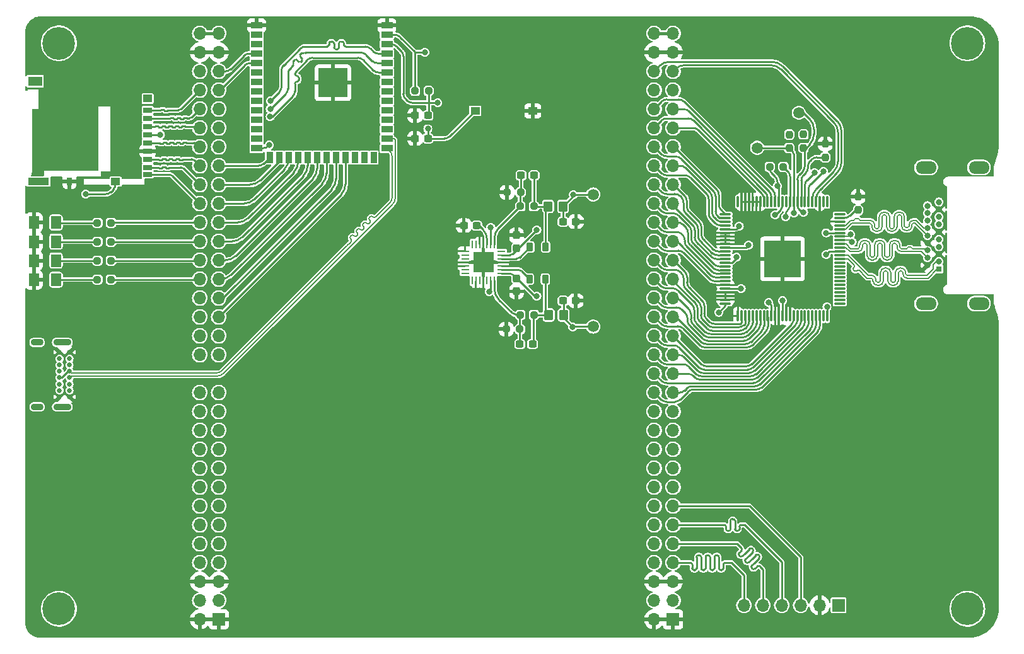
<source format=gbr>
%TF.GenerationSoftware,KiCad,Pcbnew,8.0.7*%
%TF.CreationDate,2024-12-30T23:04:29-08:00*%
%TF.ProjectId,expansionboardB,65787061-6e73-4696-9f6e-626f61726442,3*%
%TF.SameCoordinates,Original*%
%TF.FileFunction,Copper,L4,Bot*%
%TF.FilePolarity,Positive*%
%FSLAX46Y46*%
G04 Gerber Fmt 4.6, Leading zero omitted, Abs format (unit mm)*
G04 Created by KiCad (PCBNEW 8.0.7) date 2024-12-30 23:04:29*
%MOMM*%
%LPD*%
G01*
G04 APERTURE LIST*
G04 Aperture macros list*
%AMRoundRect*
0 Rectangle with rounded corners*
0 $1 Rounding radius*
0 $2 $3 $4 $5 $6 $7 $8 $9 X,Y pos of 4 corners*
0 Add a 4 corners polygon primitive as box body*
4,1,4,$2,$3,$4,$5,$6,$7,$8,$9,$2,$3,0*
0 Add four circle primitives for the rounded corners*
1,1,$1+$1,$2,$3*
1,1,$1+$1,$4,$5*
1,1,$1+$1,$6,$7*
1,1,$1+$1,$8,$9*
0 Add four rect primitives between the rounded corners*
20,1,$1+$1,$2,$3,$4,$5,0*
20,1,$1+$1,$4,$5,$6,$7,0*
20,1,$1+$1,$6,$7,$8,$9,0*
20,1,$1+$1,$8,$9,$2,$3,0*%
G04 Aperture macros list end*
%TA.AperFunction,ComponentPad*%
%ADD10R,1.700000X1.700000*%
%TD*%
%TA.AperFunction,ComponentPad*%
%ADD11O,1.700000X1.700000*%
%TD*%
%TA.AperFunction,ComponentPad*%
%ADD12C,4.400000*%
%TD*%
%TA.AperFunction,ComponentPad*%
%ADD13C,0.650000*%
%TD*%
%TA.AperFunction,ComponentPad*%
%ADD14O,1.700000X0.900000*%
%TD*%
%TA.AperFunction,ComponentPad*%
%ADD15O,2.400000X0.900000*%
%TD*%
%TA.AperFunction,ComponentPad*%
%ADD16R,0.800000X0.800000*%
%TD*%
%TA.AperFunction,ComponentPad*%
%ADD17C,0.800000*%
%TD*%
%TA.AperFunction,ComponentPad*%
%ADD18O,2.800000X1.700000*%
%TD*%
%TA.AperFunction,SMDPad,CuDef*%
%ADD19RoundRect,0.250000X-0.350000X-0.450000X0.350000X-0.450000X0.350000X0.450000X-0.350000X0.450000X0*%
%TD*%
%TA.AperFunction,SMDPad,CuDef*%
%ADD20RoundRect,0.237500X0.250000X0.237500X-0.250000X0.237500X-0.250000X-0.237500X0.250000X-0.237500X0*%
%TD*%
%TA.AperFunction,SMDPad,CuDef*%
%ADD21C,1.500000*%
%TD*%
%TA.AperFunction,SMDPad,CuDef*%
%ADD22RoundRect,0.237500X0.300000X0.237500X-0.300000X0.237500X-0.300000X-0.237500X0.300000X-0.237500X0*%
%TD*%
%TA.AperFunction,SMDPad,CuDef*%
%ADD23RoundRect,0.237500X-0.237500X0.250000X-0.237500X-0.250000X0.237500X-0.250000X0.237500X0.250000X0*%
%TD*%
%TA.AperFunction,SMDPad,CuDef*%
%ADD24RoundRect,0.218750X0.218750X0.381250X-0.218750X0.381250X-0.218750X-0.381250X0.218750X-0.381250X0*%
%TD*%
%TA.AperFunction,SMDPad,CuDef*%
%ADD25R,1.500000X0.900000*%
%TD*%
%TA.AperFunction,SMDPad,CuDef*%
%ADD26R,0.900000X1.500000*%
%TD*%
%TA.AperFunction,HeatsinkPad*%
%ADD27C,0.600000*%
%TD*%
%TA.AperFunction,SMDPad,CuDef*%
%ADD28R,3.900000X3.900000*%
%TD*%
%TA.AperFunction,SMDPad,CuDef*%
%ADD29RoundRect,0.237500X0.237500X-0.300000X0.237500X0.300000X-0.237500X0.300000X-0.237500X-0.300000X0*%
%TD*%
%TA.AperFunction,SMDPad,CuDef*%
%ADD30R,1.066800X0.254000*%
%TD*%
%TA.AperFunction,SMDPad,CuDef*%
%ADD31R,0.254000X1.066800*%
%TD*%
%TA.AperFunction,SMDPad,CuDef*%
%ADD32R,2.794000X2.794000*%
%TD*%
%TA.AperFunction,SMDPad,CuDef*%
%ADD33RoundRect,0.250001X-0.462499X-0.624999X0.462499X-0.624999X0.462499X0.624999X-0.462499X0.624999X0*%
%TD*%
%TA.AperFunction,SMDPad,CuDef*%
%ADD34R,1.200000X0.700000*%
%TD*%
%TA.AperFunction,SMDPad,CuDef*%
%ADD35R,1.200000X1.000000*%
%TD*%
%TA.AperFunction,SMDPad,CuDef*%
%ADD36R,2.800000X1.000000*%
%TD*%
%TA.AperFunction,SMDPad,CuDef*%
%ADD37R,1.900000X1.300000*%
%TD*%
%TA.AperFunction,SMDPad,CuDef*%
%ADD38R,0.800000X1.000000*%
%TD*%
%TA.AperFunction,SMDPad,CuDef*%
%ADD39RoundRect,0.237500X-0.300000X-0.237500X0.300000X-0.237500X0.300000X0.237500X-0.300000X0.237500X0*%
%TD*%
%TA.AperFunction,SMDPad,CuDef*%
%ADD40R,1.250000X1.000000*%
%TD*%
%TA.AperFunction,SMDPad,CuDef*%
%ADD41RoundRect,0.035000X-0.700000X-0.105000X0.700000X-0.105000X0.700000X0.105000X-0.700000X0.105000X0*%
%TD*%
%TA.AperFunction,SMDPad,CuDef*%
%ADD42RoundRect,0.035000X-0.105000X-0.700000X0.105000X-0.700000X0.105000X0.700000X-0.105000X0.700000X0*%
%TD*%
%TA.AperFunction,SMDPad,CuDef*%
%ADD43R,5.000000X5.000000*%
%TD*%
%TA.AperFunction,SMDPad,CuDef*%
%ADD44RoundRect,0.237500X-0.237500X0.300000X-0.237500X-0.300000X0.237500X-0.300000X0.237500X0.300000X0*%
%TD*%
%TA.AperFunction,SMDPad,CuDef*%
%ADD45RoundRect,0.237500X0.237500X-0.250000X0.237500X0.250000X-0.237500X0.250000X-0.237500X-0.250000X0*%
%TD*%
%TA.AperFunction,ViaPad*%
%ADD46C,0.800000*%
%TD*%
%TA.AperFunction,Conductor*%
%ADD47C,0.250000*%
%TD*%
%TA.AperFunction,Conductor*%
%ADD48C,0.400000*%
%TD*%
%TA.AperFunction,Conductor*%
%ADD49C,0.180000*%
%TD*%
%TA.AperFunction,Conductor*%
%ADD50C,0.200000*%
%TD*%
G04 APERTURE END LIST*
D10*
%TO.P,JTAG1,1,Pin_1*%
%TO.N,REG3V3*%
X131445000Y-120015000D03*
D11*
%TO.P,JTAG1,2,Pin_2*%
%TO.N,GND*%
X128905000Y-120015000D03*
%TO.P,JTAG1,3,Pin_3*%
%TO.N,TCK*%
X126365000Y-120015000D03*
%TO.P,JTAG1,4,Pin_4*%
%TO.N,TDO*%
X123825000Y-120015000D03*
%TO.P,JTAG1,5,Pin_5*%
%TO.N,TDI*%
X121285000Y-120015000D03*
%TO.P,JTAG1,6,Pin_6*%
%TO.N,TMS*%
X118745000Y-120015000D03*
%TD*%
D12*
%TO.P,REF\u002A\u002A,1*%
%TO.N,SHLD*%
X148750000Y-120500000D03*
%TD*%
%TO.P,REF\u002A\u002A,1*%
%TO.N,SHLD*%
X26750000Y-120500000D03*
%TD*%
%TO.P,REF\u002A\u002A,1*%
%TO.N,SHLD*%
X26750000Y-44500000D03*
%TD*%
D13*
%TO.P,J1,A1,GND*%
%TO.N,GND*%
X28200000Y-86050000D03*
%TO.P,J1,A4,VBUS*%
%TO.N,5V*%
X28200000Y-86900000D03*
%TO.P,J1,A5,CC1*%
%TO.N,unconnected-(J1-CC1-PadA5)*%
X28200000Y-87750000D03*
%TO.P,J1,A6,D+*%
%TO.N,ESP2D_P*%
X28200000Y-88600000D03*
%TO.P,J1,A7,D-*%
%TO.N,ESP2D_N*%
X28200000Y-89450000D03*
%TO.P,J1,A8,SBU1*%
%TO.N,unconnected-(J1-SBU1-PadA8)*%
X28200000Y-90300000D03*
%TO.P,J1,A9,VBUS*%
%TO.N,5V*%
X28200000Y-91150000D03*
%TO.P,J1,A12,GND*%
%TO.N,GND*%
X28200000Y-92000000D03*
%TO.P,J1,B1,GND*%
X26850000Y-92000000D03*
%TO.P,J1,B4,VBUS*%
%TO.N,5V*%
X26850000Y-91150000D03*
%TO.P,J1,B5,CC2*%
%TO.N,unconnected-(J1-CC2-PadB5)*%
X26850000Y-90300000D03*
%TO.P,J1,B6,D+*%
%TO.N,ESP2D_P*%
X26850000Y-89450000D03*
%TO.P,J1,B7,D-*%
%TO.N,ESP2D_N*%
X26850000Y-88600000D03*
%TO.P,J1,B8,SBU2*%
%TO.N,unconnected-(J1-SBU2-PadB8)*%
X26850000Y-87750000D03*
%TO.P,J1,B9,VBUS*%
%TO.N,5V*%
X26850000Y-86900000D03*
%TO.P,J1,B12,GND*%
%TO.N,GND*%
X26850000Y-86050000D03*
D14*
%TO.P,J1,S1,SHIELD*%
%TO.N,SHLD*%
X23840000Y-84700000D03*
%TO.P,J1,S2*%
%TO.N,N/C*%
X23840000Y-93350000D03*
D15*
%TO.P,J1,S3*%
X27220000Y-84700000D03*
%TO.P,J1,S4*%
X27220000Y-93350000D03*
%TD*%
D12*
%TO.P,REF\u002A\u002A,1*%
%TO.N,SHLD*%
X148750000Y-44500000D03*
%TD*%
D16*
%TO.P,J3,1,D2+*%
%TO.N,D2_P*%
X144920000Y-74840000D03*
D17*
%TO.P,J3,2,D2S*%
%TO.N,GND*%
X143370000Y-74340000D03*
%TO.P,J3,3,D2-*%
%TO.N,D2_N*%
X144920000Y-73840000D03*
%TO.P,J3,4,D1+*%
%TO.N,D1_P*%
X143370000Y-73340000D03*
%TO.P,J3,5,D1S*%
%TO.N,GND*%
X144920000Y-72840000D03*
%TO.P,J3,6,D1-*%
%TO.N,D1_N*%
X143370000Y-72340000D03*
%TO.P,J3,7,D0+*%
%TO.N,D0_P*%
X144920000Y-71840000D03*
%TO.P,J3,8,D0S*%
%TO.N,GND*%
X143370000Y-71340000D03*
%TO.P,J3,9,D0-*%
%TO.N,D0_N*%
X144920000Y-70840000D03*
%TO.P,J3,10,CK+*%
%TO.N,CK_P*%
X143370000Y-70340000D03*
%TO.P,J3,11,CKS*%
%TO.N,GND*%
X144920000Y-69840000D03*
%TO.P,J3,12,CK-*%
%TO.N,CK_N*%
X143370000Y-69340000D03*
%TO.P,J3,13,CEC*%
%TO.N,D_CEC*%
X144920000Y-68840000D03*
%TO.P,J3,14,UTILITY*%
%TO.N,unconnected-(J3-UTILITY-Pad14)*%
X143370000Y-68340000D03*
%TO.P,J3,15,SCL*%
%TO.N,D_SCL*%
X144920000Y-67840000D03*
%TO.P,J3,16,SDA*%
%TO.N,D_SDA*%
X143370000Y-67340000D03*
%TO.P,J3,17,GND*%
%TO.N,GND*%
X144920000Y-66840000D03*
%TO.P,J3,18,+5V*%
%TO.N,unconnected-(J3-+5V-Pad18)*%
X143370000Y-66340000D03*
%TO.P,J3,19,HPD*%
%TO.N,D_HPD*%
X144920000Y-65840000D03*
D18*
%TO.P,J3,S1*%
%TO.N,N/C*%
X143200000Y-61190000D03*
%TO.P,J3,S2*%
X143200000Y-79490000D03*
%TO.P,J3,S3*%
X150300000Y-79490000D03*
%TO.P,J3,S4*%
X150300000Y-61190000D03*
%TD*%
D19*
%TO.P,FB3,1*%
%TO.N,/VOUT_1*%
X92456000Y-66421000D03*
%TO.P,FB3,2*%
%TO.N,REG3V3*%
X94456000Y-66421000D03*
%TD*%
D20*
%TO.P,R11,1*%
%TO.N,/OUTS_2*%
X88650000Y-82925000D03*
%TO.P,R11,2*%
%TO.N,GND*%
X86825000Y-82925000D03*
%TD*%
D21*
%TO.P,tSCL1,1,1*%
%TO.N,D_SCL*%
X126111000Y-53848000D03*
%TD*%
D22*
%TO.P,C12,1*%
%TO.N,Net-(U7-VA)*%
X82850000Y-69000000D03*
%TO.P,C12,2*%
%TO.N,GND*%
X81125000Y-69000000D03*
%TD*%
D21*
%TO.P,tSDA1,1,1*%
%TO.N,D_SDA*%
X120523000Y-58547000D03*
%TD*%
D23*
%TO.P,R13,1*%
%TO.N,5V*%
X126746000Y-56745500D03*
%TO.P,R13,2*%
%TO.N,D_SCL*%
X126746000Y-58570500D03*
%TD*%
D24*
%TO.P,L1,1,1*%
%TO.N,/VOUT_1*%
X92121500Y-71882000D03*
%TO.P,L1,2,2*%
%TO.N,Net-(U7-LX1)*%
X89996500Y-71882000D03*
%TD*%
D10*
%TO.P,U2,1,Pin_1*%
%TO.N,GND*%
X48220000Y-121920000D03*
D11*
%TO.P,U2,2,Pin_2*%
X45680000Y-121920000D03*
%TO.P,U2,3,Pin_3*%
%TO.N,3V3*%
X48220000Y-119380000D03*
%TO.P,U2,4,Pin_4*%
X45680000Y-119380000D03*
%TO.P,U2,5,Pin_5*%
%TO.N,GND*%
X48220000Y-116840000D03*
%TO.P,U2,6,Pin_6*%
X45680000Y-116840000D03*
%TO.P,U2,7,Pin_7*%
%TO.N,unconnected-(U2-Pin_7-Pad7)*%
X48220000Y-114300000D03*
%TO.P,U2,8,Pin_8*%
%TO.N,unconnected-(U2-Pin_8-Pad8)*%
X45680000Y-114300000D03*
%TO.P,U2,9,Pin_9*%
%TO.N,unconnected-(U2-Pin_9-Pad9)*%
X48220000Y-111760000D03*
%TO.P,U2,10,Pin_10*%
%TO.N,unconnected-(U2-Pin_10-Pad10)*%
X45680000Y-111760000D03*
%TO.P,U2,11,Pin_11*%
%TO.N,unconnected-(U2-Pin_11-Pad11)*%
X48220000Y-109220000D03*
%TO.P,U2,12,Pin_12*%
%TO.N,unconnected-(U2-Pin_12-Pad12)*%
X45680000Y-109220000D03*
%TO.P,U2,13,Pin_13*%
%TO.N,unconnected-(U2-Pin_13-Pad13)*%
X48220000Y-106680000D03*
%TO.P,U2,14,Pin_14*%
%TO.N,unconnected-(U2-Pin_14-Pad14)*%
X45680000Y-106680000D03*
%TO.P,U2,15,Pin_15*%
%TO.N,unconnected-(U2-Pin_15-Pad15)*%
X48220000Y-104140000D03*
%TO.P,U2,16,Pin_16*%
%TO.N,unconnected-(U2-Pin_16-Pad16)*%
X45680000Y-104140000D03*
%TO.P,U2,17,Pin_17*%
%TO.N,unconnected-(U2-Pin_17-Pad17)*%
X48220000Y-101600000D03*
%TO.P,U2,18,Pin_18*%
%TO.N,unconnected-(U2-Pin_18-Pad18)*%
X45680000Y-101600000D03*
%TO.P,U2,19,Pin_19*%
%TO.N,unconnected-(U2-Pin_19-Pad19)*%
X48220000Y-99060000D03*
%TO.P,U2,20,Pin_20*%
%TO.N,unconnected-(U2-Pin_20-Pad20)*%
X45680000Y-99060000D03*
%TO.P,U2,21,Pin_21*%
%TO.N,unconnected-(U2-Pin_21-Pad21)*%
X48220000Y-96520000D03*
%TO.P,U2,22,Pin_22*%
%TO.N,unconnected-(U2-Pin_22-Pad22)*%
X45680000Y-96520000D03*
%TO.P,U2,23,Pin_23*%
%TO.N,unconnected-(U2-Pin_23-Pad23)*%
X48220000Y-93980000D03*
%TO.P,U2,24,Pin_24*%
%TO.N,unconnected-(U2-Pin_24-Pad24)*%
X45680000Y-93980000D03*
%TO.P,U2,25,Pin_25*%
%TO.N,unconnected-(U2-Pin_25-Pad25)*%
X48220000Y-91440000D03*
%TO.P,U2,26,Pin_26*%
%TO.N,unconnected-(U2-Pin_26-Pad26)*%
X45680000Y-91440000D03*
%TO.P,U2,29,Pin_29*%
%TO.N,unconnected-(U2-Pin_29-Pad29)*%
X48220000Y-86360000D03*
%TO.P,U2,30,Pin_30*%
%TO.N,unconnected-(U2-Pin_30-Pad30)*%
X45680000Y-86360000D03*
%TO.P,U2,31,Pin_31*%
%TO.N,unconnected-(U2-Pin_31-Pad31)*%
X48220000Y-83820000D03*
%TO.P,U2,32,Pin_32*%
%TO.N,unconnected-(U2-Pin_32-Pad32)*%
X45680000Y-83820000D03*
%TO.P,U2,33,Pin_33*%
%TO.N,IO10*%
X48220000Y-81280000D03*
%TO.P,U2,34,Pin_34*%
%TO.N,unconnected-(U2-Pin_34-Pad34)*%
X45680000Y-81280000D03*
%TO.P,U2,35,Pin_35*%
%TO.N,IO11*%
X48220000Y-78740000D03*
%TO.P,U2,36,Pin_36*%
%TO.N,unconnected-(U2-Pin_36-Pad36)*%
X45680000Y-78740000D03*
%TO.P,U2,37,Pin_37*%
%TO.N,IO12*%
X48220000Y-76200000D03*
%TO.P,U2,38,Pin_38*%
%TO.N,LED0*%
X45680000Y-76200000D03*
%TO.P,U2,39,Pin_39*%
%TO.N,IO13*%
X48220000Y-73660000D03*
%TO.P,U2,40,Pin_40*%
%TO.N,LED1*%
X45680000Y-73660000D03*
%TO.P,U2,41,Pin_41*%
%TO.N,IO22*%
X48220000Y-71120000D03*
%TO.P,U2,42,Pin_42*%
%TO.N,LED2*%
X45680000Y-71120000D03*
%TO.P,U2,43,Pin_43*%
%TO.N,IO21*%
X48220000Y-68580000D03*
%TO.P,U2,44,Pin_44*%
%TO.N,LED3*%
X45680000Y-68580000D03*
%TO.P,U2,45,Pin_45*%
%TO.N,IO47*%
X48220000Y-66040000D03*
%TO.P,U2,46,Pin_46*%
%TO.N,SDSWTCH*%
X45680000Y-66040000D03*
%TO.P,U2,47,Pin_47*%
%TO.N,IO48*%
X48220000Y-63500000D03*
%TO.P,U2,48,Pin_48*%
%TO.N,SDDAT1*%
X45680000Y-63500000D03*
%TO.P,U2,49,Pin_49*%
%TO.N,CPU_RESET*%
X48220000Y-60960000D03*
%TO.P,U2,50,Pin_50*%
%TO.N,SDDAT0*%
X45680000Y-60960000D03*
%TO.P,U2,51,Pin_51*%
%TO.N,S3_MCLK*%
X48220000Y-58420000D03*
%TO.P,U2,52,Pin_52*%
%TO.N,SDCLK*%
X45680000Y-58420000D03*
%TO.P,U2,53,Pin_53*%
%TO.N,S3_MOSI*%
X48220000Y-55880000D03*
%TO.P,U2,54,Pin_54*%
%TO.N,SDCMD*%
X45680000Y-55880000D03*
%TO.P,U2,55,Pin_55*%
%TO.N,S3_MISO*%
X48220000Y-53340000D03*
%TO.P,U2,56,Pin_56*%
%TO.N,SDDAT3*%
X45680000Y-53340000D03*
%TO.P,U2,57,Pin_57*%
%TO.N,RXD1*%
X48220000Y-50800000D03*
%TO.P,U2,58,Pin_58*%
%TO.N,SDDAT2*%
X45680000Y-50800000D03*
%TO.P,U2,59,Pin_59*%
%TO.N,TXD1*%
X48220000Y-48260000D03*
%TO.P,U2,60,Pin_60*%
%TO.N,ESP_RST*%
X45680000Y-48260000D03*
%TO.P,U2,61,Pin_61*%
%TO.N,GND*%
X48220000Y-45720000D03*
%TO.P,U2,62,Pin_62*%
X45680000Y-45720000D03*
%TO.P,U2,63,Pin_63*%
%TO.N,5V*%
X48220000Y-43180000D03*
%TO.P,U2,64,Pin_64*%
X45680000Y-43180000D03*
%TD*%
D10*
%TO.P,U4,1,Pin_1*%
%TO.N,GND*%
X109220000Y-121920000D03*
D11*
%TO.P,U4,2,Pin_2*%
X106680000Y-121920000D03*
%TO.P,U4,3,Pin_3*%
%TO.N,VCC*%
X109220000Y-119380000D03*
%TO.P,U4,4,Pin_4*%
X106680000Y-119380000D03*
%TO.P,U4,5,Pin_5*%
%TO.N,GND*%
X109220000Y-116840000D03*
%TO.P,U4,6,Pin_6*%
X106680000Y-116840000D03*
%TO.P,U4,7,Pin_7*%
%TO.N,TMS*%
X109220000Y-114300000D03*
%TO.P,U4,8,Pin_8*%
%TO.N,unconnected-(U4-Pin_8-Pad8)*%
X106680000Y-114300000D03*
%TO.P,U4,9,Pin_9*%
%TO.N,TDI*%
X109220000Y-111760000D03*
%TO.P,U4,10,Pin_10*%
%TO.N,unconnected-(U4-Pin_10-Pad10)*%
X106680000Y-111760000D03*
%TO.P,U4,11,Pin_11*%
%TO.N,TDO*%
X109220000Y-109220000D03*
%TO.P,U4,12,Pin_12*%
%TO.N,unconnected-(U4-Pin_12-Pad12)*%
X106680000Y-109220000D03*
%TO.P,U4,13,Pin_13*%
%TO.N,TCK*%
X109220000Y-106680000D03*
%TO.P,U4,14,Pin_14*%
%TO.N,unconnected-(U4-Pin_14-Pad14)*%
X106680000Y-106680000D03*
%TO.P,U4,15,Pin_15*%
%TO.N,unconnected-(U4-Pin_15-Pad15)*%
X109220000Y-104140000D03*
%TO.P,U4,16,Pin_16*%
%TO.N,unconnected-(U4-Pin_16-Pad16)*%
X106680000Y-104140000D03*
%TO.P,U4,17,Pin_17*%
%TO.N,unconnected-(U4-Pin_17-Pad17)*%
X109220000Y-101600000D03*
%TO.P,U4,18,Pin_18*%
%TO.N,unconnected-(U4-Pin_18-Pad18)*%
X106680000Y-101600000D03*
%TO.P,U4,19,Pin_19*%
%TO.N,unconnected-(U4-Pin_19-Pad19)*%
X109220000Y-99060000D03*
%TO.P,U4,20,Pin_20*%
%TO.N,unconnected-(U4-Pin_20-Pad20)*%
X106680000Y-99060000D03*
%TO.P,U4,21,Pin_21*%
%TO.N,unconnected-(U4-Pin_21-Pad21)*%
X109220000Y-96520000D03*
%TO.P,U4,22,Pin_22*%
%TO.N,unconnected-(U4-Pin_22-Pad22)*%
X106680000Y-96520000D03*
%TO.P,U4,23,Pin_23*%
%TO.N,unconnected-(U4-Pin_23-Pad23)*%
X109220000Y-93980000D03*
%TO.P,U4,24,Pin_24*%
%TO.N,unconnected-(U4-Pin_24-Pad24)*%
X106680000Y-93980000D03*
%TO.P,U4,25,Pin_25*%
%TO.N,VR6*%
X109220000Y-91440000D03*
%TO.P,U4,26,Pin_26*%
%TO.N,VR7*%
X106680000Y-91440000D03*
%TO.P,U4,27,Pin_27*%
%TO.N,VR4*%
X109220000Y-88900000D03*
%TO.P,U4,28,Pin_28*%
%TO.N,VR5*%
X106680000Y-88900000D03*
%TO.P,U4,29,Pin_29*%
%TO.N,VR2*%
X109220000Y-86360000D03*
%TO.P,U4,30,Pin_30*%
%TO.N,VR3*%
X106680000Y-86360000D03*
%TO.P,U4,31,Pin_31*%
%TO.N,VR0*%
X109220000Y-83820000D03*
%TO.P,U4,32,Pin_32*%
%TO.N,VR1*%
X106680000Y-83820000D03*
%TO.P,U4,33,Pin_33*%
%TO.N,VG6*%
X109220000Y-81280000D03*
%TO.P,U4,34,Pin_34*%
%TO.N,VG7*%
X106680000Y-81280000D03*
%TO.P,U4,35,Pin_35*%
%TO.N,VG4*%
X109220000Y-78740000D03*
%TO.P,U4,36,Pin_36*%
%TO.N,VG5*%
X106680000Y-78740000D03*
%TO.P,U4,37,Pin_37*%
%TO.N,VG2*%
X109220000Y-76200000D03*
%TO.P,U4,38,Pin_38*%
%TO.N,VG3*%
X106680000Y-76200000D03*
%TO.P,U4,39,Pin_39*%
%TO.N,VG0*%
X109220000Y-73660000D03*
%TO.P,U4,40,Pin_40*%
%TO.N,VG1*%
X106680000Y-73660000D03*
%TO.P,U4,41,Pin_41*%
%TO.N,VB6*%
X109220000Y-71120000D03*
%TO.P,U4,42,Pin_42*%
%TO.N,VB7*%
X106680000Y-71120000D03*
%TO.P,U4,43,Pin_43*%
%TO.N,VB4*%
X109220000Y-68580000D03*
%TO.P,U4,44,Pin_44*%
%TO.N,VB5*%
X106680000Y-68580000D03*
%TO.P,U4,45,Pin_45*%
%TO.N,VB2*%
X109220000Y-66040000D03*
%TO.P,U4,46,Pin_46*%
%TO.N,VB3*%
X106680000Y-66040000D03*
%TO.P,U4,47,Pin_47*%
%TO.N,VB0*%
X109220000Y-63500000D03*
%TO.P,U4,48,Pin_48*%
%TO.N,VB1*%
X106680000Y-63500000D03*
%TO.P,U4,49,Pin_49*%
%TO.N,VVSYNC*%
X109220000Y-60960000D03*
%TO.P,U4,50,Pin_50*%
%TO.N,VCLK*%
X106680000Y-60960000D03*
%TO.P,U4,51,Pin_51*%
%TO.N,VDE*%
X109220000Y-58420000D03*
%TO.P,U4,52,Pin_52*%
%TO.N,VHSYNC*%
X106680000Y-58420000D03*
%TO.P,U4,53,Pin_53*%
%TO.N,AU_SDIN*%
X109220000Y-55880000D03*
%TO.P,U4,54,Pin_54*%
%TO.N,AU_LRCLK*%
X106680000Y-55880000D03*
%TO.P,U4,55,Pin_55*%
%TO.N,AU_SCLK*%
X109220000Y-53340000D03*
%TO.P,U4,56,Pin_56*%
%TO.N,AU_MCLK*%
X106680000Y-53340000D03*
%TO.P,U4,57,Pin_57*%
%TO.N,VID_SCL*%
X109220000Y-50800000D03*
%TO.P,U4,58,Pin_58*%
%TO.N,VID_SDA*%
X106680000Y-50800000D03*
%TO.P,U4,59,Pin_59*%
%TO.N,VID_INT*%
X109220000Y-48260000D03*
%TO.P,U4,60,Pin_60*%
%TO.N,VID_RESETN*%
X106680000Y-48260000D03*
%TO.P,U4,61,Pin_61*%
%TO.N,GND*%
X109220000Y-45720000D03*
%TO.P,U4,62,Pin_62*%
X106680000Y-45720000D03*
%TO.P,U4,63,Pin_63*%
%TO.N,5V*%
X109220000Y-43180000D03*
%TO.P,U4,64,Pin_64*%
X106680000Y-43180000D03*
%TD*%
D23*
%TO.P,R8,1*%
%TO.N,5V*%
X124841000Y-56769000D03*
%TO.P,R8,2*%
%TO.N,D_SDA*%
X124841000Y-58594000D03*
%TD*%
D22*
%TO.P,C4,1*%
%TO.N,ESP_RST*%
X76300000Y-54200000D03*
%TO.P,C4,2*%
%TO.N,GND*%
X74575000Y-54200000D03*
%TD*%
D25*
%TO.P,U1,1,GND*%
%TO.N,GND*%
X70800000Y-42100000D03*
%TO.P,U1,2,3V3*%
%TO.N,REG3V3*%
X70800000Y-43370000D03*
%TO.P,U1,3,EN*%
%TO.N,ESP_RST*%
X70800000Y-44640000D03*
%TO.P,U1,4,IO4*%
%TO.N,S3_MISO*%
X70800000Y-45910000D03*
%TO.P,U1,5,IO5*%
%TO.N,S3_MOSI*%
X70800000Y-47180000D03*
%TO.P,U1,6,IO6*%
%TO.N,S3_MCLK*%
X70800000Y-48450000D03*
%TO.P,U1,7,IO7*%
%TO.N,unconnected-(U1-IO7-Pad7)*%
X70800000Y-49720000D03*
%TO.P,U1,8,IO15*%
%TO.N,unconnected-(U1-IO15-Pad8)*%
X70800000Y-50990000D03*
%TO.P,U1,9,IO16*%
%TO.N,unconnected-(U1-IO16-Pad9)*%
X70800000Y-52260000D03*
%TO.P,U1,10,IO17*%
%TO.N,unconnected-(U1-IO17-Pad10)*%
X70800000Y-53530000D03*
%TO.P,U1,11,IO18*%
%TO.N,unconnected-(U1-IO18-Pad11)*%
X70800000Y-54800000D03*
%TO.P,U1,12,IO8*%
%TO.N,unconnected-(U1-IO8-Pad12)*%
X70800000Y-56070000D03*
%TO.P,U1,13,IO19*%
%TO.N,ESP2D_N*%
X70800000Y-57340000D03*
%TO.P,U1,14,IO20*%
%TO.N,ESP2D_P*%
X70800000Y-58610000D03*
D26*
%TO.P,U1,15,IO3*%
%TO.N,unconnected-(U1-IO3-Pad15)*%
X69035000Y-59860000D03*
%TO.P,U1,16,IO46*%
%TO.N,unconnected-(U1-IO46-Pad16)*%
X67765000Y-59860000D03*
%TO.P,U1,17,IO9*%
%TO.N,unconnected-(U1-IO9-Pad17)*%
X66495000Y-59860000D03*
%TO.P,U1,18,IO10*%
%TO.N,IO10*%
X65225000Y-59860000D03*
%TO.P,U1,19,IO11*%
%TO.N,IO11*%
X63955000Y-59860000D03*
%TO.P,U1,20,IO12*%
%TO.N,IO12*%
X62685000Y-59860000D03*
%TO.P,U1,21,IO13*%
%TO.N,IO13*%
X61415000Y-59860000D03*
%TO.P,U1,22,IO14*%
%TO.N,IO22*%
X60145000Y-59860000D03*
%TO.P,U1,23,IO21*%
%TO.N,IO21*%
X58875000Y-59860000D03*
%TO.P,U1,24,IO47*%
%TO.N,IO47*%
X57605000Y-59860000D03*
%TO.P,U1,25,IO48*%
%TO.N,IO48*%
X56335000Y-59860000D03*
%TO.P,U1,26,IO45*%
%TO.N,CPU_RESET*%
X55065000Y-59860000D03*
D25*
%TO.P,U1,27,IO0*%
%TO.N,Net-(U1-IO0)*%
X53300000Y-58610000D03*
%TO.P,U1,28,IO35*%
%TO.N,unconnected-(U1-IO35-Pad28)*%
X53300000Y-57340000D03*
%TO.P,U1,29,IO36*%
%TO.N,unconnected-(U1-IO36-Pad29)*%
X53300000Y-56070000D03*
%TO.P,U1,30,IO37*%
%TO.N,unconnected-(U1-IO37-Pad30)*%
X53300000Y-54800000D03*
%TO.P,U1,31,IO38*%
%TO.N,unconnected-(U1-IO38-Pad31)*%
X53300000Y-53530000D03*
%TO.P,U1,32,IO39*%
%TO.N,unconnected-(U1-IO39-Pad32)*%
X53300000Y-52260000D03*
%TO.P,U1,33,IO40*%
%TO.N,unconnected-(U1-IO40-Pad33)*%
X53300000Y-50990000D03*
%TO.P,U1,34,IO41*%
%TO.N,unconnected-(U1-IO41-Pad34)*%
X53300000Y-49720000D03*
%TO.P,U1,35,IO42*%
%TO.N,unconnected-(U1-IO42-Pad35)*%
X53300000Y-48450000D03*
%TO.P,U1,36,RXD0*%
%TO.N,RXD1*%
X53300000Y-47180000D03*
%TO.P,U1,37,TXD0*%
%TO.N,TXD1*%
X53300000Y-45910000D03*
%TO.P,U1,38,IO2*%
%TO.N,unconnected-(U1-IO2-Pad38)*%
X53300000Y-44640000D03*
%TO.P,U1,39,IO1*%
%TO.N,unconnected-(U1-IO1-Pad39)*%
X53300000Y-43370000D03*
%TO.P,U1,40,GND*%
%TO.N,GND*%
X53300000Y-42100000D03*
D27*
%TO.P,U1,41,GND*%
X64950000Y-50520000D03*
X64950000Y-49120000D03*
X64250000Y-51220000D03*
X64250000Y-49820000D03*
X64250000Y-48420000D03*
X63550000Y-50520000D03*
D28*
X63550000Y-49820000D03*
D27*
X63550000Y-49120000D03*
X62850000Y-51220000D03*
X62850000Y-49820000D03*
X62850000Y-48420000D03*
X62150000Y-50520000D03*
X62150000Y-49120000D03*
%TD*%
D29*
%TO.P,C3,1*%
%TO.N,GND*%
X88200000Y-77850000D03*
%TO.P,C3,2*%
%TO.N,5V*%
X88200000Y-76125000D03*
%TD*%
D30*
%TO.P,U7,1,EN1*%
%TO.N,unconnected-(U7-EN1-Pad1)*%
X86175700Y-72450700D03*
%TO.P,U7,2,PV1*%
%TO.N,5V*%
X86175700Y-72950699D03*
%TO.P,U7,3,LX1*%
%TO.N,Net-(U7-LX1)*%
X86175700Y-73450701D03*
%TO.P,U7,4,PGND1*%
%TO.N,GND*%
X86175700Y-73950700D03*
%TO.P,U7,5,PGND2*%
X86175700Y-74450699D03*
%TO.P,U7,6,LX2*%
%TO.N,Net-(U7-LX2)*%
X86175700Y-74950701D03*
%TO.P,U7,7,PV2*%
%TO.N,5V*%
X86175700Y-75450700D03*
D31*
%TO.P,U7,8,OUTS2*%
%TO.N,/OUTS_2*%
X85250000Y-76376400D03*
%TO.P,U7,9,EN2*%
%TO.N,/PG_1*%
X84750001Y-76376400D03*
%TO.P,U7,10,PG2*%
%TO.N,unconnected-(U7-PG2-Pad10)*%
X84249999Y-76376400D03*
%TO.P,U7,11,SEL*%
%TO.N,GND*%
X83750000Y-76376400D03*
%TO.P,U7,12,PG3*%
%TO.N,unconnected-(U7-PG3-Pad12)*%
X83250001Y-76376400D03*
%TO.P,U7,13,EN3*%
%TO.N,GND*%
X82749999Y-76376400D03*
%TO.P,U7,14,OUTS3*%
%TO.N,unconnected-(U7-OUTS3-Pad14)*%
X82250000Y-76376400D03*
D30*
%TO.P,U7,15,PV3*%
%TO.N,unconnected-(U7-PV3-Pad15)*%
X81324300Y-75450700D03*
%TO.P,U7,16,LX3*%
%TO.N,unconnected-(U7-LX3-Pad16)*%
X81324300Y-74950701D03*
%TO.P,U7,17,PGND3*%
%TO.N,GND*%
X81324300Y-74450699D03*
%TO.P,U7,18,PGND4*%
X81324300Y-73950700D03*
%TO.P,U7,19,LX4*%
%TO.N,unconnected-(U7-LX4-Pad19)*%
X81324300Y-73450701D03*
%TO.P,U7,20,PV4*%
%TO.N,unconnected-(U7-PV4-Pad20)*%
X81324300Y-72950699D03*
%TO.P,U7,21,EN4*%
%TO.N,GND*%
X81324300Y-72450700D03*
D31*
%TO.P,U7,22,OUTS4*%
%TO.N,unconnected-(U7-OUTS4-Pad22)*%
X82250000Y-71525000D03*
%TO.P,U7,23,PG4*%
%TO.N,unconnected-(U7-PG4-Pad23)*%
X82749999Y-71525000D03*
%TO.P,U7,24,GND*%
%TO.N,GND*%
X83250001Y-71525000D03*
%TO.P,U7,25,SYNC*%
X83750000Y-71525000D03*
%TO.P,U7,26,VA*%
%TO.N,Net-(U7-VA)*%
X84249999Y-71525000D03*
%TO.P,U7,27,PG1*%
%TO.N,/PG_1*%
X84750001Y-71525000D03*
%TO.P,U7,28,OUTS1*%
%TO.N,/OUTS_1*%
X85250000Y-71525000D03*
D32*
%TO.P,U7,29,EPAD*%
%TO.N,GND*%
X83750000Y-73950700D03*
%TD*%
D20*
%TO.P,R6,1*%
%TO.N,LED3*%
X33750000Y-68630000D03*
%TO.P,R6,2*%
%TO.N,Net-(D5-A)*%
X31925000Y-68630000D03*
%TD*%
D22*
%TO.P,C5,1*%
%TO.N,Net-(U1-IO0)*%
X76300000Y-57300000D03*
%TO.P,C5,2*%
%TO.N,GND*%
X74575000Y-57300000D03*
%TD*%
D33*
%TO.P,D4,1,K*%
%TO.N,GND*%
X23387500Y-71170000D03*
%TO.P,D4,2,A*%
%TO.N,Net-(D4-A)*%
X26362500Y-71170000D03*
%TD*%
D34*
%TO.P,CRD1,1,DAT2*%
%TO.N,SDDAT2*%
X38671200Y-53492000D03*
%TO.P,CRD1,2,CD/DAT3*%
%TO.N,SDDAT3*%
X38671200Y-54592000D03*
%TO.P,CRD1,3,CMD*%
%TO.N,SDCMD*%
X38671200Y-55692000D03*
%TO.P,CRD1,4,VDD*%
%TO.N,REG3V3*%
X38671200Y-56792000D03*
%TO.P,CRD1,5,CLK*%
%TO.N,SDCLK*%
X38671200Y-57892000D03*
%TO.P,CRD1,6,VSS*%
%TO.N,GND*%
X38671200Y-58992000D03*
%TO.P,CRD1,7,DAT0*%
%TO.N,SDDAT0*%
X38671200Y-60092000D03*
%TO.P,CRD1,8,DAT1*%
%TO.N,SDDAT1*%
X38671200Y-61192000D03*
D35*
%TO.P,CRD1,P1,SHIELD*%
%TO.N,SHLD*%
X34371200Y-63092000D03*
D36*
%TO.P,CRD1,P2,SHIELD*%
X24021200Y-63092000D03*
D37*
%TO.P,CRD1,P3,SHIELD*%
X23571200Y-49592000D03*
D35*
%TO.P,CRD1,P4,SHIELD*%
X38671200Y-51942000D03*
D38*
%TO.P,CRD1,SWA*%
%TO.N,GND*%
X28171200Y-63092000D03*
D34*
%TO.P,CRD1,SWB*%
%TO.N,SDSWTCH*%
X38671200Y-62142000D03*
%TD*%
D24*
%TO.P,L2,1,1*%
%TO.N,/VOUT_2*%
X92075000Y-76200000D03*
%TO.P,L2,2,2*%
%TO.N,Net-(U7-LX2)*%
X89950000Y-76200000D03*
%TD*%
D20*
%TO.P,R4,1*%
%TO.N,LED1*%
X33750000Y-73710000D03*
%TO.P,R4,2*%
%TO.N,Net-(D3-A)*%
X31925000Y-73710000D03*
%TD*%
%TO.P,R12,1*%
%TO.N,/OUTS_1*%
X88750000Y-64530000D03*
%TO.P,R12,2*%
%TO.N,GND*%
X86925000Y-64530000D03*
%TD*%
D33*
%TO.P,D5,1,K*%
%TO.N,GND*%
X23387500Y-68581834D03*
%TO.P,D5,2,A*%
%TO.N,Net-(D5-A)*%
X26362500Y-68581834D03*
%TD*%
D20*
%TO.P,R14,1*%
%TO.N,D_CEC*%
X124037500Y-61100000D03*
%TO.P,R14,2*%
%TO.N,REG3V3*%
X122212500Y-61100000D03*
%TD*%
D21*
%TO.P,t3V3,1,1*%
%TO.N,REG3V3*%
X98501200Y-64820800D03*
%TD*%
D20*
%TO.P,R3,1*%
%TO.N,LED0*%
X33750000Y-76250000D03*
%TO.P,R3,2*%
%TO.N,Net-(D2-A)*%
X31925000Y-76250000D03*
%TD*%
D22*
%TO.P,C1,1*%
%TO.N,/VOUT_1*%
X90550000Y-62250000D03*
%TO.P,C1,2*%
%TO.N,/OUTS_1*%
X88825000Y-62250000D03*
%TD*%
D20*
%TO.P,R2,1*%
%TO.N,ESP_RST*%
X76400000Y-50900000D03*
%TO.P,R2,2*%
%TO.N,REG3V3*%
X74575000Y-50900000D03*
%TD*%
%TO.P,R5,1*%
%TO.N,LED2*%
X33750000Y-71170000D03*
%TO.P,R5,2*%
%TO.N,Net-(D4-A)*%
X31925000Y-71170000D03*
%TD*%
D33*
%TO.P,D2,1,K*%
%TO.N,GND*%
X23389428Y-76267312D03*
%TO.P,D2,2,A*%
%TO.N,Net-(D2-A)*%
X26364428Y-76267312D03*
%TD*%
D20*
%TO.P,R1,1*%
%TO.N,/VOUT_1*%
X90550000Y-66400000D03*
%TO.P,R1,2*%
%TO.N,/OUTS_1*%
X88725000Y-66400000D03*
%TD*%
D19*
%TO.P,FB2,1*%
%TO.N,/VOUT_2*%
X92518500Y-81026000D03*
%TO.P,FB2,2*%
%TO.N,REG1V2*%
X94518500Y-81026000D03*
%TD*%
D39*
%TO.P,C7,1*%
%TO.N,REG1V2*%
X94439400Y-79095600D03*
%TO.P,C7,2*%
%TO.N,GND*%
X96164400Y-79095600D03*
%TD*%
D40*
%TO.P,SW4,1,1*%
%TO.N,GND*%
X90400000Y-53600000D03*
%TO.P,SW4,2,2*%
%TO.N,Net-(U1-IO0)*%
X82650000Y-53600000D03*
%TD*%
D39*
%TO.P,C10,1*%
%TO.N,REG3V3*%
X94464800Y-68478400D03*
%TO.P,C10,2*%
%TO.N,GND*%
X96189800Y-68478400D03*
%TD*%
D41*
%TO.P,U5,1,IOVCC33*%
%TO.N,REG3V3*%
X116255000Y-79480000D03*
%TO.P,U5,2,D15*%
%TO.N,GND*%
X116255000Y-78980000D03*
%TO.P,U5,3,D14*%
X116255000Y-78480000D03*
%TO.P,U5,4,D13*%
X116255000Y-77980000D03*
%TO.P,U5,5,CVCC12*%
%TO.N,REG1V2*%
X116255000Y-77480000D03*
%TO.P,U5,6,D12*%
%TO.N,GND*%
X116255000Y-76980000D03*
%TO.P,U5,7,D11*%
%TO.N,VB7*%
X116255000Y-76480000D03*
%TO.P,U5,8,D10*%
%TO.N,VB6*%
X116255000Y-75980000D03*
%TO.P,U5,9,D9*%
%TO.N,VB5*%
X116255000Y-75480000D03*
%TO.P,U5,10,D8*%
%TO.N,VB4*%
X116255000Y-74980000D03*
%TO.P,U5,11,D7*%
%TO.N,VB3*%
X116255000Y-74480000D03*
%TO.P,U5,12,IOVCC33__1*%
%TO.N,REG3V3*%
X116255000Y-73980000D03*
%TO.P,U5,13,D6*%
%TO.N,VB2*%
X116255000Y-73480000D03*
%TO.P,U5,14,D5*%
%TO.N,VB1*%
X116255000Y-72980000D03*
%TO.P,U5,15,D4*%
%TO.N,VB0*%
X116255000Y-72480000D03*
%TO.P,U5,16,CVCC12__1*%
%TO.N,REG1V2*%
X116255000Y-71980000D03*
%TO.P,U5,17,D3*%
%TO.N,GND*%
X116255000Y-71480000D03*
%TO.P,U5,18,D2*%
X116255000Y-70980000D03*
%TO.P,U5,19,D1*%
X116255000Y-70480000D03*
%TO.P,U5,20,D0*%
X116255000Y-69980000D03*
%TO.P,U5,21,CVCC12__2*%
%TO.N,REG1V2*%
X116255000Y-69480000D03*
%TO.P,U5,22,IDCK*%
%TO.N,VCLK*%
X116255000Y-68980000D03*
%TO.P,U5,23,VSYNC*%
%TO.N,VVSYNC*%
X116255000Y-68480000D03*
%TO.P,U5,24,HSYNC*%
%TO.N,VHSYNC*%
X116255000Y-67980000D03*
%TO.P,U5,25,DE*%
%TO.N,VDE*%
X116255000Y-67480000D03*
D42*
%TO.P,U5,26,GPIO0*%
%TO.N,unconnected-(U5-GPIO0-Pad26)*%
X117925000Y-65810000D03*
%TO.P,U5,27,DL3*%
%TO.N,GND*%
X118425000Y-65810000D03*
%TO.P,U5,28,DR3*%
X118925000Y-65810000D03*
%TO.P,U5,29,SPDIF_IN_DL2*%
X119425000Y-65810000D03*
%TO.P,U5,30,SD3_DR2*%
X119925000Y-65810000D03*
%TO.P,U5,31,SD2_DL1*%
X120425000Y-65810000D03*
%TO.P,U5,32,SD1_DR1*%
X120925000Y-65810000D03*
%TO.P,U5,33,SD0_DL0*%
%TO.N,AU_SDIN*%
X121425000Y-65810000D03*
%TO.P,U5,34,WS_DR0*%
%TO.N,AU_LRCLK*%
X121925000Y-65810000D03*
%TO.P,U5,35,SCK*%
%TO.N,AU_SCLK*%
X122425000Y-65810000D03*
%TO.P,U5,36,MCLK*%
%TO.N,AU_MCLK*%
X122925000Y-65810000D03*
%TO.P,U5,37,IOVCC33__2*%
%TO.N,REG3V3*%
X123425000Y-65810000D03*
%TO.P,U5,38,CVCC12__3*%
%TO.N,REG1V2*%
X123925000Y-65810000D03*
%TO.P,U5,39,GPIO2*%
%TO.N,unconnected-(U5-GPIO2-Pad39)*%
X124425000Y-65810000D03*
%TO.P,U5,40,CEC_A*%
%TO.N,D_CEC*%
X124925000Y-65810000D03*
%TO.P,U5,41,DSDA*%
%TO.N,D_SDA*%
X125425000Y-65810000D03*
%TO.P,U5,42,DSCL*%
%TO.N,D_SCL*%
X125925000Y-65810000D03*
%TO.P,U5,43,CI2CA*%
%TO.N,Net-(U5-CI2CA)*%
X126425000Y-65810000D03*
%TO.P,U5,44,CSDA*%
%TO.N,VID_SDA*%
X126925000Y-65810000D03*
%TO.P,U5,45,CSCL*%
%TO.N,VID_SCL*%
X127425000Y-65810000D03*
%TO.P,U5,46,INT*%
%TO.N,VID_INT*%
X127925000Y-65810000D03*
%TO.P,U5,47,~{RESET}*%
%TO.N,VID_RESETN*%
X128425000Y-65810000D03*
%TO.P,U5,48,GND*%
%TO.N,GND*%
X128925000Y-65810000D03*
%TO.P,U5,49,GPIO3*%
%TO.N,unconnected-(U5-GPIO3-Pad49)*%
X129425000Y-65810000D03*
%TO.P,U5,50,NC*%
%TO.N,unconnected-(U5-NC-Pad50)*%
X129925000Y-65810000D03*
D41*
%TO.P,U5,51,NC__1*%
%TO.N,unconnected-(U5-NC__1-Pad51)*%
X131595000Y-67480000D03*
%TO.P,U5,52,EXT_SWING*%
%TO.N,Net-(U5-EXT_SWING)*%
X131595000Y-67980000D03*
%TO.P,U5,53,GND__1*%
%TO.N,GND*%
X131595000Y-68480000D03*
%TO.P,U5,54,TXC-*%
%TO.N,CK_N*%
X131595000Y-68980000D03*
%TO.P,U5,55,TXC+*%
%TO.N,CK_P*%
X131595000Y-69480000D03*
%TO.P,U5,56,AVCC*%
%TO.N,REG1V2*%
X131595000Y-69980000D03*
%TO.P,U5,57,TX0-*%
%TO.N,D0_N*%
X131595000Y-70480000D03*
%TO.P,U5,58,TX0+*%
%TO.N,D0_P*%
X131595000Y-70980000D03*
%TO.P,U5,59,TX1-*%
%TO.N,D1_N*%
X131595000Y-71480000D03*
%TO.P,U5,60,TX1+*%
%TO.N,D1_P*%
X131595000Y-71980000D03*
%TO.P,U5,61,AVCC__1*%
%TO.N,REG1V2*%
X131595000Y-72480000D03*
%TO.P,U5,62,TX2-*%
%TO.N,D2_N*%
X131595000Y-72980000D03*
%TO.P,U5,63,TX2+*%
%TO.N,D2_P*%
X131595000Y-73480000D03*
%TO.P,U5,64,NC__2*%
%TO.N,unconnected-(U5-NC__2-Pad64)*%
X131595000Y-73980000D03*
%TO.P,U5,65,NC__3*%
%TO.N,unconnected-(U5-NC__3-Pad65)*%
X131595000Y-74480000D03*
%TO.P,U5,66,NC__4*%
%TO.N,unconnected-(U5-NC__4-Pad66)*%
X131595000Y-74980000D03*
%TO.P,U5,67,NC__5*%
%TO.N,unconnected-(U5-NC__5-Pad67)*%
X131595000Y-75480000D03*
%TO.P,U5,68,NC__6*%
%TO.N,unconnected-(U5-NC__6-Pad68)*%
X131595000Y-75980000D03*
%TO.P,U5,69,NC__7*%
%TO.N,unconnected-(U5-NC__7-Pad69)*%
X131595000Y-76480000D03*
%TO.P,U5,70,NC__8*%
%TO.N,unconnected-(U5-NC__8-Pad70)*%
X131595000Y-76980000D03*
%TO.P,U5,71,NC__9*%
%TO.N,unconnected-(U5-NC__9-Pad71)*%
X131595000Y-77480000D03*
%TO.P,U5,72,NC__10*%
%TO.N,unconnected-(U5-NC__10-Pad72)*%
X131595000Y-77980000D03*
%TO.P,U5,73,NC__11*%
%TO.N,unconnected-(U5-NC__11-Pad73)*%
X131595000Y-78480000D03*
%TO.P,U5,74,NC__12*%
%TO.N,unconnected-(U5-NC__12-Pad74)*%
X131595000Y-78980000D03*
%TO.P,U5,75,NC__13*%
%TO.N,unconnected-(U5-NC__13-Pad75)*%
X131595000Y-79480000D03*
D42*
%TO.P,U5,76,HPD*%
%TO.N,D_HPD*%
X129925000Y-81150000D03*
%TO.P,U5,77,GPIO1*%
%TO.N,unconnected-(U5-GPIO1-Pad77)*%
X129425000Y-81150000D03*
%TO.P,U5,78,D35*%
%TO.N,VR7*%
X128925000Y-81150000D03*
%TO.P,U5,79,D34*%
%TO.N,VR6*%
X128425000Y-81150000D03*
%TO.P,U5,80,D33*%
%TO.N,VR5*%
X127925000Y-81150000D03*
%TO.P,U5,81,D32*%
%TO.N,VR4*%
X127425000Y-81150000D03*
%TO.P,U5,82,D31*%
%TO.N,VR3*%
X126925000Y-81150000D03*
%TO.P,U5,83,D30*%
%TO.N,VR2*%
X126425000Y-81150000D03*
%TO.P,U5,84,D29*%
%TO.N,VR1*%
X125925000Y-81150000D03*
%TO.P,U5,85,D28*%
%TO.N,VR0*%
X125425000Y-81150000D03*
%TO.P,U5,86,D27*%
%TO.N,GND*%
X124925000Y-81150000D03*
%TO.P,U5,87,D26*%
X124425000Y-81150000D03*
%TO.P,U5,88,CVCC12__4*%
%TO.N,REG1V2*%
X123925000Y-81150000D03*
%TO.P,U5,89,D25*%
%TO.N,GND*%
X123425000Y-81150000D03*
%TO.P,U5,90,D24*%
X122925000Y-81150000D03*
%TO.P,U5,91,IOVCC33__3*%
%TO.N,REG3V3*%
X122425000Y-81150000D03*
%TO.P,U5,92,D23*%
%TO.N,VG7*%
X121925000Y-81150000D03*
%TO.P,U5,93,D22*%
%TO.N,VG6*%
X121425000Y-81150000D03*
%TO.P,U5,94,D21*%
%TO.N,VG5*%
X120925000Y-81150000D03*
%TO.P,U5,95,D20*%
%TO.N,VG4*%
X120425000Y-81150000D03*
%TO.P,U5,96,D19*%
%TO.N,VG3*%
X119925000Y-81150000D03*
%TO.P,U5,97,D18*%
%TO.N,VG2*%
X119425000Y-81150000D03*
%TO.P,U5,98,D17*%
%TO.N,VG1*%
X118925000Y-81150000D03*
%TO.P,U5,99,D16*%
%TO.N,VG0*%
X118425000Y-81150000D03*
%TO.P,U5,100,GND__2*%
%TO.N,GND*%
X117925000Y-81150000D03*
D43*
%TO.P,U5,101,GND__3*%
X123925000Y-73480000D03*
%TD*%
D44*
%TO.P,C2,1*%
%TO.N,GND*%
X88200000Y-70300000D03*
%TO.P,C2,2*%
%TO.N,5V*%
X88200000Y-72025000D03*
%TD*%
D33*
%TO.P,D3,1,K*%
%TO.N,GND*%
X23387500Y-73710000D03*
%TO.P,D3,2,A*%
%TO.N,Net-(D3-A)*%
X26362500Y-73710000D03*
%TD*%
D22*
%TO.P,C6,1*%
%TO.N,/VOUT_2*%
X90362500Y-84925000D03*
%TO.P,C6,2*%
%TO.N,/OUTS_2*%
X88637500Y-84925000D03*
%TD*%
D21*
%TO.P,t1V2,1,1*%
%TO.N,REG1V2*%
X98501200Y-82575400D03*
%TD*%
D45*
%TO.P,R9,1*%
%TO.N,Net-(U5-EXT_SWING)*%
X134075000Y-66925000D03*
%TO.P,R9,2*%
%TO.N,GND*%
X134075000Y-65100000D03*
%TD*%
%TO.P,R7,1*%
%TO.N,Net-(U5-CI2CA)*%
X129667000Y-59840500D03*
%TO.P,R7,2*%
%TO.N,GND*%
X129667000Y-58015500D03*
%TD*%
D20*
%TO.P,R10,1*%
%TO.N,/VOUT_2*%
X90550000Y-81005000D03*
%TO.P,R10,2*%
%TO.N,/OUTS_2*%
X88725000Y-81005000D03*
%TD*%
D46*
%TO.N,GND*%
X127762000Y-69723000D03*
X133604000Y-62738000D03*
X116775000Y-86575000D03*
X43180000Y-58928000D03*
X35560000Y-58420000D03*
X62450000Y-41775000D03*
X113250000Y-76950000D03*
X86487000Y-77470000D03*
X62400000Y-57600000D03*
X93091000Y-87782400D03*
X130429000Y-50673000D03*
X99187000Y-53086000D03*
X129159000Y-56642000D03*
X116550000Y-53350000D03*
X56125000Y-45425000D03*
X136194800Y-74701400D03*
X114427000Y-60452000D03*
X24130000Y-88900000D03*
X26924000Y-80060800D03*
X93091000Y-62204600D03*
X143002000Y-52197000D03*
X80375000Y-51575000D03*
X70739000Y-118872000D03*
X141500000Y-70750000D03*
X27432000Y-54102000D03*
X118175000Y-70650000D03*
X85625000Y-66950000D03*
X36068000Y-66802000D03*
X67900000Y-54300000D03*
X139446000Y-66167000D03*
X86325000Y-70500000D03*
X112600000Y-65875000D03*
X30226000Y-110490000D03*
X77597000Y-75565000D03*
X70104000Y-65532000D03*
X79675000Y-79925000D03*
%TO.N,SHLD*%
X24021200Y-63092000D03*
X23571200Y-49592000D03*
X30353000Y-64770000D03*
X38671200Y-51942000D03*
%TO.N,D0_P*%
X133263464Y-71180000D03*
%TO.N,D_HPD*%
X129889898Y-79926770D03*
%TO.N,D0_N*%
X133071930Y-70198511D03*
%TO.N,ESP_RST*%
X77622400Y-52501800D03*
%TO.N,Net-(U1-IO0)*%
X55000000Y-58200000D03*
X76300000Y-56000000D03*
%TO.N,REG1V2*%
X129794000Y-69980000D03*
X129794000Y-72898000D03*
X122936000Y-67564000D03*
X118110000Y-69088000D03*
X123925000Y-79100000D03*
X118364000Y-77470000D03*
X119380000Y-71628000D03*
X95758000Y-82626200D03*
%TO.N,5V*%
X90932000Y-69596000D03*
X90932000Y-78486000D03*
X126746000Y-56745500D03*
X124841000Y-56769000D03*
%TO.N,REG3V3*%
X40386000Y-56769000D03*
X123225000Y-63675000D03*
X115375000Y-80650000D03*
X122075000Y-79350000D03*
X75900000Y-45700000D03*
X117750000Y-73250000D03*
X95834200Y-64871600D03*
%TO.N,S3_MCLK*%
X55126142Y-54373858D03*
%TO.N,S3_MOSI*%
X55137347Y-53337347D03*
%TO.N,S3_MISO*%
X55150000Y-52250000D03*
%TO.N,D_CEC*%
X124333000Y-67818000D03*
%TO.N,VID_SCL*%
X129413000Y-61722000D03*
%TO.N,VID_SDA*%
X128201847Y-61907847D03*
%TO.N,/PG_1*%
X84750000Y-69250000D03*
X84525001Y-77883873D03*
%TO.N,D_SCL*%
X126746000Y-67220000D03*
%TO.N,D_SDA*%
X125476000Y-67310000D03*
%TD*%
D47*
%TO.N,TDI*%
X119430562Y-113334562D02*
X119924652Y-112840471D01*
X119021319Y-114252927D02*
X118936463Y-114168071D01*
X120279095Y-114183095D02*
X120773185Y-113689004D01*
X121285000Y-115189000D02*
X120873068Y-114777068D01*
X121285000Y-120015000D02*
X121285000Y-115189000D01*
X119500386Y-112416204D02*
X119006295Y-112910294D01*
X117856000Y-111760000D02*
X115022386Y-111760000D01*
X119854828Y-113758827D02*
X119854829Y-113758829D01*
X118936462Y-113828659D02*
X119430561Y-113334561D01*
X115022386Y-111760000D02*
X109220000Y-111760000D01*
X120279093Y-114183095D02*
X120279095Y-114183095D01*
X119924652Y-112501059D02*
X119839797Y-112416204D01*
X118087939Y-112980120D02*
X118412325Y-112655735D01*
X118172792Y-113404385D02*
X118087939Y-113319532D01*
X119869859Y-115101453D02*
X119785003Y-115016597D01*
X120348919Y-113264737D02*
X119854828Y-113758827D01*
X120533656Y-114777068D02*
X120209269Y-115101452D01*
X118836589Y-113080000D02*
X118512204Y-113404385D01*
X118327473Y-112231473D02*
X117856000Y-111760000D01*
X119430561Y-113334561D02*
X119430562Y-113334562D01*
X120109388Y-114352800D02*
X120279093Y-114183095D01*
X119006295Y-112910294D02*
X119006296Y-112910296D01*
X119854829Y-113758829D02*
X119360729Y-114252926D01*
X119006296Y-112910296D02*
X118836589Y-113080000D01*
X119785002Y-114677185D02*
X120109388Y-114352800D01*
X118412324Y-112316323D02*
X118327473Y-112231473D01*
X120773185Y-113349592D02*
X120688330Y-113264737D01*
X120773185Y-113689004D02*
G75*
G03*
X120773183Y-113349594I-169685J169704D01*
G01*
X119785003Y-115016597D02*
G75*
G02*
X119785011Y-114677195I169697J169697D01*
G01*
X118412325Y-112655735D02*
G75*
G03*
X118412354Y-112316294I-169725J169735D01*
G01*
X118087939Y-113319532D02*
G75*
G02*
X118087913Y-112980094I169661J169732D01*
G01*
X119839797Y-112416204D02*
G75*
G03*
X119500387Y-112416204I-169705J-169703D01*
G01*
X118936463Y-114168071D02*
G75*
G02*
X118936497Y-113828694I169737J169671D01*
G01*
X120688330Y-113264737D02*
G75*
G03*
X120348918Y-113264736I-169706J-169703D01*
G01*
X120873068Y-114777068D02*
G75*
G03*
X120533656Y-114777068I-169706J-169701D01*
G01*
X119360729Y-114252926D02*
G75*
G02*
X119021296Y-114252951I-169729J169726D01*
G01*
X120209269Y-115101452D02*
G75*
G02*
X119869896Y-115101417I-169669J169652D01*
G01*
X119924652Y-112840471D02*
G75*
G03*
X119924617Y-112501094I-169752J169671D01*
G01*
X118512204Y-113404385D02*
G75*
G02*
X118172792Y-113404385I-169706J169701D01*
G01*
%TO.N,TMS*%
X109273662Y-114300000D02*
X109220000Y-114300000D01*
X115142669Y-113311548D02*
X115022669Y-113311548D01*
X114782669Y-113551548D02*
X114782669Y-114300000D01*
X114182669Y-114300000D02*
X114182669Y-113551551D01*
X112382669Y-113551551D02*
X112382669Y-114300000D01*
X115382669Y-114300000D02*
X115382669Y-113551548D01*
X111542669Y-114300000D02*
X111422669Y-114300000D01*
X113582669Y-113551551D02*
X113582669Y-114300000D01*
X113942669Y-113311551D02*
X113822669Y-113311551D01*
X112982669Y-114300000D02*
X112982669Y-113551551D01*
X111422669Y-114300000D02*
X109273662Y-114300000D01*
X115382669Y-114540000D02*
X115382669Y-114300000D01*
X114782669Y-114300000D02*
X114782669Y-115048452D01*
X115742669Y-115288452D02*
X115622669Y-115288452D01*
X115382669Y-115048452D02*
X115382669Y-114540000D01*
X114542669Y-115288452D02*
X114422669Y-115288452D01*
X112982669Y-115048448D02*
X112982669Y-114300000D01*
X111782669Y-115048446D02*
X111782669Y-114540000D01*
X115982669Y-114540000D02*
X115982669Y-115048452D01*
X112382669Y-114540000D02*
X112382669Y-115048446D01*
X117094000Y-114300000D02*
X116222669Y-114300000D01*
X118745000Y-115951000D02*
X117094000Y-114300000D01*
X113582669Y-114300000D02*
X113582669Y-115048448D01*
X118745000Y-120015000D02*
X118745000Y-115951000D01*
X112742669Y-113311551D02*
X112622669Y-113311551D01*
X112382669Y-114300000D02*
X112382669Y-114540000D01*
X114182669Y-115048452D02*
X114182669Y-114300000D01*
X112142669Y-115288446D02*
X112022669Y-115288446D01*
X113342669Y-115288448D02*
X113222669Y-115288448D01*
X112382669Y-115048446D02*
G75*
G02*
X112142669Y-115288369I-239969J46D01*
G01*
X114422669Y-115288452D02*
G75*
G02*
X114182748Y-115048452I31J239952D01*
G01*
X115622669Y-115288452D02*
G75*
G02*
X115382748Y-115048452I31J239952D01*
G01*
X113582669Y-115048448D02*
G75*
G02*
X113342669Y-115288369I-239969J48D01*
G01*
X114782669Y-115048452D02*
G75*
G02*
X114542669Y-115288469I-239969J-48D01*
G01*
X114182669Y-113551551D02*
G75*
G03*
X113942669Y-113311531I-239969J51D01*
G01*
X116222669Y-114300000D02*
G75*
G03*
X115982700Y-114540000I31J-240000D01*
G01*
X112022669Y-115288446D02*
G75*
G02*
X111782654Y-115048446I31J240046D01*
G01*
X115382669Y-113551548D02*
G75*
G03*
X115142669Y-113311531I-239969J48D01*
G01*
X115982669Y-115048452D02*
G75*
G02*
X115742669Y-115288469I-239969J-48D01*
G01*
X115022669Y-113311548D02*
G75*
G03*
X114782748Y-113551548I31J-239952D01*
G01*
X113822669Y-113311551D02*
G75*
G03*
X113582751Y-113551551I31J-239949D01*
G01*
X113222669Y-115288448D02*
G75*
G02*
X112982652Y-115048448I31J240048D01*
G01*
X112622669Y-113311551D02*
G75*
G03*
X112382751Y-113551551I31J-239949D01*
G01*
X111782669Y-114540000D02*
G75*
G03*
X111542669Y-114300031I-239969J0D01*
G01*
X112982669Y-113551551D02*
G75*
G03*
X112742669Y-113311531I-239969J51D01*
G01*
%TO.N,TDO*%
X116930544Y-109777988D02*
G75*
G02*
X116690544Y-110018044I-240044J-12D01*
G01*
X116570544Y-110017988D02*
G75*
G02*
X116330512Y-109777988I-44J239988D01*
G01*
X117770544Y-110017988D02*
G75*
G02*
X117530512Y-109777988I-44J239988D01*
G01*
X117170544Y-108422035D02*
G75*
G03*
X116930535Y-108662035I-44J-239965D01*
G01*
X116330544Y-109460000D02*
G75*
G03*
X116090544Y-109219956I-240044J0D01*
G01*
X118130544Y-109777988D02*
G75*
G02*
X117890544Y-110018044I-240044J-12D01*
G01*
X117530544Y-108662035D02*
G75*
G03*
X117290544Y-108421956I-240044J35D01*
G01*
X118370544Y-109220000D02*
G75*
G03*
X118130500Y-109460000I-44J-240000D01*
G01*
X112390186Y-109220000D02*
X109220000Y-109220000D01*
X115970544Y-109220000D02*
X112390186Y-109220000D01*
X116330544Y-109777988D02*
X116330544Y-109460000D01*
X116930544Y-108662035D02*
X116930544Y-109220000D01*
X117290544Y-108422035D02*
X117170544Y-108422035D01*
X117890544Y-110017988D02*
X117770544Y-110017988D01*
X123825000Y-120015000D02*
X123825000Y-114173000D01*
X117530544Y-109460000D02*
X117530544Y-109220000D01*
X118872000Y-109220000D02*
X118370544Y-109220000D01*
X123825000Y-114173000D02*
X118872000Y-109220000D01*
X116690544Y-110017988D02*
X116570544Y-110017988D01*
X116930544Y-109460000D02*
X116930544Y-109777988D01*
X116930544Y-109220000D02*
X116930544Y-109460000D01*
X117530544Y-109220000D02*
X117530544Y-108662035D01*
X117530544Y-109777988D02*
X117530544Y-109460000D01*
X118130544Y-109460000D02*
X118130544Y-109777988D01*
X116090544Y-109220000D02*
X115970544Y-109220000D01*
%TO.N,TCK*%
X126365000Y-113538000D02*
X126365000Y-120015000D01*
X119507000Y-106680000D02*
X126365000Y-113538000D01*
X109220000Y-106680000D02*
X119507000Y-106680000D01*
D48*
%TO.N,GND*%
X143285000Y-74425000D02*
X143370000Y-74340000D01*
D49*
%TO.N,D2_P*%
X138064481Y-75317748D02*
X138064481Y-75675000D01*
X143450000Y-76075000D02*
X144685000Y-74840000D01*
X139464481Y-76432250D02*
X139464481Y-76075000D01*
X138064481Y-75675000D02*
X138064481Y-76432250D01*
X133470262Y-74996009D02*
X133555114Y-75080861D01*
X134961538Y-75736538D02*
X135300000Y-76075000D01*
X135300000Y-76075000D02*
X135864481Y-76075000D01*
X144685000Y-74840000D02*
X144920000Y-74840000D01*
X133894526Y-75080861D02*
X133930488Y-75044898D01*
X139464481Y-76075000D02*
X139464481Y-75317738D01*
X136664481Y-77032252D02*
X136864481Y-77032252D01*
X137464481Y-76432252D02*
X137464481Y-76275000D01*
X137664481Y-75117748D02*
X137864481Y-75117748D01*
X138664481Y-77032250D02*
X138864481Y-77032250D01*
X133506225Y-74620636D02*
X133470262Y-74656598D01*
X141274800Y-76075000D02*
X143450000Y-76075000D01*
X140864481Y-76075000D02*
X141274800Y-76075000D01*
X131595000Y-73480000D02*
X132705000Y-73480000D01*
X136064481Y-76275000D02*
X136064481Y-76432252D01*
X139664481Y-75117738D02*
X139864481Y-75117738D01*
X132705000Y-73480000D02*
X133506225Y-74281225D01*
X134269899Y-75044898D02*
X134354753Y-75129753D01*
X137464481Y-76275000D02*
X137464481Y-75317748D01*
X134354753Y-75129753D02*
X134961538Y-75736538D01*
X140664481Y-76075000D02*
X140864481Y-76075000D01*
X140064481Y-75317738D02*
X140064481Y-75475000D01*
X137864481Y-75117748D02*
G75*
G02*
X138064452Y-75317748I19J-199952D01*
G01*
X136864481Y-77032252D02*
G75*
G03*
X137464452Y-76432252I19J599952D01*
G01*
X133506225Y-74281225D02*
G75*
G02*
X133506195Y-74620606I-169725J-169675D01*
G01*
X138864481Y-77032250D02*
G75*
G03*
X139464550Y-76432250I19J600050D01*
G01*
X136064481Y-76432252D02*
G75*
G03*
X136664481Y-77032319I600019J-48D01*
G01*
X135864481Y-76075000D02*
G75*
G02*
X136064500Y-76275000I19J-200000D01*
G01*
X140064481Y-75475000D02*
G75*
G03*
X140664481Y-76075019I600019J0D01*
G01*
X133470262Y-74656598D02*
G75*
G03*
X133470265Y-74996006I169738J-169702D01*
G01*
X133930488Y-75044898D02*
G75*
G02*
X134269899Y-75044898I169705J-169707D01*
G01*
X133555114Y-75080861D02*
G75*
G03*
X133894526Y-75080861I169706J169704D01*
G01*
X139864481Y-75117738D02*
G75*
G02*
X140064462Y-75317738I19J-199962D01*
G01*
X137464481Y-75317748D02*
G75*
G02*
X137664481Y-75117681I200019J48D01*
G01*
X138064481Y-76432250D02*
G75*
G03*
X138664481Y-77032219I600019J50D01*
G01*
X139464481Y-75317738D02*
G75*
G02*
X139664481Y-75117681I200019J38D01*
G01*
D47*
%TO.N,SDDAT2*%
X41386000Y-53492000D02*
X42780893Y-53492000D01*
X40886000Y-53542000D02*
X40936000Y-53592000D01*
X40386000Y-53492000D02*
X40486000Y-53392000D01*
X40886000Y-53442000D02*
X40886000Y-53542000D01*
X40936000Y-53592000D02*
X41286000Y-53592000D01*
X40486000Y-53392000D02*
X40836000Y-53392000D01*
X38671200Y-53492000D02*
X40386000Y-53492000D01*
X40836000Y-53392000D02*
X40886000Y-53442000D01*
X41286000Y-53592000D02*
X41386000Y-53492000D01*
X43134447Y-53345553D02*
X45680000Y-50800000D01*
X42780893Y-53492000D02*
G75*
G03*
X43134450Y-53345556I7J500000D01*
G01*
%TO.N,SHLD*%
X34078307Y-64134893D02*
X33736093Y-64477107D01*
X33028986Y-64770000D02*
X30353000Y-64770000D01*
X34371200Y-63092000D02*
X34371200Y-63427786D01*
X34078307Y-64134893D02*
G75*
G03*
X34371190Y-63427786I-707107J707093D01*
G01*
X33028986Y-64770000D02*
G75*
G03*
X33736100Y-64477114I14J1000000D01*
G01*
D49*
%TO.N,D2_N*%
X132742402Y-72980000D02*
X135437402Y-75675000D01*
X131595000Y-72980000D02*
X132742402Y-72980000D01*
X139064481Y-76432250D02*
X139064481Y-76075000D01*
X140664481Y-75675000D02*
X140864481Y-75675000D01*
X139664481Y-74717738D02*
X139864481Y-74717738D01*
X135437402Y-75675000D02*
X135864481Y-75675000D01*
X138464481Y-75675000D02*
X138464481Y-76432250D01*
X136464481Y-76275000D02*
X136464481Y-76432252D01*
X140864481Y-75675000D02*
X141274800Y-75675000D01*
X140464481Y-75317738D02*
X140464481Y-75475000D01*
X143300000Y-75675000D02*
X144125000Y-74850000D01*
X138464481Y-75317748D02*
X138464481Y-75675000D01*
X141274800Y-75675000D02*
X143300000Y-75675000D01*
X138664481Y-76632250D02*
X138864481Y-76632250D01*
X144560000Y-73840000D02*
X144920000Y-73840000D01*
X137664481Y-74717748D02*
X137864481Y-74717748D01*
X144125000Y-74850000D02*
X144125000Y-74275000D01*
X136664481Y-76632252D02*
X136864481Y-76632252D01*
X144125000Y-74275000D02*
X144560000Y-73840000D01*
X137064481Y-76275000D02*
X137064481Y-75317748D01*
X137064481Y-76432252D02*
X137064481Y-76275000D01*
X139064481Y-76075000D02*
X139064481Y-75317738D01*
X139064481Y-75317738D02*
G75*
G02*
X139664481Y-74717681I600019J38D01*
G01*
X137864481Y-74717748D02*
G75*
G02*
X138464452Y-75317748I19J-599952D01*
G01*
X135864481Y-75675000D02*
G75*
G02*
X136464500Y-76275000I19J-600000D01*
G01*
X139864481Y-74717738D02*
G75*
G02*
X140464462Y-75317738I19J-599962D01*
G01*
X136864481Y-76632252D02*
G75*
G03*
X137064452Y-76432252I19J199952D01*
G01*
X138464481Y-76432250D02*
G75*
G03*
X138664481Y-76632219I200019J50D01*
G01*
X136464481Y-76432252D02*
G75*
G03*
X136664481Y-76632319I200019J-48D01*
G01*
X140464481Y-75475000D02*
G75*
G03*
X140664481Y-75675019I200019J0D01*
G01*
X138864481Y-76632250D02*
G75*
G03*
X139064550Y-76432250I19J200050D01*
G01*
X137064481Y-75317748D02*
G75*
G02*
X137664481Y-74717681I600019J48D01*
G01*
%TO.N,D1_P*%
X138671845Y-72500000D02*
X138671845Y-71591100D01*
X134671845Y-71910000D02*
X134671845Y-71591100D01*
X137291845Y-72120000D02*
X137291845Y-73028919D01*
X140081845Y-72500000D02*
X140487400Y-72500000D01*
X138671845Y-73028919D02*
X138671845Y-72500000D01*
X134881845Y-71381100D02*
X135081845Y-71381100D01*
X139881845Y-72500000D02*
X140081845Y-72500000D01*
X136671845Y-73028919D02*
X136671845Y-72500000D01*
X142530000Y-72500000D02*
X143370000Y-73340000D01*
X136881845Y-71381100D02*
X137081845Y-71381100D01*
X137291845Y-71591100D02*
X137291845Y-72120000D01*
X140487400Y-72500000D02*
X142530000Y-72500000D01*
X139291845Y-71591100D02*
X139291845Y-71910000D01*
X131595000Y-71980000D02*
X132429008Y-71980000D01*
X135291845Y-71591100D02*
X135291845Y-71910000D01*
X137881845Y-73618919D02*
X138081845Y-73618919D01*
X132429008Y-71980000D02*
X132949008Y-72500000D01*
X136671845Y-72500000D02*
X136671845Y-71591100D01*
X138881845Y-71381100D02*
X139081845Y-71381100D01*
X132949008Y-72500000D02*
X134081845Y-72500000D01*
X135881845Y-73618919D02*
X136081845Y-73618919D01*
X135291845Y-71910000D02*
X135291845Y-73028919D01*
X137081845Y-71381100D02*
G75*
G02*
X137291800Y-71591100I-45J-210000D01*
G01*
X135291845Y-73028919D02*
G75*
G03*
X135881845Y-73618855I589955J19D01*
G01*
X136671845Y-71591100D02*
G75*
G02*
X136881845Y-71381145I209955J0D01*
G01*
X136081845Y-73618919D02*
G75*
G03*
X136671819Y-73028919I-45J590019D01*
G01*
X134671845Y-71591100D02*
G75*
G02*
X134881845Y-71381145I209955J0D01*
G01*
X139291845Y-71910000D02*
G75*
G03*
X139881845Y-72499955I589955J0D01*
G01*
X134081845Y-72500000D02*
G75*
G03*
X134671800Y-71910000I-45J590000D01*
G01*
X139081845Y-71381100D02*
G75*
G02*
X139291800Y-71591100I-45J-210000D01*
G01*
X138081845Y-73618919D02*
G75*
G03*
X138671819Y-73028919I-45J590019D01*
G01*
X137291845Y-73028919D02*
G75*
G03*
X137881845Y-73618855I589955J19D01*
G01*
X138671845Y-71591100D02*
G75*
G02*
X138881845Y-71381145I209955J0D01*
G01*
X135081845Y-71381100D02*
G75*
G02*
X135291800Y-71591100I-45J-210000D01*
G01*
D47*
%TO.N,SDDAT3*%
X43906000Y-54492000D02*
X44006000Y-54592000D01*
X38671200Y-54592000D02*
X41656000Y-54592000D01*
X43006000Y-54492000D02*
X43056000Y-54542000D01*
X43506000Y-54542000D02*
X43556000Y-54492000D01*
X42656000Y-54492000D02*
X43006000Y-54492000D01*
X43106000Y-54692000D02*
X43456000Y-54692000D01*
X43056000Y-54642000D02*
X43106000Y-54692000D01*
X42156000Y-54642000D02*
X42206000Y-54692000D01*
X43056000Y-54542000D02*
X43056000Y-54642000D01*
X43456000Y-54692000D02*
X43506000Y-54642000D01*
X41756000Y-54492000D02*
X42106000Y-54492000D01*
X42606000Y-54642000D02*
X42606000Y-54542000D01*
X42106000Y-54492000D02*
X42156000Y-54542000D01*
X43506000Y-54642000D02*
X43506000Y-54542000D01*
X43556000Y-54492000D02*
X43906000Y-54492000D01*
X42556000Y-54692000D02*
X42606000Y-54642000D01*
X42156000Y-54542000D02*
X42156000Y-54642000D01*
X42606000Y-54542000D02*
X42656000Y-54492000D01*
X44574447Y-54445553D02*
X45680000Y-53340000D01*
X41656000Y-54592000D02*
X41756000Y-54492000D01*
X44006000Y-54592000D02*
X44220893Y-54592000D01*
X42206000Y-54692000D02*
X42556000Y-54692000D01*
X44574447Y-54445553D02*
G75*
G02*
X44220893Y-54591995I-353547J353553D01*
G01*
D49*
%TO.N,D1_N*%
X139881845Y-72120000D02*
X140081845Y-72120000D01*
X138291845Y-72500000D02*
X138291845Y-71591100D01*
X135881845Y-73238919D02*
X136081845Y-73238919D01*
X139671845Y-71591100D02*
X139671845Y-71910000D01*
X138881845Y-71001100D02*
X139081845Y-71001100D01*
X142944754Y-72120000D02*
X143150000Y-72120000D01*
X138291845Y-73028919D02*
X138291845Y-72500000D01*
X141814380Y-72120000D02*
X142944754Y-72120000D01*
X134291845Y-71910000D02*
X134291845Y-71591100D01*
X140817448Y-71916932D02*
X141214380Y-71916932D01*
X132466410Y-71480000D02*
X133106410Y-72120000D01*
X136881845Y-71001100D02*
X137081845Y-71001100D01*
X137671845Y-72120000D02*
X137671845Y-73028919D01*
X136291845Y-72500000D02*
X136291845Y-71591100D01*
X134881845Y-71001100D02*
X135081845Y-71001100D01*
X141417448Y-72120000D02*
X141814380Y-72120000D01*
X137881845Y-73238919D02*
X138081845Y-73238919D01*
X137671845Y-71591100D02*
X137671845Y-72120000D01*
X143150000Y-72120000D02*
X143370000Y-72340000D01*
X140081845Y-72120000D02*
X140487400Y-72120000D01*
X140487400Y-72120000D02*
X140614380Y-72120000D01*
X135671845Y-71591100D02*
X135671845Y-71910000D01*
X135671845Y-71910000D02*
X135671845Y-73028919D01*
X131595000Y-71480000D02*
X132466410Y-71480000D01*
X136291845Y-73028919D02*
X136291845Y-72500000D01*
X133106410Y-72120000D02*
X134081845Y-72120000D01*
X134291845Y-71591100D02*
G75*
G02*
X134881845Y-71001145I589955J0D01*
G01*
X140614380Y-72120000D02*
G75*
G03*
X140715900Y-72018466I20J101500D01*
G01*
X137081845Y-71001100D02*
G75*
G02*
X137671800Y-71591100I-45J-590000D01*
G01*
X139671845Y-71910000D02*
G75*
G03*
X139881845Y-72119955I209955J0D01*
G01*
X136291845Y-71591100D02*
G75*
G02*
X136881845Y-71001145I589955J0D01*
G01*
X139081845Y-71001100D02*
G75*
G02*
X139671800Y-71591100I-45J-590000D01*
G01*
X141315914Y-72018466D02*
G75*
G03*
X141417448Y-72119986I101486J-34D01*
G01*
X136081845Y-73238919D02*
G75*
G03*
X136291819Y-73028919I-45J210019D01*
G01*
X138291845Y-71591100D02*
G75*
G02*
X138881845Y-71001145I589955J0D01*
G01*
X141214380Y-71916932D02*
G75*
G02*
X141315968Y-72018466I20J-101568D01*
G01*
X137671845Y-73028919D02*
G75*
G03*
X137881845Y-73238855I209955J19D01*
G01*
X135671845Y-73028919D02*
G75*
G03*
X135881845Y-73238855I209955J19D01*
G01*
X140715914Y-72018466D02*
G75*
G02*
X140817448Y-71917014I101486J-34D01*
G01*
X135081845Y-71001100D02*
G75*
G02*
X135671800Y-71591100I-45J-590000D01*
G01*
X138081845Y-73238919D02*
G75*
G03*
X138291819Y-73028919I-45J210019D01*
G01*
X134081845Y-72120000D02*
G75*
G03*
X134291800Y-71910000I-45J210000D01*
G01*
D47*
%TO.N,SDCMD*%
X39624000Y-55692000D02*
X39724000Y-55592000D01*
X38671200Y-55692000D02*
X39624000Y-55692000D01*
X43324000Y-55592000D02*
X43674000Y-55592000D01*
X41874000Y-55592000D02*
X41924000Y-55642000D01*
X41074000Y-55792000D02*
X41424000Y-55792000D01*
X42324000Y-55792000D02*
X42374000Y-55742000D01*
X41024000Y-55642000D02*
X41024000Y-55742000D01*
X42374000Y-55642000D02*
X42424000Y-55592000D01*
X42774000Y-55592000D02*
X42824000Y-55642000D01*
X41924000Y-55642000D02*
X41924000Y-55742000D01*
X40174000Y-55792000D02*
X40524000Y-55792000D01*
X41424000Y-55792000D02*
X41474000Y-55742000D01*
X40524000Y-55792000D02*
X40574000Y-55742000D01*
X42824000Y-55742000D02*
X42874000Y-55792000D01*
X42424000Y-55592000D02*
X42774000Y-55592000D01*
X43274000Y-55742000D02*
X43274000Y-55642000D01*
X42824000Y-55642000D02*
X42824000Y-55742000D01*
X40124000Y-55742000D02*
X40174000Y-55792000D01*
X41974000Y-55792000D02*
X42324000Y-55792000D01*
X43224000Y-55792000D02*
X43274000Y-55742000D01*
X40124000Y-55642000D02*
X40124000Y-55742000D01*
X41474000Y-55742000D02*
X41474000Y-55642000D01*
X40624000Y-55592000D02*
X40974000Y-55592000D01*
X42874000Y-55792000D02*
X43224000Y-55792000D01*
X43274000Y-55642000D02*
X43324000Y-55592000D01*
X40574000Y-55642000D02*
X40624000Y-55592000D01*
X41474000Y-55642000D02*
X41524000Y-55592000D01*
X41024000Y-55742000D02*
X41074000Y-55792000D01*
X39724000Y-55592000D02*
X40074000Y-55592000D01*
X41924000Y-55742000D02*
X41974000Y-55792000D01*
X40574000Y-55742000D02*
X40574000Y-55642000D01*
X41524000Y-55592000D02*
X41874000Y-55592000D01*
X45638447Y-55838447D02*
X45680000Y-55880000D01*
X43774000Y-55692000D02*
X45284893Y-55692000D01*
X40974000Y-55592000D02*
X41024000Y-55642000D01*
X43674000Y-55592000D02*
X43774000Y-55692000D01*
X40074000Y-55592000D02*
X40124000Y-55642000D01*
X42374000Y-55742000D02*
X42374000Y-55642000D01*
X45638447Y-55838447D02*
G75*
G03*
X45284893Y-55692005I-353547J-353553D01*
G01*
D50*
%TO.N,D0_P*%
X133063464Y-70980000D02*
X131595000Y-70980000D01*
X133263464Y-71180000D02*
X133063464Y-70980000D01*
D47*
%TO.N,SDCLK*%
X40792000Y-57792000D02*
X40742000Y-57842000D01*
X41642000Y-57942000D02*
X41592000Y-57992000D01*
X42942000Y-57792000D02*
X42592000Y-57792000D01*
X43942000Y-57892000D02*
X43842000Y-57792000D01*
X42492000Y-57992000D02*
X42142000Y-57992000D01*
X41242000Y-57992000D02*
X41192000Y-57942000D01*
X41592000Y-57992000D02*
X41242000Y-57992000D01*
X43442000Y-57942000D02*
X43392000Y-57992000D01*
X40742000Y-57942000D02*
X40692000Y-57992000D01*
X41642000Y-57842000D02*
X41642000Y-57942000D01*
X44944893Y-57892000D02*
X43942000Y-57892000D01*
X42992000Y-57842000D02*
X42942000Y-57792000D01*
X42592000Y-57792000D02*
X42542000Y-57842000D01*
X42042000Y-57792000D02*
X41692000Y-57792000D01*
X40742000Y-57842000D02*
X40742000Y-57942000D01*
X42542000Y-57942000D02*
X42492000Y-57992000D01*
X42992000Y-57942000D02*
X42992000Y-57842000D01*
X40242000Y-57892000D02*
X38671200Y-57892000D01*
X40692000Y-57992000D02*
X40342000Y-57992000D01*
X40342000Y-57992000D02*
X40242000Y-57892000D01*
X41192000Y-57842000D02*
X41142000Y-57792000D01*
X45680000Y-58420000D02*
X45298446Y-58038446D01*
X43392000Y-57992000D02*
X43042000Y-57992000D01*
X43042000Y-57992000D02*
X42992000Y-57942000D01*
X43492000Y-57792000D02*
X43442000Y-57842000D01*
X43842000Y-57792000D02*
X43492000Y-57792000D01*
X43442000Y-57842000D02*
X43442000Y-57942000D01*
X41142000Y-57792000D02*
X40792000Y-57792000D01*
X41692000Y-57792000D02*
X41642000Y-57842000D01*
X41192000Y-57942000D02*
X41192000Y-57842000D01*
X42092000Y-57942000D02*
X42092000Y-57842000D01*
X42542000Y-57842000D02*
X42542000Y-57942000D01*
X42092000Y-57842000D02*
X42042000Y-57792000D01*
X42142000Y-57992000D02*
X42092000Y-57942000D01*
X44944893Y-57892000D02*
G75*
G02*
X45298449Y-58038443I7J-500000D01*
G01*
%TO.N,SDDAT0*%
X41532000Y-60042000D02*
X41582000Y-59992000D01*
X42932000Y-60192000D02*
X43282000Y-60192000D01*
X41982000Y-60142000D02*
X42032000Y-60192000D01*
X41932000Y-59992000D02*
X41982000Y-60042000D01*
X42882000Y-60042000D02*
X42882000Y-60142000D01*
X38671200Y-60092000D02*
X40132000Y-60092000D01*
X41082000Y-60142000D02*
X41132000Y-60192000D01*
X42432000Y-60042000D02*
X42482000Y-59992000D01*
X40132000Y-60092000D02*
X40232000Y-60192000D01*
X40232000Y-60192000D02*
X40582000Y-60192000D01*
X41582000Y-59992000D02*
X41932000Y-59992000D01*
X40682000Y-59992000D02*
X41032000Y-59992000D01*
X40632000Y-60042000D02*
X40682000Y-59992000D01*
X41082000Y-60042000D02*
X41082000Y-60142000D01*
X42832000Y-59992000D02*
X42882000Y-60042000D01*
X42432000Y-60142000D02*
X42432000Y-60042000D01*
X42032000Y-60192000D02*
X42382000Y-60192000D01*
X43282000Y-60192000D02*
X43382000Y-60092000D01*
X43382000Y-60092000D02*
X44604893Y-60092000D01*
X41132000Y-60192000D02*
X41482000Y-60192000D01*
X41032000Y-59992000D02*
X41082000Y-60042000D01*
X42482000Y-59992000D02*
X42832000Y-59992000D01*
X41532000Y-60142000D02*
X41532000Y-60042000D01*
X42382000Y-60192000D02*
X42432000Y-60142000D01*
X42882000Y-60142000D02*
X42932000Y-60192000D01*
X40582000Y-60192000D02*
X40632000Y-60142000D01*
X41482000Y-60192000D02*
X41532000Y-60142000D01*
X41982000Y-60042000D02*
X41982000Y-60142000D01*
X44958447Y-60238447D02*
X45680000Y-60960000D01*
X40632000Y-60142000D02*
X40632000Y-60042000D01*
X44604893Y-60092000D02*
G75*
G02*
X44958450Y-60238444I7J-500000D01*
G01*
%TO.N,SDDAT1*%
X41582000Y-61192000D02*
X41482000Y-61292000D01*
X40682000Y-61092000D02*
X40632000Y-61142000D01*
X45680000Y-63500000D02*
X43518446Y-61338446D01*
X40632000Y-61242000D02*
X40582000Y-61292000D01*
X40582000Y-61292000D02*
X40232000Y-61292000D01*
X40632000Y-61142000D02*
X40632000Y-61242000D01*
X41482000Y-61292000D02*
X41132000Y-61292000D01*
X40132000Y-61192000D02*
X38671200Y-61192000D01*
X43164893Y-61192000D02*
X41582000Y-61192000D01*
X41082000Y-61242000D02*
X41082000Y-61142000D01*
X41032000Y-61092000D02*
X40682000Y-61092000D01*
X41132000Y-61292000D02*
X41082000Y-61242000D01*
X40232000Y-61292000D02*
X40132000Y-61192000D01*
X41082000Y-61142000D02*
X41032000Y-61092000D01*
X43518446Y-61338446D02*
G75*
G03*
X43164893Y-61192005I-353546J-353554D01*
G01*
%TO.N,D_HPD*%
X129889898Y-81114898D02*
X129925000Y-81150000D01*
X129889898Y-79926770D02*
X129889898Y-81114898D01*
D50*
%TO.N,D0_N*%
X133071930Y-70198511D02*
X132790441Y-70480000D01*
X132790441Y-70480000D02*
X131595000Y-70480000D01*
D49*
%TO.N,CK_P*%
X143370000Y-70340000D02*
X141710600Y-68680600D01*
X141293277Y-68890600D02*
X141293277Y-69083973D01*
X141710600Y-68680600D02*
X141503277Y-68680600D01*
X137293277Y-67797232D02*
X137293277Y-68300600D01*
X138703277Y-69773968D02*
X138503277Y-69773968D01*
X133197392Y-68680600D02*
X132397992Y-69480000D01*
X139913277Y-68890600D02*
X139913277Y-67797232D01*
X139293277Y-68300600D02*
X139293277Y-69183968D01*
X137913277Y-68680600D02*
X137913277Y-67797232D01*
X136703277Y-69773958D02*
X136503277Y-69773958D01*
X135503277Y-68680600D02*
X135077200Y-68680600D01*
X135913277Y-69183958D02*
X135913277Y-68890600D01*
X137703277Y-67587232D02*
X137503277Y-67587232D01*
X135703277Y-68680600D02*
X135503277Y-68680600D01*
X139703277Y-67587232D02*
X139503277Y-67587232D01*
X139293277Y-67797232D02*
X139293277Y-68300600D01*
X132397992Y-69480000D02*
X131595000Y-69480000D01*
X137913277Y-69183968D02*
X137913277Y-68680600D01*
X140703277Y-69673973D02*
X140503277Y-69673973D01*
X135077200Y-68680600D02*
X133197392Y-68680600D01*
X139913277Y-69083973D02*
X139913277Y-68890600D01*
X137293277Y-68300600D02*
X137293277Y-69183958D01*
X139293277Y-69183968D02*
G75*
G02*
X138703277Y-69773977I-589977J-32D01*
G01*
X140503277Y-69673973D02*
G75*
G02*
X139913327Y-69083973I23J589973D01*
G01*
X135913277Y-68890600D02*
G75*
G03*
X135703277Y-68680623I-209977J0D01*
G01*
X138503277Y-69773968D02*
G75*
G02*
X137913332Y-69183968I23J589968D01*
G01*
X141293277Y-69083973D02*
G75*
G02*
X140703277Y-69673977I-589977J-27D01*
G01*
X136503277Y-69773958D02*
G75*
G02*
X135913342Y-69183958I23J589958D01*
G01*
X137913277Y-67797232D02*
G75*
G03*
X137703277Y-67587223I-209977J32D01*
G01*
X137503277Y-67587232D02*
G75*
G03*
X137293332Y-67797232I23J-209968D01*
G01*
X139913277Y-67797232D02*
G75*
G03*
X139703277Y-67587223I-209977J32D01*
G01*
X139503277Y-67587232D02*
G75*
G03*
X139293332Y-67797232I23J-209968D01*
G01*
X137293277Y-69183958D02*
G75*
G02*
X136703277Y-69773977I-589977J-42D01*
G01*
X141503277Y-68680600D02*
G75*
G03*
X141293300Y-68890600I23J-210000D01*
G01*
%TO.N,CK_N*%
X133039990Y-68300600D02*
X133501390Y-68300600D01*
X143370000Y-69340000D02*
X142907402Y-69340000D01*
X138703277Y-69393968D02*
X138503277Y-69393968D01*
X136913277Y-67797232D02*
X136913277Y-68300600D01*
X133769534Y-68032456D02*
X134101390Y-68032456D01*
X136913277Y-68300600D02*
X136913277Y-69183958D01*
X140703277Y-69293973D02*
X140503277Y-69293973D01*
X139703277Y-67207232D02*
X139503277Y-67207232D01*
X140293277Y-68890600D02*
X140293277Y-67797232D01*
X142907402Y-69340000D02*
X141868002Y-68300600D01*
X137703277Y-67207232D02*
X137503277Y-67207232D01*
X136703277Y-69393958D02*
X136503277Y-69393958D01*
X140913277Y-68890600D02*
X140913277Y-69083973D01*
X138913277Y-68300600D02*
X138913277Y-69183968D01*
X132360590Y-68980000D02*
X133039990Y-68300600D01*
X134701390Y-68300600D02*
X135077200Y-68300600D01*
X140293277Y-69083973D02*
X140293277Y-68890600D01*
X134369534Y-68300600D02*
X134701390Y-68300600D01*
X136293277Y-69183958D02*
X136293277Y-68890600D01*
X135703277Y-68300600D02*
X135503277Y-68300600D01*
X138293277Y-68680600D02*
X138293277Y-67797232D01*
X138913277Y-67797232D02*
X138913277Y-68300600D01*
X138293277Y-69183968D02*
X138293277Y-68680600D01*
X141868002Y-68300600D02*
X141503277Y-68300600D01*
X135503277Y-68300600D02*
X135077200Y-68300600D01*
X131595000Y-68980000D02*
X132360590Y-68980000D01*
X138913277Y-69183968D02*
G75*
G02*
X138703277Y-69393977I-209977J-32D01*
G01*
X137503277Y-67207232D02*
G75*
G03*
X136913332Y-67797232I23J-589968D01*
G01*
X134101390Y-68032456D02*
G75*
G02*
X134235444Y-68166528I10J-134044D01*
G01*
X139503277Y-67207232D02*
G75*
G03*
X138913332Y-67797232I23J-589968D01*
G01*
X133501390Y-68300600D02*
G75*
G03*
X133635500Y-68166528I10J134100D01*
G01*
X136503277Y-69393958D02*
G75*
G02*
X136293342Y-69183958I23J209958D01*
G01*
X134235462Y-68166528D02*
G75*
G03*
X134369534Y-68300538I134038J28D01*
G01*
X141503277Y-68300600D02*
G75*
G03*
X140913300Y-68890600I23J-590000D01*
G01*
X133635462Y-68166528D02*
G75*
G02*
X133769534Y-68032462I134038J28D01*
G01*
X140293277Y-67797232D02*
G75*
G03*
X139703277Y-67207223I-589977J32D01*
G01*
X140503277Y-69293973D02*
G75*
G02*
X140293327Y-69083973I23J209973D01*
G01*
X138503277Y-69393968D02*
G75*
G02*
X138293332Y-69183968I23J209968D01*
G01*
X140913277Y-69083973D02*
G75*
G02*
X140703277Y-69293977I-209977J-27D01*
G01*
X136913277Y-69183958D02*
G75*
G02*
X136703277Y-69393977I-209977J-42D01*
G01*
X138293277Y-67797232D02*
G75*
G03*
X137703277Y-67207223I-589977J32D01*
G01*
X136293277Y-68890600D02*
G75*
G03*
X135703277Y-68300623I-589977J0D01*
G01*
D47*
%TO.N,ESP_RST*%
X76400000Y-50900000D02*
X76400000Y-52500000D01*
X72092893Y-44932893D02*
X72707107Y-45547107D01*
X74214214Y-52500000D02*
X76400000Y-52500000D01*
X77622400Y-52501800D02*
X76401800Y-52501800D01*
X70800000Y-44640000D02*
X71385786Y-44640000D01*
X73292893Y-51992893D02*
X73507107Y-52207107D01*
X76401800Y-52501800D02*
X76400000Y-52500000D01*
X73000000Y-46254214D02*
X73000000Y-51285786D01*
X76400000Y-52500000D02*
X76400000Y-54100000D01*
X76400000Y-54100000D02*
X76300000Y-54200000D01*
X73000000Y-46254214D02*
G75*
G03*
X72707114Y-45547100I-1000000J14D01*
G01*
X73292893Y-51992893D02*
G75*
G02*
X73000010Y-51285786I707107J707093D01*
G01*
X73507107Y-52207107D02*
G75*
G03*
X74214214Y-52499990I707093J707107D01*
G01*
X72092893Y-44932893D02*
G75*
G03*
X71385786Y-44640010I-707093J-707107D01*
G01*
%TO.N,Net-(U1-IO0)*%
X76300000Y-57300000D02*
X78535786Y-57300000D01*
X54175786Y-58610000D02*
X53300000Y-58610000D01*
X55000000Y-58200000D02*
X54882893Y-58317107D01*
X76300000Y-57300000D02*
X76300000Y-56000000D01*
X79242893Y-57007107D02*
X82650000Y-53600000D01*
X54175786Y-58610000D02*
G75*
G03*
X54882900Y-58317114I14J1000000D01*
G01*
X78535786Y-57300000D02*
G75*
G03*
X79242900Y-57007114I14J1000000D01*
G01*
%TO.N,VDE*%
X109220000Y-58420000D02*
X109345000Y-58420000D01*
X115667893Y-66892893D02*
X116255000Y-67480000D01*
X115375000Y-64864214D02*
X115375000Y-66185786D01*
X109345000Y-58420000D02*
X115082107Y-64157107D01*
X115375000Y-64864214D02*
G75*
G03*
X115082114Y-64157100I-1000000J14D01*
G01*
X115375000Y-66185786D02*
G75*
G03*
X115667886Y-66892900I1000000J-14D01*
G01*
%TO.N,VHSYNC*%
X115217893Y-67757981D02*
X115439912Y-67980000D01*
X115439912Y-67980000D02*
X116255000Y-67980000D01*
X114925000Y-65064214D02*
X114925000Y-67050874D01*
X110267893Y-59992893D02*
X114632107Y-64357107D01*
X108374214Y-59700000D02*
X109560786Y-59700000D01*
X106680000Y-58420000D02*
X107667107Y-59407107D01*
X107667107Y-59407107D02*
G75*
G03*
X108374214Y-59699990I707093J707107D01*
G01*
X110267893Y-59992893D02*
G75*
G03*
X109560786Y-59700010I-707093J-707107D01*
G01*
X115217893Y-67757981D02*
G75*
G02*
X114925018Y-67050874I707107J707081D01*
G01*
X114632107Y-64357107D02*
G75*
G02*
X114924990Y-65064214I-707107J-707093D01*
G01*
%TO.N,SDSWTCH*%
X38671200Y-62142000D02*
X41574893Y-62142000D01*
X41928447Y-62288447D02*
X45680000Y-66040000D01*
X41928447Y-62288447D02*
G75*
G03*
X41574893Y-62142005I-353547J-353553D01*
G01*
%TO.N,VVSYNC*%
X115717730Y-68480000D02*
X116255000Y-68480000D01*
X114767893Y-67944377D02*
X115010623Y-68187107D01*
X114475000Y-65264214D02*
X114475000Y-67237270D01*
X109220000Y-60960000D02*
X110170786Y-60960000D01*
X110877893Y-61252893D02*
X114182107Y-64557107D01*
X115010623Y-68187107D02*
G75*
G03*
X115717730Y-68479979I707077J707107D01*
G01*
X114767893Y-67944377D02*
G75*
G02*
X114475021Y-67237270I707107J707077D01*
G01*
X110877893Y-61252893D02*
G75*
G03*
X110170786Y-60960010I-707093J-707107D01*
G01*
X114182107Y-64557107D02*
G75*
G02*
X114474990Y-65264214I-707107J-707093D01*
G01*
D50*
%TO.N,ESP2D_N*%
X70800000Y-57340000D02*
X71750000Y-57340000D01*
X71900000Y-57490000D02*
X71900000Y-65385786D01*
X71750000Y-57340000D02*
X71900000Y-57490000D01*
X28450000Y-89200000D02*
X28200000Y-89450000D01*
X48085786Y-89200000D02*
X28450000Y-89200000D01*
X71607107Y-66092893D02*
X48792893Y-88907107D01*
X48085786Y-89200000D02*
G75*
G03*
X48792900Y-88907114I14J1000000D01*
G01*
X71607107Y-66092893D02*
G75*
G03*
X71899990Y-65385786I-707107J707093D01*
G01*
D47*
%TO.N,REG1V2*%
X129794000Y-69980000D02*
X131595000Y-69980000D01*
X122986088Y-67564000D02*
X123632107Y-66917981D01*
X117718000Y-69480000D02*
X118110000Y-69088000D01*
X94518500Y-79174700D02*
X94439400Y-79095600D01*
X95910400Y-82575400D02*
X98501200Y-82575400D01*
X94518500Y-81026000D02*
X94518500Y-79174700D01*
X118354000Y-77480000D02*
X118364000Y-77470000D01*
X94518500Y-81026000D02*
X94518500Y-81386700D01*
X131595000Y-72480000D02*
X130212000Y-72480000D01*
X122936000Y-67564000D02*
X122986088Y-67564000D01*
X116255000Y-69480000D02*
X117718000Y-69480000D01*
X123925000Y-66210874D02*
X123925000Y-65810000D01*
X95758000Y-82423000D02*
X95910400Y-82575400D01*
X130212000Y-72480000D02*
X129794000Y-72898000D01*
X94518500Y-81386700D02*
X95758000Y-82626200D01*
X119028000Y-71980000D02*
X116255000Y-71980000D01*
X95758000Y-82626200D02*
X95758000Y-82423000D01*
X123925000Y-79100000D02*
X123925000Y-81150000D01*
X119380000Y-71628000D02*
X119028000Y-71980000D01*
X116255000Y-77480000D02*
X118354000Y-77480000D01*
X123632107Y-66917981D02*
G75*
G03*
X123924982Y-66210874I-707107J707081D01*
G01*
%TO.N,5V*%
X90678000Y-78486000D02*
X88317000Y-76125000D01*
X87318593Y-75450700D02*
X86175700Y-75450700D01*
D48*
X106680000Y-43180000D02*
X107924600Y-43180000D01*
D47*
X87345654Y-72950699D02*
X86175700Y-72950699D01*
X90907460Y-69596000D02*
X87699207Y-72804253D01*
X87672147Y-75597147D02*
X88200000Y-76125000D01*
D48*
X45680000Y-43180000D02*
X48220000Y-43180000D01*
D47*
X90932000Y-69596000D02*
X90907460Y-69596000D01*
D48*
X107924600Y-43180000D02*
X109220000Y-43180000D01*
D47*
X90932000Y-78486000D02*
X90678000Y-78486000D01*
X88317000Y-76125000D02*
X88200000Y-76125000D01*
X87318593Y-75450700D02*
G75*
G02*
X87672150Y-75597144I7J-500000D01*
G01*
X87345654Y-72950699D02*
G75*
G03*
X87699230Y-72804276I46J499999D01*
G01*
%TO.N,/OUTS_1*%
X88725000Y-64555000D02*
X88750000Y-64530000D01*
X88725000Y-66400000D02*
X88725000Y-64555000D01*
X85835787Y-69289213D02*
X88725000Y-66400000D01*
X88825000Y-64455000D02*
X88750000Y-64530000D01*
X88825000Y-62250000D02*
X88825000Y-64455000D01*
X85250000Y-71525000D02*
X85250000Y-70703427D01*
X85250000Y-70703427D02*
G75*
G02*
X85835773Y-69289199I2000000J27D01*
G01*
%TO.N,/OUTS_2*%
X88725000Y-81005000D02*
X88650000Y-81080000D01*
X85250000Y-76376400D02*
X85250000Y-77546573D01*
X88195945Y-81002743D02*
X88722743Y-81002743D01*
X88650000Y-82925000D02*
X88650000Y-84912500D01*
X88722743Y-81002743D02*
X88725000Y-81005000D01*
X88650000Y-81080000D02*
X88650000Y-82925000D01*
X88650000Y-84912500D02*
X88637500Y-84925000D01*
X85835787Y-78960787D02*
X87587107Y-80712107D01*
X87587107Y-80712107D02*
G75*
G03*
X88195943Y-81002762I720293J725807D01*
G01*
X85250000Y-77546573D02*
G75*
G03*
X85835773Y-78960801I2000000J-27D01*
G01*
%TO.N,Net-(U7-VA)*%
X84249999Y-71525000D02*
X84249999Y-70903426D01*
X83664212Y-69489212D02*
X83175000Y-69000000D01*
X83175000Y-69000000D02*
X82850000Y-69000000D01*
X84249999Y-70903426D02*
G75*
G03*
X83664225Y-69489199I-1999999J26D01*
G01*
%TO.N,Net-(U7-LX1)*%
X89996500Y-71882000D02*
X88574245Y-73304255D01*
X88220692Y-73450701D02*
X86175700Y-73450701D01*
X88574245Y-73304255D02*
G75*
G02*
X88220692Y-73450695I-353545J353555D01*
G01*
%TO.N,Net-(U5-EXT_SWING)*%
X133700000Y-66925000D02*
X134075000Y-66925000D01*
X131595000Y-67980000D02*
X132230786Y-67980000D01*
X132937893Y-67687107D02*
X133700000Y-66925000D01*
X132230786Y-67980000D02*
G75*
G03*
X132937900Y-67687114I14J1000000D01*
G01*
%TO.N,LED0*%
X33750000Y-76250000D02*
X45630000Y-76250000D01*
X45630000Y-76250000D02*
X45680000Y-76200000D01*
%TO.N,LED1*%
X33750000Y-73710000D02*
X45630000Y-73710000D01*
X45630000Y-73710000D02*
X45680000Y-73660000D01*
%TO.N,LED2*%
X45630000Y-71170000D02*
X45680000Y-71120000D01*
X33750000Y-71170000D02*
X45630000Y-71170000D01*
%TO.N,LED3*%
X45680000Y-68580000D02*
X33800000Y-68580000D01*
X33800000Y-68580000D02*
X33750000Y-68630000D01*
%TO.N,REG3V3*%
X40363000Y-56792000D02*
X40386000Y-56769000D01*
X116255000Y-79480000D02*
X116255000Y-79770000D01*
X117750000Y-73380000D02*
X117750000Y-73250000D01*
X122425000Y-81150000D02*
X122425000Y-79700000D01*
X123425000Y-65810000D02*
X123425000Y-63875000D01*
X123225000Y-63675000D02*
X123225000Y-63139214D01*
X94464800Y-66429800D02*
X94456000Y-66421000D01*
X122425000Y-79700000D02*
X122075000Y-79350000D01*
X117150000Y-73980000D02*
X117750000Y-73380000D01*
X95834200Y-64871600D02*
X95885000Y-64820800D01*
X116255000Y-79770000D02*
X115375000Y-80650000D01*
X95834200Y-64871600D02*
X95834200Y-65042800D01*
X122932107Y-62432107D02*
X122505393Y-62005393D01*
X70800000Y-43370000D02*
X71855786Y-43370000D01*
X123425000Y-63875000D02*
X123225000Y-63675000D01*
X74575000Y-45700000D02*
X75900000Y-45700000D01*
X74575000Y-45700000D02*
X74575000Y-50900000D01*
X38671200Y-56792000D02*
X40363000Y-56792000D01*
X95885000Y-64820800D02*
X98501200Y-64820800D01*
X116255000Y-73980000D02*
X117150000Y-73980000D01*
X122212500Y-61298286D02*
X122212500Y-61100000D01*
X95834200Y-65042800D02*
X94456000Y-66421000D01*
X94464800Y-68478400D02*
X94464800Y-66429800D01*
X72562893Y-43662893D02*
X74575000Y-45675000D01*
X71855786Y-43370000D02*
G75*
G02*
X72562900Y-43662886I14J-1000000D01*
G01*
X122505393Y-62005393D02*
G75*
G02*
X122212510Y-61298286I707107J707093D01*
G01*
X122932107Y-62432107D02*
G75*
G02*
X123224990Y-63139214I-707107J-707093D01*
G01*
%TO.N,Net-(D2-A)*%
X31925000Y-76250000D02*
X26362500Y-76250000D01*
%TO.N,Net-(D3-A)*%
X31925000Y-73710000D02*
X26362500Y-73710000D01*
%TO.N,Net-(D4-A)*%
X31925000Y-71170000D02*
X26362500Y-71170000D01*
%TO.N,Net-(D5-A)*%
X26410666Y-68630000D02*
X26362500Y-68581834D01*
X31925000Y-68630000D02*
X26410666Y-68630000D01*
%TO.N,AU_SDIN*%
X112602981Y-56172893D02*
X121132107Y-64702019D01*
X109220000Y-55880000D02*
X111895874Y-55880000D01*
X121425000Y-65409126D02*
X121425000Y-65810000D01*
X121425000Y-65409126D02*
G75*
G03*
X121132120Y-64702006I-1000000J26D01*
G01*
X111895874Y-55880000D02*
G75*
G02*
X112602994Y-56172880I26J-1000000D01*
G01*
%TO.N,AU_SCLK*%
X111335773Y-53632893D02*
X122132107Y-64429227D01*
X109220000Y-53340000D02*
X110628666Y-53340000D01*
X122425000Y-65136334D02*
X122425000Y-65810000D01*
X111335773Y-53632893D02*
G75*
G03*
X110628666Y-53340024I-707073J-707107D01*
G01*
X122132107Y-64429227D02*
G75*
G02*
X122424976Y-65136334I-707107J-707073D01*
G01*
%TO.N,AU_LRCLK*%
X106680000Y-55880000D02*
X107667107Y-54892893D01*
X108374214Y-54600000D02*
X111252270Y-54600000D01*
X121925000Y-65272730D02*
X121925000Y-65810000D01*
X111959377Y-54892893D02*
X121632107Y-64565623D01*
X111959377Y-54892893D02*
G75*
G03*
X111252270Y-54600021I-707077J-707107D01*
G01*
X107667107Y-54892893D02*
G75*
G02*
X108374214Y-54600010I707093J-707107D01*
G01*
X121632107Y-64565623D02*
G75*
G02*
X121924979Y-65272730I-707107J-707077D01*
G01*
%TO.N,AU_MCLK*%
X106680000Y-53340000D02*
X107677107Y-52342893D01*
X108384214Y-52050000D02*
X109975062Y-52050000D01*
X110682169Y-52342893D02*
X122632107Y-64292831D01*
X122925000Y-64999938D02*
X122925000Y-65810000D01*
X107677107Y-52342893D02*
G75*
G02*
X108384214Y-52050010I707093J-707107D01*
G01*
X110682169Y-52342893D02*
G75*
G03*
X109975062Y-52050027I-707069J-707107D01*
G01*
X122925000Y-64999938D02*
G75*
G03*
X122632126Y-64292812I-1000000J38D01*
G01*
D50*
%TO.N,ESP2D_P*%
X70800000Y-58610000D02*
X71207107Y-59017107D01*
X67244039Y-69550863D02*
X67197088Y-69503912D01*
X67621384Y-69079678D02*
X67668303Y-69126597D01*
X67668303Y-69466008D02*
X67583451Y-69550862D01*
X65448026Y-71686288D02*
X48627207Y-88507107D01*
X66395510Y-70399392D02*
X66348567Y-70352449D01*
D47*
X28200000Y-88600000D02*
X27994881Y-88600000D01*
D50*
X66009156Y-70352449D02*
X65924303Y-70437301D01*
X47920100Y-88800000D02*
X28400000Y-88800000D01*
X68554735Y-67806854D02*
X68469882Y-67891706D01*
X67583451Y-69550862D02*
X67583451Y-69550863D01*
X71500000Y-59724214D02*
X71500000Y-65220100D01*
X68516832Y-68617479D02*
X68431980Y-68702333D01*
X68092568Y-68702334D02*
X68045648Y-68655414D01*
X66772824Y-69928176D02*
X66819774Y-69975126D01*
X28400000Y-88800000D02*
X28200000Y-88600000D01*
X68431980Y-68702333D02*
X68431980Y-68702334D01*
X66819774Y-70314537D02*
X66734922Y-70399391D01*
X66857677Y-69503912D02*
X66772824Y-69588764D01*
X67706237Y-68655414D02*
X67621384Y-68740266D01*
X68469882Y-68231118D02*
X68516832Y-68278068D01*
X71207107Y-65927207D02*
X69280509Y-67853805D01*
X65971245Y-71163066D02*
X65886393Y-71247920D01*
X65886393Y-71247920D02*
X65448026Y-71686288D01*
X65924303Y-70776713D02*
X65971245Y-70823655D01*
D47*
X27994881Y-88600000D02*
X27144881Y-89450000D01*
D50*
X66734922Y-70399391D02*
X66734922Y-70399392D01*
D47*
X27144881Y-89450000D02*
X26850000Y-89450000D01*
D50*
X68941097Y-67853805D02*
X68894146Y-67806854D01*
X65924303Y-70437301D02*
G75*
G03*
X65924310Y-70776706I169697J-169699D01*
G01*
X66772824Y-69588764D02*
G75*
G03*
X66772794Y-69928206I169676J-169736D01*
G01*
X68431980Y-68702334D02*
G75*
G02*
X68092568Y-68702334I-169706J169704D01*
G01*
X67621384Y-68740266D02*
G75*
G03*
X67621356Y-69079706I169716J-169734D01*
G01*
X65971245Y-70823655D02*
G75*
G02*
X65971285Y-71163105I-169745J-169745D01*
G01*
X71207107Y-59017107D02*
G75*
G02*
X71499990Y-59724214I-707107J-707093D01*
G01*
X67197088Y-69503912D02*
G75*
G03*
X66857678Y-69503912I-169705J-169703D01*
G01*
X69280509Y-67853805D02*
G75*
G02*
X68941097Y-67853805I-169706J169704D01*
G01*
X66348567Y-70352449D02*
G75*
G03*
X66009157Y-70352449I-169705J-169703D01*
G01*
X67668303Y-69126597D02*
G75*
G02*
X67668301Y-69466005I-169703J-169703D01*
G01*
X68045648Y-68655414D02*
G75*
G03*
X67706238Y-68655414I-169705J-169703D01*
G01*
X68894146Y-67806854D02*
G75*
G03*
X68554736Y-67806854I-169705J-169703D01*
G01*
X67583451Y-69550863D02*
G75*
G02*
X67244039Y-69550863I-169706J169704D01*
G01*
X66734922Y-70399392D02*
G75*
G02*
X66395510Y-70399392I-169706J169704D01*
G01*
X68469882Y-67891706D02*
G75*
G03*
X68469894Y-68231106I169718J-169694D01*
G01*
X68516832Y-68278068D02*
G75*
G02*
X68516859Y-68617505I-169732J-169732D01*
G01*
X71500000Y-65220100D02*
G75*
G02*
X71207107Y-65927207I-1000000J0D01*
G01*
X66819774Y-69975126D02*
G75*
G02*
X66819743Y-70314505I-169674J-169674D01*
G01*
X48627207Y-88507107D02*
G75*
G02*
X47920100Y-88800000I-707107J707107D01*
G01*
D47*
%TO.N,IO48*%
X56335000Y-59860000D02*
X56335000Y-60378000D01*
X56335000Y-60378000D02*
X53798786Y-62914214D01*
X52384573Y-63500000D02*
X48220000Y-63500000D01*
X53798786Y-62914214D02*
G75*
G02*
X52384573Y-63499981I-1414186J1414214D01*
G01*
%TO.N,IO13*%
X61415000Y-59860000D02*
X61415000Y-61327573D01*
X49082573Y-73660000D02*
X48220000Y-73660000D01*
X60829213Y-62741787D02*
X50496786Y-73074214D01*
X49082573Y-73660000D02*
G75*
G03*
X50496800Y-73074228I27J2000000D01*
G01*
X61415000Y-61327573D02*
G75*
G02*
X60829227Y-62741801I-2000000J-27D01*
G01*
%TO.N,IO10*%
X64639213Y-64860787D02*
X48220000Y-81280000D01*
X65225000Y-59860000D02*
X65225000Y-63446573D01*
X64639213Y-64860787D02*
G75*
G03*
X65224981Y-63446573I-1414213J1414187D01*
G01*
%TO.N,IO47*%
X51596573Y-66040000D02*
X48220000Y-66040000D01*
X57019213Y-61445787D02*
X53010786Y-65454214D01*
X57605000Y-59860000D02*
X57605000Y-60031573D01*
X57019213Y-61445787D02*
G75*
G03*
X57604981Y-60031573I-1414213J1414187D01*
G01*
X53010786Y-65454214D02*
G75*
G02*
X51596573Y-66039981I-1414186J1414214D01*
G01*
%TO.N,TXD1*%
X49125786Y-48260000D02*
X48220000Y-48260000D01*
X53300000Y-45910000D02*
X52304214Y-45910000D01*
X51597107Y-46202893D02*
X49832893Y-47967107D01*
X52304214Y-45910000D02*
G75*
G03*
X51597100Y-46202886I-14J-1000000D01*
G01*
X49125786Y-48260000D02*
G75*
G03*
X49832900Y-47967114I14J1000000D01*
G01*
%TO.N,IO22*%
X49971573Y-71120000D02*
X48220000Y-71120000D01*
X59559213Y-62360787D02*
X51385786Y-70534214D01*
X60145000Y-59860000D02*
X60145000Y-60946573D01*
X51385786Y-70534214D02*
G75*
G02*
X49971573Y-71119981I-1414186J1414214D01*
G01*
X59559213Y-62360787D02*
G75*
G03*
X60144981Y-60946573I-1414213J1414187D01*
G01*
%TO.N,RXD1*%
X48400000Y-50800000D02*
X48220000Y-50800000D01*
X51727107Y-47472893D02*
X48400000Y-50800000D01*
X53300000Y-47180000D02*
X52434214Y-47180000D01*
X52434214Y-47180000D02*
G75*
G03*
X51727100Y-47472886I-14J-1000000D01*
G01*
%TO.N,Net-(U5-CI2CA)*%
X126450000Y-65785000D02*
X126450000Y-62941610D01*
X128533714Y-59840500D02*
X129667000Y-59840500D01*
X126425000Y-65810000D02*
X126450000Y-65785000D01*
X127346500Y-61216682D02*
X127346500Y-61027714D01*
X126742893Y-62234503D02*
X127053607Y-61923789D01*
X127639393Y-60320607D02*
X127826607Y-60133393D01*
X127053607Y-61923789D02*
G75*
G03*
X127346488Y-61216682I-707107J707089D01*
G01*
X126742893Y-62234503D02*
G75*
G03*
X126450007Y-62941610I707107J-707097D01*
G01*
X127346500Y-61027714D02*
G75*
G02*
X127639386Y-60320600I1000000J14D01*
G01*
X128533714Y-59840500D02*
G75*
G03*
X127826600Y-60133386I-14J-1000000D01*
G01*
%TO.N,IO12*%
X62685000Y-59860000D02*
X62685000Y-61962573D01*
X48447573Y-76200000D02*
X48220000Y-76200000D01*
X62099213Y-63376787D02*
X49861786Y-75614214D01*
X49861786Y-75614214D02*
G75*
G02*
X48447573Y-76199981I-1414186J1414214D01*
G01*
X62685000Y-61962573D02*
G75*
G02*
X62099227Y-63376801I-2000000J-27D01*
G01*
%TO.N,VCLK*%
X108384214Y-62250000D02*
X110810786Y-62250000D01*
X114025000Y-65464214D02*
X114025000Y-67423666D01*
X115581334Y-68980000D02*
X116255000Y-68980000D01*
X111517893Y-62542893D02*
X113732107Y-64757107D01*
X106680000Y-60960000D02*
X107677107Y-61957107D01*
X114317893Y-68130773D02*
X114874227Y-68687107D01*
X114317893Y-68130773D02*
G75*
G02*
X114025024Y-67423666I707107J707073D01*
G01*
X113732107Y-64757107D02*
G75*
G02*
X114024990Y-65464214I-707107J-707093D01*
G01*
X111517893Y-62542893D02*
G75*
G03*
X110810786Y-62250010I-707093J-707107D01*
G01*
X108384214Y-62250000D02*
G75*
G02*
X107677100Y-61957114I-14J1000000D01*
G01*
X115581334Y-68980000D02*
G75*
G02*
X114874210Y-68687124I-34J1000000D01*
G01*
%TO.N,IO11*%
X48768000Y-78740000D02*
X48220000Y-78740000D01*
X63369213Y-64138787D02*
X48768000Y-78740000D01*
X63955000Y-59860000D02*
X63955000Y-62724573D01*
X63369213Y-64138787D02*
G75*
G03*
X63954981Y-62724573I-1414213J1414187D01*
G01*
%TO.N,IO21*%
X50733573Y-68580000D02*
X48220000Y-68580000D01*
X58875000Y-59860000D02*
X58875000Y-60438573D01*
X58289213Y-61852787D02*
X52147786Y-67994214D01*
X58289213Y-61852787D02*
G75*
G03*
X58874981Y-60438573I-1414213J1414187D01*
G01*
X52147786Y-67994214D02*
G75*
G02*
X50733573Y-68579981I-1414186J1414214D01*
G01*
%TO.N,VB7*%
X108349214Y-72375000D02*
X109933786Y-72375000D01*
X106680000Y-71120000D02*
X107642107Y-72082107D01*
X110640893Y-72667893D02*
X114160107Y-76187107D01*
X114867214Y-76480000D02*
X116255000Y-76480000D01*
X110640893Y-72667893D02*
G75*
G03*
X109933786Y-72375010I-707093J-707107D01*
G01*
X114867214Y-76480000D02*
G75*
G02*
X114160100Y-76187114I-14J1000000D01*
G01*
X108349214Y-72375000D02*
G75*
G02*
X107642100Y-72082114I-14J1000000D01*
G01*
%TO.N,unconnected-(U2-Pin_13-Pad13)*%
X48474000Y-106426000D02*
X48220000Y-106680000D01*
%TO.N,CPU_RESET*%
X54257893Y-60667107D02*
X55065000Y-59860000D01*
X48220000Y-60960000D02*
X53550786Y-60960000D01*
X53550786Y-60960000D02*
G75*
G03*
X54257900Y-60667114I14J1000000D01*
G01*
%TO.N,S3_MCLK*%
X69007107Y-48157107D02*
X67592893Y-46742893D01*
X55426142Y-54373858D02*
X55126142Y-54373858D01*
X60107107Y-46742893D02*
X58450000Y-48400000D01*
X58157107Y-51642893D02*
X55426142Y-54373858D01*
X70800000Y-48450000D02*
X69714214Y-48450000D01*
X58450000Y-50609342D02*
X58450000Y-50935786D01*
X58450000Y-50245248D02*
X58450000Y-50609342D01*
X58960000Y-49135248D02*
X58960000Y-49435248D01*
X58450000Y-49945248D02*
X58450000Y-50245248D01*
X66885786Y-46450000D02*
X60814214Y-46450000D01*
X58450000Y-48400000D02*
X58450000Y-48625248D01*
X67592893Y-46742893D02*
G75*
G03*
X66885786Y-46450010I-707093J-707107D01*
G01*
X58705000Y-49690248D02*
G75*
G03*
X58450048Y-49945248I0J-254952D01*
G01*
X58705000Y-48880248D02*
G75*
G02*
X58959952Y-49135248I0J-254952D01*
G01*
X69714214Y-48450000D02*
G75*
G02*
X69007100Y-48157114I-14J1000000D01*
G01*
X58450000Y-48625248D02*
G75*
G03*
X58705000Y-48880200I255000J48D01*
G01*
X58450000Y-50935786D02*
G75*
G02*
X58157114Y-51642900I-1000000J-14D01*
G01*
X60814214Y-46450000D02*
G75*
G03*
X60107100Y-46742886I-14J-1000000D01*
G01*
X58960000Y-49435248D02*
G75*
G02*
X58705000Y-49690200I-255000J48D01*
G01*
%TO.N,S3_MOSI*%
X68837107Y-46887107D02*
X67992893Y-46042893D01*
X58043088Y-47606911D02*
X57850000Y-47800000D01*
X58934044Y-46977587D02*
X58803230Y-46846773D01*
X58410783Y-46715957D02*
X58226935Y-46899804D01*
X57207107Y-51342893D02*
X55212653Y-53337347D01*
X67285786Y-45750000D02*
X59900000Y-45750000D01*
X59301740Y-45825000D02*
X59117892Y-46008847D01*
X59900000Y-45750000D02*
X59825000Y-45825000D01*
X70800000Y-47180000D02*
X69544214Y-47180000D01*
X58803230Y-46846773D02*
X58803228Y-46846772D01*
X59379522Y-46793738D02*
X59195674Y-46977587D01*
X59117892Y-46270477D02*
X59248706Y-46401291D01*
X59248706Y-46401291D02*
X59248707Y-46401293D01*
X58803228Y-46846772D02*
X58672413Y-46715957D01*
X59248707Y-46401293D02*
X59379522Y-46532108D01*
X55212653Y-53337347D02*
X55137347Y-53337347D01*
X57500000Y-48150000D02*
X57500000Y-50635786D01*
X58226935Y-47423063D02*
X58043088Y-47606911D01*
X57850000Y-47800000D02*
X57500000Y-48150000D01*
X57500000Y-50635786D02*
G75*
G02*
X57207114Y-51342900I-1000000J-14D01*
G01*
X58226935Y-46899804D02*
G75*
G03*
X58226954Y-47161415I130865J-130796D01*
G01*
X59563370Y-45825000D02*
G75*
G03*
X59301740Y-45825000I-130815J-130816D01*
G01*
X59195674Y-46977587D02*
G75*
G02*
X58934044Y-46977587I-130815J130816D01*
G01*
X59825000Y-45825000D02*
G75*
G02*
X59563370Y-45825000I-130815J130816D01*
G01*
X59117892Y-46008847D02*
G75*
G03*
X59117854Y-46270515I130808J-130853D01*
G01*
X59379522Y-46532108D02*
G75*
G02*
X59379499Y-46793715I-130822J-130792D01*
G01*
X58672413Y-46715957D02*
G75*
G03*
X58410783Y-46715957I-130815J-130816D01*
G01*
X58226935Y-47161434D02*
G75*
G02*
X58226887Y-47423014I-130835J-130766D01*
G01*
X67992893Y-46042893D02*
G75*
G03*
X67285786Y-45750010I-707093J-707107D01*
G01*
X69544214Y-47180000D02*
G75*
G02*
X68837100Y-46887114I-14J1000000D01*
G01*
%TO.N,S3_MISO*%
X65408220Y-44950000D02*
X66300000Y-44950000D01*
X65012220Y-44534000D02*
X65012220Y-44686000D01*
X68592893Y-45242893D02*
X68967107Y-45617107D01*
X66300000Y-44950000D02*
X67885786Y-44950000D01*
X64352220Y-44686000D02*
X64352220Y-44534000D01*
X64352220Y-45115000D02*
X64352220Y-44950000D01*
X69674214Y-45910000D02*
X70800000Y-45910000D01*
X55150000Y-52250000D02*
X56357107Y-51042893D01*
X63032220Y-44686000D02*
X63032220Y-44534000D01*
X56650000Y-50335786D02*
X56650000Y-48164214D01*
X64352220Y-44950000D02*
X64352220Y-44686000D01*
X63857220Y-45280000D02*
X64187220Y-45280000D01*
X65276220Y-44950000D02*
X65408220Y-44950000D01*
X59864214Y-44950000D02*
X62768220Y-44950000D01*
X63692220Y-44534000D02*
X63692220Y-44686000D01*
X64616220Y-44270000D02*
X64748220Y-44270000D01*
X63296220Y-44270000D02*
X63428220Y-44270000D01*
X63692220Y-44686000D02*
X63692220Y-44950000D01*
X56942893Y-47457107D02*
X59157107Y-45242893D01*
X63692220Y-44950000D02*
X63692220Y-45115000D01*
X63428220Y-44270000D02*
G75*
G02*
X63692200Y-44534000I-20J-264000D01*
G01*
X56650000Y-48164214D02*
G75*
G02*
X56942886Y-47457100I1000000J14D01*
G01*
X64187220Y-45280000D02*
G75*
G03*
X64352200Y-45115000I-20J165000D01*
G01*
X59157107Y-45242893D02*
G75*
G02*
X59864214Y-44950010I707093J-707107D01*
G01*
X63692220Y-45115000D02*
G75*
G03*
X63857220Y-45279980I164980J0D01*
G01*
X65012220Y-44686000D02*
G75*
G03*
X65276220Y-44949980I263980J0D01*
G01*
X62768220Y-44950000D02*
G75*
G03*
X63032200Y-44686000I-20J264000D01*
G01*
X56357107Y-51042893D02*
G75*
G03*
X56649990Y-50335786I-707107J707093D01*
G01*
X64352220Y-44534000D02*
G75*
G02*
X64616220Y-44270020I263980J0D01*
G01*
X67885786Y-44950000D02*
G75*
G02*
X68592900Y-45242886I14J-1000000D01*
G01*
X68967107Y-45617107D02*
G75*
G03*
X69674214Y-45909990I707093J707107D01*
G01*
X63032220Y-44534000D02*
G75*
G02*
X63296220Y-44270020I263980J0D01*
G01*
X64748220Y-44270000D02*
G75*
G02*
X65012200Y-44534000I-20J-264000D01*
G01*
%TO.N,VR4*%
X127425000Y-82096458D02*
X127425000Y-81150000D01*
X112843026Y-89700000D02*
X119821458Y-89700000D01*
X109220000Y-88900000D02*
X111214598Y-88900000D01*
X111921705Y-89192893D02*
X112135919Y-89407107D01*
X120528565Y-89407107D02*
X127132107Y-82803565D01*
X112135919Y-89407107D02*
G75*
G03*
X112843026Y-89699982I707081J707107D01*
G01*
X119821458Y-89700000D02*
G75*
G03*
X120528586Y-89407128I42J1000000D01*
G01*
X111921705Y-89192893D02*
G75*
G03*
X111214598Y-88900001I-707105J-707107D01*
G01*
X127425000Y-82096458D02*
G75*
G02*
X127132128Y-82803586I-1000000J-42D01*
G01*
%TO.N,VID_RESETN*%
X107364213Y-47575787D02*
X106680000Y-48260000D01*
X128425000Y-65810000D02*
X128425000Y-65570427D01*
X131240213Y-54911817D02*
X123904182Y-47575786D01*
X131826000Y-60512573D02*
X131826000Y-56326031D01*
X122489969Y-46990000D02*
X108778427Y-46990000D01*
X129010787Y-64156213D02*
X131240214Y-61926786D01*
X131240213Y-54911817D02*
G75*
G02*
X131825978Y-56326031I-1414213J-1414183D01*
G01*
X107364213Y-47575787D02*
G75*
G02*
X108778427Y-46990019I1414187J-1414213D01*
G01*
X131240214Y-61926786D02*
G75*
G03*
X131825981Y-60512573I-1414214J1414186D01*
G01*
X129010787Y-64156213D02*
G75*
G03*
X128425019Y-65570427I1414213J-1414187D01*
G01*
X122489969Y-46990000D02*
G75*
G02*
X123904198Y-47575770I31J-2000000D01*
G01*
%TO.N,/VOUT_1*%
X90571000Y-66421000D02*
X90550000Y-66400000D01*
X92121500Y-71882000D02*
X92121500Y-66755500D01*
X92121500Y-66755500D02*
X92456000Y-66421000D01*
X90550000Y-62250000D02*
X90550000Y-66400000D01*
X92456000Y-66421000D02*
X90571000Y-66421000D01*
%TO.N,VG3*%
X114248402Y-83575000D02*
X118383578Y-83575000D01*
X108319214Y-77425000D02*
X109152487Y-77425000D01*
X109859594Y-77717893D02*
X111768107Y-79626406D01*
X119925000Y-82033578D02*
X119925000Y-81150000D01*
X119090685Y-83282107D02*
X119632107Y-82740685D01*
X106680000Y-76200000D02*
X107612107Y-77132107D01*
X112353893Y-82094705D02*
X113541295Y-83282107D01*
X112061000Y-80333513D02*
X112061000Y-81387598D01*
X119090685Y-83282107D02*
G75*
G02*
X118383578Y-83574985I-707085J707107D01*
G01*
X119925000Y-82033578D02*
G75*
G02*
X119632118Y-82740696I-1000000J-22D01*
G01*
X109859594Y-77717893D02*
G75*
G03*
X109152487Y-77425009I-707094J-707107D01*
G01*
X107612107Y-77132107D02*
G75*
G03*
X108319214Y-77424990I707093J707107D01*
G01*
X113541295Y-83282107D02*
G75*
G03*
X114248402Y-83574999I707105J707107D01*
G01*
X111768107Y-79626406D02*
G75*
G02*
X112060991Y-80333513I-707107J-707094D01*
G01*
X112353893Y-82094705D02*
G75*
G02*
X112061001Y-81387598I707107J707105D01*
G01*
%TO.N,VR6*%
X111748169Y-90600000D02*
X120194250Y-90600000D01*
X110786848Y-91147107D02*
X111041062Y-90892893D01*
X109220000Y-91440000D02*
X110079741Y-91440000D01*
X120901357Y-90307107D02*
X128132107Y-83076357D01*
X128425000Y-82369250D02*
X128425000Y-81150000D01*
X111041062Y-90892893D02*
G75*
G02*
X111748169Y-90599978I707138J-707107D01*
G01*
X110786848Y-91147107D02*
G75*
G02*
X110079741Y-91440029I-707148J707107D01*
G01*
X120194250Y-90600000D02*
G75*
G03*
X120901382Y-90307132I50J1000000D01*
G01*
X128132107Y-83076357D02*
G75*
G03*
X128424965Y-82369250I-707107J707057D01*
G01*
%TO.N,VG0*%
X118250088Y-82210000D02*
X118425000Y-82035088D01*
X109246396Y-73660000D02*
X110807107Y-75220711D01*
X111392893Y-77342004D02*
X113118107Y-79067218D01*
X118425000Y-82035088D02*
X118425000Y-81150000D01*
X114792590Y-82210000D02*
X118250088Y-82210000D01*
X113703893Y-81535517D02*
X114085483Y-81917107D01*
X113411000Y-79774325D02*
X113411000Y-80828410D01*
X109220000Y-73660000D02*
X109246396Y-73660000D01*
X111100000Y-75927818D02*
X111100000Y-76634897D01*
X111100000Y-75927818D02*
G75*
G03*
X110807116Y-75220702I-1000000J18D01*
G01*
X113411000Y-80828410D02*
G75*
G03*
X113703898Y-81535512I1000000J10D01*
G01*
X111392893Y-77342004D02*
G75*
G02*
X111100002Y-76634897I707107J707104D01*
G01*
X114792590Y-82210000D02*
G75*
G02*
X114085488Y-81917102I10J1000000D01*
G01*
X113411000Y-79774325D02*
G75*
G03*
X113118119Y-79067206I-1000000J25D01*
G01*
%TO.N,VR3*%
X113029422Y-89250000D02*
X119635062Y-89250000D01*
X126925000Y-81960062D02*
X126925000Y-81150000D01*
X108384214Y-87650000D02*
X110600994Y-87650000D01*
X111308101Y-87942893D02*
X112322315Y-88957107D01*
X120342169Y-88957107D02*
X126632107Y-82667169D01*
X106680000Y-86360000D02*
X107677107Y-87357107D01*
X110600994Y-87650000D02*
G75*
G02*
X111308104Y-87942890I6J-1000000D01*
G01*
X107677107Y-87357107D02*
G75*
G03*
X108384214Y-87649990I707093J707107D01*
G01*
X126632107Y-82667169D02*
G75*
G03*
X126924973Y-81960062I-707107J707069D01*
G01*
X113029422Y-89250000D02*
G75*
G02*
X112322304Y-88957118I-22J1000000D01*
G01*
X120342169Y-88957107D02*
G75*
G02*
X119635062Y-89249973I-707069J707107D01*
G01*
%TO.N,VR5*%
X108344214Y-90150000D02*
X120007854Y-90150000D01*
X120714961Y-89857107D02*
X127632107Y-82939961D01*
X106680000Y-88900000D02*
X107637107Y-89857107D01*
X127925000Y-82232854D02*
X127925000Y-81150000D01*
X120007854Y-90150000D02*
G75*
G03*
X120714984Y-89857130I46J1000000D01*
G01*
X108344214Y-90150000D02*
G75*
G02*
X107637100Y-89857114I-14J1000000D01*
G01*
X127632107Y-82939961D02*
G75*
G03*
X127924968Y-82232854I-707107J707061D01*
G01*
%TO.N,VID_INT*%
X131376000Y-56512427D02*
X131376000Y-60326177D01*
X127925000Y-65434031D02*
X127925000Y-65810000D01*
X130790213Y-61740391D02*
X128510786Y-64019818D01*
X110868427Y-47440000D02*
X122303573Y-47440000D01*
X109220000Y-48260000D02*
X109454214Y-48025786D01*
X123717787Y-48025787D02*
X130790214Y-55098214D01*
X128510786Y-64019818D02*
G75*
G03*
X127925022Y-65434031I1414214J-1414182D01*
G01*
X122303573Y-47440000D02*
G75*
G02*
X123717801Y-48025773I27J-2000000D01*
G01*
X130790214Y-55098214D02*
G75*
G02*
X131375981Y-56512427I-1414214J-1414186D01*
G01*
X110868427Y-47440000D02*
G75*
G03*
X109454200Y-48025772I-27J-2000000D01*
G01*
X130790213Y-61740391D02*
G75*
G03*
X131375984Y-60326177I-1414213J1414191D01*
G01*
%TO.N,VB5*%
X115140006Y-75480000D02*
X116255000Y-75480000D01*
X106680000Y-68580000D02*
X107682107Y-69582107D01*
X111072893Y-71827101D02*
X114432899Y-75187107D01*
X110780000Y-70935214D02*
X110780000Y-71119994D01*
X108389214Y-69875000D02*
X109719786Y-69875000D01*
X110426893Y-70167893D02*
X110487107Y-70228107D01*
X115140006Y-75480000D02*
G75*
G02*
X114432896Y-75187110I-6J1000000D01*
G01*
X109719786Y-69875000D02*
G75*
G02*
X110426900Y-70167886I14J-1000000D01*
G01*
X108389214Y-69875000D02*
G75*
G02*
X107682100Y-69582114I-14J1000000D01*
G01*
X110780000Y-71119994D02*
G75*
G03*
X111072890Y-71827104I1000000J-6D01*
G01*
X110780000Y-70935214D02*
G75*
G03*
X110487114Y-70228100I-1000000J14D01*
G01*
%TO.N,VR0*%
X113714214Y-87900000D02*
X119075874Y-87900000D01*
X119782981Y-87607107D02*
X125132107Y-82257981D01*
X125425000Y-81550874D02*
X125425000Y-81150000D01*
X109220000Y-83820000D02*
X113007107Y-87607107D01*
X113007107Y-87607107D02*
G75*
G03*
X113714214Y-87899990I707093J707107D01*
G01*
X119782981Y-87607107D02*
G75*
G02*
X119075874Y-87899982I-707081J707107D01*
G01*
X125425000Y-81550874D02*
G75*
G02*
X125132120Y-82257994I-1000000J-26D01*
G01*
%TO.N,VB1*%
X115185590Y-72980000D02*
X116255000Y-72980000D01*
X112872893Y-71081517D02*
X114478483Y-72687107D01*
X108344214Y-64750000D02*
X109460786Y-64750000D01*
X110167893Y-65042893D02*
X110332107Y-65207107D01*
X112580000Y-69419721D02*
X112580000Y-70374410D01*
X106680000Y-63500000D02*
X107637107Y-64457107D01*
X110917893Y-67343400D02*
X112287107Y-68712614D01*
X110625000Y-65914214D02*
X110625000Y-66636293D01*
X114478483Y-72687107D02*
G75*
G03*
X115185590Y-72980007I707117J707107D01*
G01*
X112287107Y-68712614D02*
G75*
G02*
X112579985Y-69419721I-707107J-707086D01*
G01*
X110167893Y-65042893D02*
G75*
G03*
X109460786Y-64750010I-707093J-707107D01*
G01*
X107637107Y-64457107D02*
G75*
G03*
X108344214Y-64749990I707093J707107D01*
G01*
X110917893Y-67343400D02*
G75*
G02*
X110625005Y-66636293I707107J707100D01*
G01*
X112580000Y-70374410D02*
G75*
G03*
X112872898Y-71081512I1000000J10D01*
G01*
X110332107Y-65207107D02*
G75*
G02*
X110624990Y-65914214I-707107J-707093D01*
G01*
%TO.N,VG1*%
X112961000Y-79960721D02*
X112961000Y-81014806D01*
X110192893Y-75242893D02*
X110357107Y-75407107D01*
X106680000Y-73660000D02*
X107677107Y-74657107D01*
X110650000Y-76114214D02*
X110650000Y-76821293D01*
X113253893Y-81721913D02*
X113899087Y-82367107D01*
X118732893Y-82367107D02*
X118925000Y-82175000D01*
X110942893Y-77528400D02*
X112668107Y-79253614D01*
X118925000Y-82175000D02*
X118925000Y-81150000D01*
X114606194Y-82660000D02*
X118025786Y-82660000D01*
X108384214Y-74950000D02*
X109485786Y-74950000D01*
X113899087Y-82367107D02*
G75*
G03*
X114606194Y-82660005I707113J707107D01*
G01*
X113253893Y-81721913D02*
G75*
G02*
X112960995Y-81014806I707107J707113D01*
G01*
X110192893Y-75242893D02*
G75*
G03*
X109485786Y-74950010I-707093J-707107D01*
G01*
X110357107Y-75407107D02*
G75*
G02*
X110649990Y-76114214I-707107J-707093D01*
G01*
X118732893Y-82367107D02*
G75*
G02*
X118025786Y-82659990I-707093J707107D01*
G01*
X110942893Y-77528400D02*
G75*
G02*
X110650005Y-76821293I707107J707100D01*
G01*
X108384214Y-74950000D02*
G75*
G02*
X107677100Y-74657114I-14J1000000D01*
G01*
X112961000Y-79960721D02*
G75*
G03*
X112668117Y-79253604I-1000000J21D01*
G01*
%TO.N,VG2*%
X109220000Y-76441903D02*
X112218107Y-79440010D01*
X119425000Y-81897182D02*
X119425000Y-81150000D01*
X112803893Y-81908309D02*
X113727691Y-82832107D01*
X109220000Y-76200000D02*
X109220000Y-76441903D01*
X112511000Y-80147117D02*
X112511000Y-81201202D01*
X114434798Y-83125000D02*
X118197182Y-83125000D01*
X118904289Y-82832107D02*
X119132107Y-82604289D01*
X112511000Y-80147117D02*
G75*
G03*
X112218115Y-79440002I-1000000J17D01*
G01*
X119132107Y-82604289D02*
G75*
G03*
X119424988Y-81897182I-707107J707089D01*
G01*
X118197182Y-83125000D02*
G75*
G03*
X118904298Y-82832116I18J1000000D01*
G01*
X114434798Y-83125000D02*
G75*
G02*
X113727692Y-82832106I2J1000000D01*
G01*
X112511000Y-81201202D02*
G75*
G03*
X112803894Y-81908308I1000000J2D01*
G01*
%TO.N,VR7*%
X110188244Y-92382107D02*
X111227458Y-91342893D01*
X121087753Y-90757107D02*
X128632107Y-83212753D01*
X128925000Y-82505646D02*
X128925000Y-81150000D01*
X106680000Y-91440000D02*
X107622107Y-92382107D01*
X108329214Y-92675000D02*
X109481137Y-92675000D01*
X111934565Y-91050000D02*
X120380646Y-91050000D01*
X110188244Y-92382107D02*
G75*
G02*
X109481137Y-92675026I-707144J707107D01*
G01*
X107622107Y-92382107D02*
G75*
G03*
X108329214Y-92674990I707093J707107D01*
G01*
X111227458Y-91342893D02*
G75*
G02*
X111934565Y-91049975I707142J-707107D01*
G01*
X128632107Y-83212753D02*
G75*
G03*
X128925033Y-82505646I-707107J707153D01*
G01*
X121087753Y-90757107D02*
G75*
G02*
X120380646Y-91050033I-707153J707107D01*
G01*
%TO.N,VG5*%
X119463477Y-84182107D02*
X120632107Y-83013477D01*
X113875610Y-84475000D02*
X118756370Y-84475000D01*
X110391893Y-80292893D02*
X110868107Y-80769107D01*
X106680000Y-78740000D02*
X107647107Y-79707107D01*
X111453893Y-82467497D02*
X113168503Y-84182107D01*
X108354214Y-80000000D02*
X109684786Y-80000000D01*
X111161000Y-81476214D02*
X111161000Y-81760390D01*
X120925000Y-82306370D02*
X120925000Y-81150000D01*
X110391893Y-80292893D02*
G75*
G03*
X109684786Y-80000010I-707093J-707107D01*
G01*
X113875610Y-84475000D02*
G75*
G02*
X113168498Y-84182112I-10J1000000D01*
G01*
X107647107Y-79707107D02*
G75*
G03*
X108354214Y-79999990I707093J707107D01*
G01*
X111453893Y-82467497D02*
G75*
G02*
X111161007Y-81760390I707107J707097D01*
G01*
X110868107Y-80769107D02*
G75*
G02*
X111160990Y-81476214I-707107J-707093D01*
G01*
X120925000Y-82306370D02*
G75*
G02*
X120632122Y-83013492I-1000000J-30D01*
G01*
X118756370Y-84475000D02*
G75*
G03*
X119463492Y-84182122I30J1000000D01*
G01*
%TO.N,VG6*%
X121425000Y-81150000D02*
X121400000Y-81150000D01*
X121400000Y-81150000D02*
X121390000Y-81160000D01*
X119649873Y-84632107D02*
X121132107Y-83149873D01*
X121425000Y-82442766D02*
X121425000Y-81150000D01*
X121390000Y-81160000D02*
X121390000Y-81300000D01*
X109630000Y-81280000D02*
X112982107Y-84632107D01*
X113689214Y-84925000D02*
X118942766Y-84925000D01*
X109220000Y-81280000D02*
X109630000Y-81280000D01*
X121132107Y-83149873D02*
G75*
G03*
X121424976Y-82442766I-707107J707073D01*
G01*
X119649873Y-84632107D02*
G75*
G02*
X118942766Y-84924976I-707073J707107D01*
G01*
X112982107Y-84632107D02*
G75*
G03*
X113689214Y-84924990I707093J707107D01*
G01*
%TO.N,/VOUT_2*%
X90450000Y-81105000D02*
X90550000Y-81005000D01*
X92518500Y-81026000D02*
X92100400Y-80607900D01*
X92340000Y-81005000D02*
X92361000Y-81026000D01*
X92100400Y-80607900D02*
X92100400Y-76225400D01*
X92100400Y-76225400D02*
X92075000Y-76200000D01*
X90450000Y-84837500D02*
X90450000Y-81105000D01*
X90550000Y-81005000D02*
X92340000Y-81005000D01*
X90362500Y-84925000D02*
X90450000Y-84837500D01*
%TO.N,VB2*%
X109220000Y-66040000D02*
X109220000Y-66281903D01*
X112130000Y-69606117D02*
X112130000Y-70560806D01*
X109220000Y-66281903D02*
X111837107Y-68899010D01*
X115049194Y-73480000D02*
X116255000Y-73480000D01*
X112422893Y-71267913D02*
X114342087Y-73187107D01*
X112130000Y-69606117D02*
G75*
G03*
X111837115Y-68899002I-1000000J17D01*
G01*
X115049194Y-73480000D02*
G75*
G02*
X114342090Y-73187104I6J1000000D01*
G01*
X112130000Y-70560806D02*
G75*
G03*
X112422896Y-71267910I1000000J6D01*
G01*
%TO.N,VG7*%
X121667107Y-83251269D02*
X119836269Y-85082107D01*
X112795711Y-85082107D02*
X110531497Y-82817893D01*
X107632107Y-82232107D02*
X106680000Y-81280000D01*
X121960000Y-81250000D02*
X121960000Y-82544162D01*
X119129162Y-85375000D02*
X113502818Y-85375000D01*
X109824390Y-82525000D02*
X108339214Y-82525000D01*
X119129162Y-85375000D02*
G75*
G03*
X119836288Y-85082126I38J1000000D01*
G01*
X110531497Y-82817893D02*
G75*
G03*
X109824390Y-82525007I-707097J-707107D01*
G01*
X107632107Y-82232107D02*
G75*
G03*
X108339214Y-82524990I707093J707107D01*
G01*
X121960000Y-82544162D02*
G75*
G02*
X121667126Y-83251288I-1000000J-38D01*
G01*
X112795711Y-85082107D02*
G75*
G03*
X113502818Y-85374988I707089J707107D01*
G01*
%TO.N,VR1*%
X106680000Y-83820000D02*
X107667107Y-84807107D01*
X119969377Y-88057107D02*
X125632107Y-82394377D01*
X108374214Y-85100000D02*
X109323786Y-85100000D01*
X113402214Y-88350000D02*
X119262270Y-88350000D01*
X110030893Y-85392893D02*
X112695107Y-88057107D01*
X125925000Y-81687270D02*
X125925000Y-81150000D01*
X110030893Y-85392893D02*
G75*
G03*
X109323786Y-85100010I-707093J-707107D01*
G01*
X107667107Y-84807107D02*
G75*
G03*
X108374214Y-85099990I707093J707107D01*
G01*
X119262270Y-88350000D02*
G75*
G03*
X119969392Y-88057122I30J1000000D01*
G01*
X125925000Y-81687270D02*
G75*
G02*
X125632122Y-82394392I-1000000J-30D01*
G01*
X112695107Y-88057107D02*
G75*
G03*
X113402214Y-88349990I707093J707107D01*
G01*
%TO.N,VR2*%
X120155773Y-88507107D02*
X126132107Y-82530773D01*
X113215818Y-88800000D02*
X119448666Y-88800000D01*
X109220000Y-86360000D02*
X109947390Y-86360000D01*
X126425000Y-81823666D02*
X126425000Y-81150000D01*
X110654497Y-86652893D02*
X112508711Y-88507107D01*
X120155773Y-88507107D02*
G75*
G02*
X119448666Y-88799976I-707073J707107D01*
G01*
X126132107Y-82530773D02*
G75*
G03*
X126424976Y-81823666I-707107J707073D01*
G01*
X113215818Y-88800000D02*
G75*
G02*
X112508702Y-88507116I-18J1000000D01*
G01*
X110654497Y-86652893D02*
G75*
G03*
X109947390Y-86360007I-707097J-707107D01*
G01*
%TO.N,VG4*%
X111611000Y-80910214D02*
X111611000Y-81573994D01*
X111903893Y-82281101D02*
X113354899Y-83732107D01*
X120425000Y-82169974D02*
X120425000Y-81150000D01*
X109220000Y-78740000D02*
X109440786Y-78740000D01*
X110147893Y-79032893D02*
X111318107Y-80203107D01*
X114062006Y-84025000D02*
X118569974Y-84025000D01*
X119277081Y-83732107D02*
X120132107Y-82877081D01*
X111611000Y-81573994D02*
G75*
G03*
X111903890Y-82281104I1000000J-6D01*
G01*
X119277081Y-83732107D02*
G75*
G02*
X118569974Y-84024982I-707081J707107D01*
G01*
X114062006Y-84025000D02*
G75*
G02*
X113354896Y-83732110I-6J1000000D01*
G01*
X109440786Y-78740000D02*
G75*
G02*
X110147900Y-79032886I14J-1000000D01*
G01*
X120132107Y-82877081D02*
G75*
G03*
X120424982Y-82169974I-707107J707081D01*
G01*
X111318107Y-80203107D02*
G75*
G02*
X111610990Y-80910214I-707107J-707093D01*
G01*
%TO.N,D_CEC*%
X124037500Y-61100000D02*
X124632107Y-61694607D01*
X124925000Y-62401714D02*
X124925000Y-65810000D01*
X124632107Y-66917981D02*
X124625893Y-66924195D01*
X124333000Y-67631302D02*
X124333000Y-67818000D01*
X124925000Y-65810000D02*
X124925000Y-66210874D01*
X124925000Y-62401714D02*
G75*
G03*
X124632114Y-61694600I-1000000J14D01*
G01*
X124632107Y-66917981D02*
G75*
G03*
X124924982Y-66210874I-707107J707081D01*
G01*
X124625893Y-66924195D02*
G75*
G03*
X124333001Y-67631302I707107J-707105D01*
G01*
%TO.N,VID_SCL*%
X127425000Y-65810000D02*
X127425000Y-64124214D01*
X127717893Y-63417107D02*
X129413000Y-61722000D01*
X127717893Y-63417107D02*
G75*
G03*
X127425010Y-64124214I707107J-707093D01*
G01*
%TO.N,VB6*%
X110022289Y-71412893D02*
X114296503Y-75687107D01*
X109220000Y-71120000D02*
X109315182Y-71120000D01*
X115003610Y-75980000D02*
X116255000Y-75980000D01*
X109315182Y-71120000D02*
G75*
G02*
X110022298Y-71412884I18J-1000000D01*
G01*
X115003610Y-75980000D02*
G75*
G02*
X114296498Y-75687112I-10J1000000D01*
G01*
%TO.N,VB3*%
X109944594Y-67642893D02*
X111387107Y-69085406D01*
X106680000Y-66040000D02*
X107697107Y-67057107D01*
X111972893Y-71454309D02*
X114705691Y-74187107D01*
X108404214Y-67350000D02*
X109237487Y-67350000D01*
X115412798Y-74480000D02*
X116255000Y-74480000D01*
X111680000Y-69792513D02*
X111680000Y-70747202D01*
X111680000Y-70747202D02*
G75*
G03*
X111972894Y-71454308I1000000J2D01*
G01*
X111680000Y-69792513D02*
G75*
G03*
X111387113Y-69085400I-1000000J13D01*
G01*
X115412798Y-74480000D02*
G75*
G02*
X114705692Y-74187106I2J1000000D01*
G01*
X109237487Y-67350000D02*
G75*
G02*
X109944600Y-67642887I13J-1000000D01*
G01*
X108404214Y-67350000D02*
G75*
G02*
X107697100Y-67057114I-14J1000000D01*
G01*
%TO.N,VB0*%
X109261396Y-63500000D02*
X110782107Y-65020711D01*
X115321986Y-72480000D02*
X116255000Y-72480000D01*
X111075000Y-65727818D02*
X111075000Y-66449897D01*
X113030000Y-69233325D02*
X113030000Y-70188014D01*
X109220000Y-63500000D02*
X109261396Y-63500000D01*
X111367893Y-67157004D02*
X112737107Y-68526218D01*
X113322893Y-70895121D02*
X114614879Y-72187107D01*
X113322893Y-70895121D02*
G75*
G02*
X113029990Y-70188014I707107J707121D01*
G01*
X111075000Y-65727818D02*
G75*
G03*
X110782116Y-65020702I-1000000J18D01*
G01*
X114614879Y-72187107D02*
G75*
G03*
X115321986Y-72480010I707121J707107D01*
G01*
X113030000Y-69233325D02*
G75*
G03*
X112737119Y-68526206I-1000000J25D01*
G01*
X111075000Y-66449897D02*
G75*
G03*
X111367892Y-67157005I1000000J-3D01*
G01*
%TO.N,VID_SDA*%
X126925000Y-65810000D02*
X126925000Y-63598908D01*
X127217893Y-62891801D02*
X128201847Y-61907847D01*
X126925000Y-63598908D02*
G75*
G02*
X127217889Y-62891797I1000000J8D01*
G01*
%TO.N,VB4*%
X109220000Y-68580000D02*
X109831091Y-68580000D01*
X111522893Y-71640705D02*
X114569295Y-74687107D01*
X111230000Y-69978910D02*
X111230000Y-70933598D01*
X115276402Y-74980000D02*
X116255000Y-74980000D01*
X110538198Y-68872894D02*
X110937107Y-69271803D01*
X111522893Y-71640705D02*
G75*
G02*
X111230001Y-70933598I707107J707105D01*
G01*
X110538198Y-68872894D02*
G75*
G03*
X109831091Y-68580007I-707098J-707106D01*
G01*
X115276402Y-74980000D02*
G75*
G02*
X114569294Y-74687108I-2J1000000D01*
G01*
X110937107Y-69271803D02*
G75*
G02*
X111229993Y-69978910I-707107J-707097D01*
G01*
%TO.N,/PG_1*%
X84750001Y-77624999D02*
X84750001Y-76376400D01*
X84525001Y-77883873D02*
X84525001Y-77849999D01*
X84525001Y-77849999D02*
X84750001Y-77624999D01*
X84750001Y-71525000D02*
X84750001Y-69250001D01*
X84750001Y-69250001D02*
X84750000Y-69250000D01*
%TO.N,Net-(U7-LX2)*%
X89950000Y-76200000D02*
X88847147Y-75097147D01*
X88493594Y-74950701D02*
X86175700Y-74950701D01*
X88493594Y-74950701D02*
G75*
G02*
X88847150Y-75097144I6J-499999D01*
G01*
%TO.N,D_SCL*%
X126217893Y-62123107D02*
X126603607Y-61737393D01*
X126746000Y-53848000D02*
X127557214Y-54659214D01*
X127557213Y-58116787D02*
X127103500Y-58570500D01*
X126519912Y-67220000D02*
X126217893Y-66917981D01*
X126111000Y-53848000D02*
X126746000Y-53848000D01*
X128143000Y-56073427D02*
X128143000Y-56702573D01*
X125925000Y-65810000D02*
X125925000Y-62830214D01*
X126746000Y-67220000D02*
X126519912Y-67220000D01*
X125925000Y-66210874D02*
X125925000Y-65810000D01*
X127103500Y-58570500D02*
X126746000Y-58570500D01*
X126896500Y-58721000D02*
X126746000Y-58570500D01*
X126896500Y-61030286D02*
X126896500Y-58721000D01*
X125925000Y-66210874D02*
G75*
G03*
X126217880Y-66917994I1000000J-26D01*
G01*
X125925000Y-62830214D02*
G75*
G02*
X126217886Y-62123100I1000000J14D01*
G01*
X126603607Y-61737393D02*
G75*
G03*
X126896490Y-61030286I-707107J707093D01*
G01*
X128143000Y-56702573D02*
G75*
G02*
X127557227Y-58116801I-2000000J-27D01*
G01*
X128143000Y-56073427D02*
G75*
G03*
X127557228Y-54659200I-2000000J27D01*
G01*
%TO.N,D_SDA*%
X120523000Y-58547000D02*
X124794000Y-58547000D01*
X124841000Y-58594000D02*
X125278554Y-59031554D01*
X125425000Y-59385107D02*
X125425000Y-65810000D01*
X124794000Y-58547000D02*
X124841000Y-58594000D01*
X125476000Y-67310000D02*
X125425000Y-67259000D01*
X125425000Y-67259000D02*
X125425000Y-65810000D01*
X125278554Y-59031554D02*
G75*
G02*
X125424995Y-59385107I-353554J-353546D01*
G01*
%TD*%
%TA.AperFunction,Conductor*%
%TO.N,GND*%
G36*
X47754075Y-121727007D02*
G01*
X47720000Y-121854174D01*
X47720000Y-121985826D01*
X47754075Y-122112993D01*
X47786988Y-122170000D01*
X46113012Y-122170000D01*
X46145925Y-122112993D01*
X46180000Y-121985826D01*
X46180000Y-121854174D01*
X46145925Y-121727007D01*
X46113012Y-121670000D01*
X47786988Y-121670000D01*
X47754075Y-121727007D01*
G37*
%TD.AperFunction*%
%TA.AperFunction,Conductor*%
G36*
X47754075Y-116647007D02*
G01*
X47720000Y-116774174D01*
X47720000Y-116905826D01*
X47754075Y-117032993D01*
X47786988Y-117090000D01*
X46113012Y-117090000D01*
X46145925Y-117032993D01*
X46180000Y-116905826D01*
X46180000Y-116774174D01*
X46145925Y-116647007D01*
X46113012Y-116590000D01*
X47786988Y-116590000D01*
X47754075Y-116647007D01*
G37*
%TD.AperFunction*%
%TA.AperFunction,Conductor*%
G36*
X108754075Y-121727007D02*
G01*
X108720000Y-121854174D01*
X108720000Y-121985826D01*
X108754075Y-122112993D01*
X108786988Y-122170000D01*
X107113012Y-122170000D01*
X107145925Y-122112993D01*
X107180000Y-121985826D01*
X107180000Y-121854174D01*
X107145925Y-121727007D01*
X107113012Y-121670000D01*
X108786988Y-121670000D01*
X108754075Y-121727007D01*
G37*
%TD.AperFunction*%
%TA.AperFunction,Conductor*%
G36*
X108754075Y-116647007D02*
G01*
X108720000Y-116774174D01*
X108720000Y-116905826D01*
X108754075Y-117032993D01*
X108786988Y-117090000D01*
X107113012Y-117090000D01*
X107145925Y-117032993D01*
X107180000Y-116905826D01*
X107180000Y-116774174D01*
X107145925Y-116647007D01*
X107113012Y-116590000D01*
X108786988Y-116590000D01*
X108754075Y-116647007D01*
G37*
%TD.AperFunction*%
%TA.AperFunction,Conductor*%
G36*
X47754075Y-45527007D02*
G01*
X47720000Y-45654174D01*
X47720000Y-45785826D01*
X47754075Y-45912993D01*
X47786988Y-45970000D01*
X46113012Y-45970000D01*
X46145925Y-45912993D01*
X46180000Y-45785826D01*
X46180000Y-45654174D01*
X46145925Y-45527007D01*
X46113012Y-45470000D01*
X47786988Y-45470000D01*
X47754075Y-45527007D01*
G37*
%TD.AperFunction*%
%TA.AperFunction,Conductor*%
G36*
X108754075Y-45527007D02*
G01*
X108720000Y-45654174D01*
X108720000Y-45785826D01*
X108754075Y-45912993D01*
X108786988Y-45970000D01*
X107113012Y-45970000D01*
X107145925Y-45912993D01*
X107180000Y-45785826D01*
X107180000Y-45654174D01*
X107145925Y-45527007D01*
X107113012Y-45470000D01*
X108786988Y-45470000D01*
X108754075Y-45527007D01*
G37*
%TD.AperFunction*%
%TA.AperFunction,Conductor*%
G36*
X149098429Y-40889019D02*
G01*
X149468483Y-40907199D01*
X149478123Y-40908149D01*
X149842199Y-40962155D01*
X149851705Y-40964045D01*
X150208749Y-41053481D01*
X150218020Y-41056293D01*
X150564570Y-41180290D01*
X150573539Y-41184005D01*
X150906258Y-41341371D01*
X150914818Y-41345947D01*
X151098205Y-41455865D01*
X151230507Y-41535164D01*
X151238583Y-41540560D01*
X151488720Y-41726076D01*
X151534192Y-41759800D01*
X151541701Y-41765961D01*
X151756339Y-41960500D01*
X151814418Y-42013140D01*
X151821287Y-42020010D01*
X152068442Y-42292705D01*
X152074606Y-42300215D01*
X152293856Y-42595843D01*
X152299253Y-42603921D01*
X152375679Y-42731431D01*
X152481025Y-42907192D01*
X152488462Y-42919599D01*
X152493039Y-42928162D01*
X152567800Y-43086232D01*
X152650402Y-43260880D01*
X152654120Y-43269857D01*
X152778110Y-43616394D01*
X152780930Y-43625690D01*
X152870353Y-43982695D01*
X152872249Y-43992224D01*
X152926252Y-44356298D01*
X152927204Y-44365967D01*
X152945381Y-44736003D01*
X152945500Y-44740860D01*
X152945500Y-58366205D01*
X152945440Y-58369648D01*
X152936310Y-58632017D01*
X152935832Y-58638886D01*
X152908665Y-58898294D01*
X152907710Y-58905112D01*
X152862580Y-59162003D01*
X152861153Y-59168739D01*
X152797802Y-59423784D01*
X152796915Y-59427109D01*
X152308846Y-61135806D01*
X152305119Y-61146497D01*
X152299500Y-61160063D01*
X152299500Y-61160702D01*
X152299169Y-61168795D01*
X152299002Y-61170820D01*
X152299500Y-61179499D01*
X152299500Y-62340500D01*
X152280593Y-62398691D01*
X152231093Y-62434655D01*
X152200500Y-62439500D01*
X146184351Y-62439500D01*
X146150000Y-62439500D01*
X146076706Y-62439500D01*
X146051907Y-62445160D01*
X145933798Y-62472117D01*
X145933792Y-62472120D01*
X145801724Y-62535719D01*
X145687121Y-62627113D01*
X145687113Y-62627121D01*
X145595719Y-62741724D01*
X145532120Y-62873792D01*
X145532117Y-62873798D01*
X145508662Y-62976565D01*
X145499500Y-63016706D01*
X145499500Y-63163294D01*
X145507323Y-63197570D01*
X145532117Y-63306201D01*
X145532118Y-63306204D01*
X145532119Y-63306206D01*
X145549357Y-63342001D01*
X145595719Y-63438275D01*
X145659484Y-63518233D01*
X145687117Y-63552883D01*
X145733660Y-63590000D01*
X145801724Y-63644280D01*
X145938803Y-63710293D01*
X145938221Y-63711500D01*
X145981873Y-63744730D01*
X145999500Y-63801116D01*
X145999500Y-66624836D01*
X145980593Y-66683027D01*
X145931093Y-66718991D01*
X145869907Y-66718991D01*
X145820407Y-66683027D01*
X145806346Y-66655429D01*
X145746720Y-66471925D01*
X145746714Y-66471911D01*
X145708255Y-66405298D01*
X145273553Y-66839999D01*
X145708254Y-67274700D01*
X145746717Y-67208082D01*
X145746722Y-67208070D01*
X145806346Y-67024570D01*
X145842310Y-66975070D01*
X145900500Y-66956163D01*
X145958691Y-66975071D01*
X145994655Y-67024571D01*
X145999500Y-67055163D01*
X145999500Y-69624836D01*
X145980593Y-69683027D01*
X145931093Y-69718991D01*
X145869907Y-69718991D01*
X145820407Y-69683027D01*
X145806346Y-69655429D01*
X145746720Y-69471925D01*
X145746714Y-69471911D01*
X145708255Y-69405298D01*
X145273553Y-69839999D01*
X145708254Y-70274700D01*
X145746717Y-70208082D01*
X145746722Y-70208070D01*
X145806346Y-70024570D01*
X145842310Y-69975070D01*
X145900500Y-69956163D01*
X145958691Y-69975071D01*
X145994655Y-70024571D01*
X145999500Y-70055163D01*
X145999500Y-72624836D01*
X145980593Y-72683027D01*
X145931093Y-72718991D01*
X145869907Y-72718991D01*
X145820407Y-72683027D01*
X145806346Y-72655429D01*
X145746720Y-72471925D01*
X145746714Y-72471911D01*
X145708255Y-72405298D01*
X145273553Y-72839999D01*
X145708254Y-73274700D01*
X145746717Y-73208082D01*
X145746722Y-73208070D01*
X145806346Y-73024570D01*
X145842310Y-72975070D01*
X145900500Y-72956163D01*
X145958691Y-72975071D01*
X145994655Y-73024571D01*
X145999500Y-73055163D01*
X145999500Y-76878883D01*
X145980593Y-76937074D01*
X145938253Y-76968567D01*
X145938802Y-76969707D01*
X145801724Y-77035719D01*
X145687121Y-77127113D01*
X145687113Y-77127121D01*
X145595719Y-77241724D01*
X145532120Y-77373792D01*
X145532117Y-77373798D01*
X145510160Y-77470000D01*
X145499500Y-77516706D01*
X145499500Y-77663294D01*
X145508951Y-77704700D01*
X145532117Y-77806201D01*
X145532118Y-77806204D01*
X145532119Y-77806206D01*
X145539003Y-77820500D01*
X145595719Y-77938275D01*
X145633870Y-77986114D01*
X145687117Y-78052883D01*
X145689827Y-78055044D01*
X145801724Y-78144280D01*
X145820968Y-78153547D01*
X145933794Y-78207881D01*
X146076706Y-78240500D01*
X146120064Y-78240500D01*
X152200500Y-78240500D01*
X152258691Y-78259407D01*
X152294655Y-78308907D01*
X152299500Y-78339500D01*
X152299500Y-79494095D01*
X152299233Y-79500104D01*
X152299500Y-79505007D01*
X152299500Y-79519936D01*
X152322413Y-79575251D01*
X152322414Y-79575252D01*
X152324580Y-79580481D01*
X152327571Y-79588716D01*
X152565670Y-80347159D01*
X152762007Y-80972572D01*
X152768197Y-80992288D01*
X152769247Y-80995869D01*
X152844679Y-81272571D01*
X152844754Y-81272846D01*
X152846455Y-81280176D01*
X152874754Y-81427236D01*
X152899477Y-81555714D01*
X152900335Y-81560170D01*
X152901476Y-81567609D01*
X152933935Y-81850923D01*
X152934506Y-81858427D01*
X152945428Y-82145424D01*
X152945500Y-82149189D01*
X152945500Y-120505564D01*
X152945381Y-120510422D01*
X152927202Y-120880467D01*
X152926249Y-120890135D01*
X152872247Y-121254184D01*
X152870352Y-121263713D01*
X152780924Y-121620731D01*
X152778104Y-121630028D01*
X152654112Y-121976560D01*
X152650394Y-121985536D01*
X152493034Y-122318247D01*
X152488454Y-122326815D01*
X152299244Y-122642492D01*
X152293847Y-122650570D01*
X152074597Y-122946194D01*
X152068433Y-122953704D01*
X151821274Y-123226404D01*
X151814404Y-123233274D01*
X151541704Y-123480433D01*
X151534194Y-123486597D01*
X151238570Y-123705847D01*
X151230492Y-123711244D01*
X150914815Y-123900454D01*
X150906247Y-123905034D01*
X150573536Y-124062394D01*
X150564560Y-124066112D01*
X150218028Y-124190104D01*
X150208731Y-124192924D01*
X149851713Y-124282352D01*
X149842184Y-124284247D01*
X149478135Y-124338249D01*
X149468467Y-124339202D01*
X149098422Y-124357381D01*
X149093564Y-124357500D01*
X149061648Y-124357500D01*
X24137481Y-124357773D01*
X24131102Y-124357567D01*
X23902791Y-124342825D01*
X23890136Y-124341184D01*
X23668747Y-124297810D01*
X23656410Y-124294555D01*
X23442445Y-124223070D01*
X23430629Y-124218255D01*
X23227624Y-124119839D01*
X23216525Y-124113545D01*
X23027875Y-123989844D01*
X23017677Y-123982174D01*
X22963665Y-123935809D01*
X22846492Y-123835225D01*
X22837371Y-123826312D01*
X22739910Y-123717946D01*
X22686511Y-123658572D01*
X22678617Y-123648566D01*
X22566977Y-123486597D01*
X22549025Y-123460552D01*
X22545573Y-123455180D01*
X22512062Y-123399145D01*
X22509447Y-123394493D01*
X22420265Y-123225289D01*
X22415808Y-123215600D01*
X22367464Y-123093600D01*
X22346333Y-123040274D01*
X22342947Y-123030170D01*
X22340406Y-123020971D01*
X22292740Y-122848388D01*
X22290458Y-122837969D01*
X22288816Y-122827905D01*
X22260098Y-122651836D01*
X22258951Y-122641232D01*
X22248644Y-122450164D01*
X22248500Y-122444831D01*
X22248500Y-120500000D01*
X24344754Y-120500000D01*
X24363720Y-120801462D01*
X24415058Y-121070583D01*
X24420319Y-121098160D01*
X24513659Y-121385430D01*
X24513661Y-121385436D01*
X24642267Y-121658736D01*
X24642274Y-121658749D01*
X24804114Y-121913767D01*
X24996645Y-122146497D01*
X24996655Y-122146508D01*
X25216837Y-122353274D01*
X25216840Y-122353276D01*
X25461192Y-122530807D01*
X25461196Y-122530809D01*
X25461205Y-122530816D01*
X25725896Y-122676332D01*
X26006738Y-122787525D01*
X26299302Y-122862642D01*
X26499082Y-122887880D01*
X26598972Y-122900500D01*
X26598973Y-122900500D01*
X26901028Y-122900500D01*
X26950972Y-122894190D01*
X27200698Y-122862642D01*
X27493262Y-122787525D01*
X27774104Y-122676332D01*
X28038795Y-122530816D01*
X28283162Y-122353274D01*
X28503349Y-122146504D01*
X28695885Y-121913768D01*
X28850585Y-121670000D01*
X28857725Y-121658749D01*
X28857726Y-121658746D01*
X28857733Y-121658736D01*
X28986341Y-121385430D01*
X29079681Y-121098160D01*
X29136280Y-120801457D01*
X29155246Y-120500000D01*
X29136280Y-120198543D01*
X29079681Y-119901840D01*
X28986341Y-119614570D01*
X28984682Y-119611045D01*
X28939487Y-119515000D01*
X28857733Y-119341264D01*
X28857729Y-119341259D01*
X28857725Y-119341250D01*
X28695885Y-119086232D01*
X28503354Y-118853502D01*
X28503344Y-118853491D01*
X28283162Y-118646725D01*
X28283159Y-118646723D01*
X28038807Y-118469192D01*
X28038800Y-118469187D01*
X28038795Y-118469184D01*
X27774104Y-118323668D01*
X27774102Y-118323667D01*
X27774100Y-118323666D01*
X27493262Y-118212475D01*
X27453009Y-118202140D01*
X27200698Y-118137358D01*
X27200691Y-118137357D01*
X27200695Y-118137357D01*
X26901028Y-118099500D01*
X26901027Y-118099500D01*
X26598973Y-118099500D01*
X26598972Y-118099500D01*
X26299306Y-118137357D01*
X26006737Y-118212475D01*
X25725899Y-118323666D01*
X25461213Y-118469179D01*
X25461192Y-118469192D01*
X25216840Y-118646723D01*
X25216837Y-118646725D01*
X24996655Y-118853491D01*
X24996645Y-118853502D01*
X24804114Y-119086232D01*
X24642274Y-119341250D01*
X24642267Y-119341263D01*
X24513661Y-119614563D01*
X24513659Y-119614570D01*
X24446259Y-119822007D01*
X24420320Y-119901838D01*
X24420317Y-119901848D01*
X24363720Y-120198537D01*
X24344754Y-120500000D01*
X22248500Y-120500000D01*
X22248500Y-116590000D01*
X44349364Y-116590000D01*
X45246988Y-116590000D01*
X45214075Y-116647007D01*
X45180000Y-116774174D01*
X45180000Y-116905826D01*
X45214075Y-117032993D01*
X45246988Y-117090000D01*
X44349364Y-117090000D01*
X44406569Y-117303489D01*
X44506399Y-117517577D01*
X44641886Y-117711073D01*
X44808926Y-117878113D01*
X45002422Y-118013600D01*
X45216509Y-118113430D01*
X45423213Y-118168816D01*
X45474527Y-118202140D01*
X45496454Y-118259261D01*
X45480619Y-118318362D01*
X45433069Y-118356867D01*
X45426329Y-118359180D01*
X45330637Y-118388208D01*
X45276046Y-118404768D01*
X45276044Y-118404768D01*
X45276044Y-118404769D01*
X45093547Y-118502316D01*
X44933595Y-118633585D01*
X44933585Y-118633595D01*
X44802316Y-118793547D01*
X44704768Y-118976045D01*
X44644699Y-119174065D01*
X44644698Y-119174070D01*
X44624417Y-119379996D01*
X44624417Y-119380003D01*
X44644698Y-119585929D01*
X44644699Y-119585934D01*
X44704768Y-119783954D01*
X44802316Y-119966452D01*
X44842161Y-120015003D01*
X44933590Y-120126410D01*
X44933595Y-120126414D01*
X45093547Y-120257683D01*
X45093548Y-120257683D01*
X45093550Y-120257685D01*
X45276046Y-120355232D01*
X45418571Y-120398466D01*
X45426328Y-120400819D01*
X45476525Y-120435804D01*
X45496571Y-120493612D01*
X45478810Y-120552163D01*
X45430026Y-120589092D01*
X45423213Y-120591183D01*
X45216505Y-120646570D01*
X45002432Y-120746394D01*
X45002424Y-120746398D01*
X44808926Y-120881886D01*
X44641886Y-121048926D01*
X44506398Y-121242424D01*
X44506394Y-121242432D01*
X44406570Y-121456505D01*
X44349364Y-121670000D01*
X45246988Y-121670000D01*
X45214075Y-121727007D01*
X45180000Y-121854174D01*
X45180000Y-121985826D01*
X45214075Y-122112993D01*
X45246988Y-122170000D01*
X44349364Y-122170000D01*
X44406569Y-122383489D01*
X44506399Y-122597577D01*
X44641886Y-122791073D01*
X44808926Y-122958113D01*
X45002422Y-123093600D01*
X45216509Y-123193430D01*
X45430000Y-123250634D01*
X45430000Y-122353012D01*
X45487007Y-122385925D01*
X45614174Y-122420000D01*
X45745826Y-122420000D01*
X45872993Y-122385925D01*
X45930000Y-122353012D01*
X45930000Y-123250633D01*
X46143490Y-123193430D01*
X46357577Y-123093600D01*
X46551074Y-122958112D01*
X46551077Y-122958109D01*
X46706340Y-122802847D01*
X46760857Y-122775069D01*
X46821289Y-122784640D01*
X46864554Y-122827905D01*
X46874776Y-122862264D01*
X46876399Y-122877364D01*
X46876403Y-122877381D01*
X46926646Y-123012088D01*
X46926647Y-123012090D01*
X47012807Y-123127184D01*
X47012815Y-123127192D01*
X47127909Y-123213352D01*
X47127911Y-123213353D01*
X47262618Y-123263596D01*
X47262629Y-123263598D01*
X47322176Y-123270000D01*
X47969999Y-123270000D01*
X47970000Y-123269999D01*
X47970000Y-122353012D01*
X48027007Y-122385925D01*
X48154174Y-122420000D01*
X48285826Y-122420000D01*
X48412993Y-122385925D01*
X48470000Y-122353012D01*
X48470000Y-123269999D01*
X48470001Y-123270000D01*
X49117824Y-123270000D01*
X49177370Y-123263598D01*
X49177381Y-123263596D01*
X49312088Y-123213353D01*
X49312090Y-123213352D01*
X49427184Y-123127192D01*
X49427192Y-123127184D01*
X49513352Y-123012090D01*
X49513353Y-123012088D01*
X49563596Y-122877381D01*
X49563598Y-122877370D01*
X49570000Y-122817824D01*
X49570000Y-122170001D01*
X49569999Y-122170000D01*
X48653012Y-122170000D01*
X48685925Y-122112993D01*
X48720000Y-121985826D01*
X48720000Y-121854174D01*
X48685925Y-121727007D01*
X48653012Y-121670000D01*
X49569999Y-121670000D01*
X49570000Y-121669999D01*
X49570000Y-121022175D01*
X49563598Y-120962629D01*
X49563596Y-120962618D01*
X49513353Y-120827911D01*
X49513352Y-120827909D01*
X49427192Y-120712815D01*
X49427184Y-120712807D01*
X49312090Y-120626647D01*
X49312088Y-120626646D01*
X49177381Y-120576403D01*
X49177370Y-120576401D01*
X49117824Y-120570000D01*
X48583361Y-120570000D01*
X48525170Y-120551093D01*
X48489206Y-120501593D01*
X48489206Y-120440407D01*
X48525170Y-120390907D01*
X48554623Y-120376263D01*
X48623954Y-120355232D01*
X48806450Y-120257685D01*
X48966410Y-120126410D01*
X49097685Y-119966450D01*
X49195232Y-119783954D01*
X49255300Y-119585934D01*
X49255301Y-119585929D01*
X49275583Y-119380003D01*
X49275583Y-119379996D01*
X49255301Y-119174070D01*
X49255300Y-119174065D01*
X49214562Y-119039770D01*
X49195232Y-118976046D01*
X49097685Y-118793550D01*
X49055026Y-118741570D01*
X48977190Y-118646726D01*
X48966410Y-118633590D01*
X48966404Y-118633585D01*
X48806452Y-118502316D01*
X48623954Y-118404768D01*
X48473671Y-118359180D01*
X48423474Y-118324195D01*
X48403428Y-118266387D01*
X48421189Y-118207836D01*
X48469974Y-118170907D01*
X48476786Y-118168816D01*
X48683490Y-118113430D01*
X48897577Y-118013600D01*
X49091073Y-117878113D01*
X49258113Y-117711073D01*
X49393600Y-117517577D01*
X49493430Y-117303489D01*
X49550636Y-117090000D01*
X48653012Y-117090000D01*
X48685925Y-117032993D01*
X48720000Y-116905826D01*
X48720000Y-116774174D01*
X48685925Y-116647007D01*
X48653012Y-116590000D01*
X49550636Y-116590000D01*
X105349364Y-116590000D01*
X106246988Y-116590000D01*
X106214075Y-116647007D01*
X106180000Y-116774174D01*
X106180000Y-116905826D01*
X106214075Y-117032993D01*
X106246988Y-117090000D01*
X105349364Y-117090000D01*
X105406569Y-117303489D01*
X105506399Y-117517577D01*
X105641886Y-117711073D01*
X105808926Y-117878113D01*
X106002422Y-118013600D01*
X106216509Y-118113430D01*
X106423213Y-118168816D01*
X106474527Y-118202140D01*
X106496454Y-118259261D01*
X106480619Y-118318362D01*
X106433069Y-118356867D01*
X106426329Y-118359180D01*
X106330637Y-118388208D01*
X106276046Y-118404768D01*
X106276044Y-118404768D01*
X106276044Y-118404769D01*
X106093547Y-118502316D01*
X105933595Y-118633585D01*
X105933585Y-118633595D01*
X105802316Y-118793547D01*
X105704768Y-118976045D01*
X105644699Y-119174065D01*
X105644698Y-119174070D01*
X105624417Y-119379996D01*
X105624417Y-119380003D01*
X105644698Y-119585929D01*
X105644699Y-119585934D01*
X105704768Y-119783954D01*
X105802316Y-119966452D01*
X105842161Y-120015003D01*
X105933590Y-120126410D01*
X105933595Y-120126414D01*
X106093547Y-120257683D01*
X106093548Y-120257683D01*
X106093550Y-120257685D01*
X106276046Y-120355232D01*
X106418571Y-120398466D01*
X106426328Y-120400819D01*
X106476525Y-120435804D01*
X106496571Y-120493612D01*
X106478810Y-120552163D01*
X106430026Y-120589092D01*
X106423213Y-120591183D01*
X106216505Y-120646570D01*
X106002432Y-120746394D01*
X106002424Y-120746398D01*
X105808926Y-120881886D01*
X105641886Y-121048926D01*
X105506398Y-121242424D01*
X105506394Y-121242432D01*
X105406570Y-121456505D01*
X105349364Y-121670000D01*
X106246988Y-121670000D01*
X106214075Y-121727007D01*
X106180000Y-121854174D01*
X106180000Y-121985826D01*
X106214075Y-122112993D01*
X106246988Y-122170000D01*
X105349364Y-122170000D01*
X105406569Y-122383489D01*
X105506399Y-122597577D01*
X105641886Y-122791073D01*
X105808926Y-122958113D01*
X106002422Y-123093600D01*
X106216509Y-123193430D01*
X106430000Y-123250634D01*
X106430000Y-122353012D01*
X106487007Y-122385925D01*
X106614174Y-122420000D01*
X106745826Y-122420000D01*
X106872993Y-122385925D01*
X106930000Y-122353012D01*
X106930000Y-123250633D01*
X107143490Y-123193430D01*
X107357577Y-123093600D01*
X107551074Y-122958112D01*
X107551077Y-122958109D01*
X107706340Y-122802847D01*
X107760857Y-122775069D01*
X107821289Y-122784640D01*
X107864554Y-122827905D01*
X107874776Y-122862264D01*
X107876399Y-122877364D01*
X107876403Y-122877381D01*
X107926646Y-123012088D01*
X107926647Y-123012090D01*
X108012807Y-123127184D01*
X108012815Y-123127192D01*
X108127909Y-123213352D01*
X108127911Y-123213353D01*
X108262618Y-123263596D01*
X108262629Y-123263598D01*
X108322176Y-123270000D01*
X108969999Y-123270000D01*
X108970000Y-123269999D01*
X108970000Y-122353012D01*
X109027007Y-122385925D01*
X109154174Y-122420000D01*
X109285826Y-122420000D01*
X109412993Y-122385925D01*
X109470000Y-122353012D01*
X109470000Y-123269999D01*
X109470001Y-123270000D01*
X110117824Y-123270000D01*
X110177370Y-123263598D01*
X110177381Y-123263596D01*
X110312088Y-123213353D01*
X110312090Y-123213352D01*
X110427184Y-123127192D01*
X110427192Y-123127184D01*
X110513352Y-123012090D01*
X110513353Y-123012088D01*
X110563596Y-122877381D01*
X110563598Y-122877370D01*
X110570000Y-122817824D01*
X110570000Y-122170001D01*
X110569999Y-122170000D01*
X109653012Y-122170000D01*
X109685925Y-122112993D01*
X109720000Y-121985826D01*
X109720000Y-121854174D01*
X109685925Y-121727007D01*
X109653012Y-121670000D01*
X110569999Y-121670000D01*
X110570000Y-121669999D01*
X110570000Y-121022175D01*
X110563598Y-120962629D01*
X110563596Y-120962618D01*
X110513353Y-120827911D01*
X110513352Y-120827909D01*
X110427192Y-120712815D01*
X110427184Y-120712807D01*
X110312090Y-120626647D01*
X110312088Y-120626646D01*
X110177381Y-120576403D01*
X110177370Y-120576401D01*
X110117824Y-120570000D01*
X109583361Y-120570000D01*
X109525170Y-120551093D01*
X109489206Y-120501593D01*
X109489206Y-120440407D01*
X109525170Y-120390907D01*
X109554623Y-120376263D01*
X109623954Y-120355232D01*
X109806450Y-120257685D01*
X109966410Y-120126410D01*
X110097685Y-119966450D01*
X110195232Y-119783954D01*
X110255300Y-119585934D01*
X110255301Y-119585929D01*
X110275583Y-119380003D01*
X110275583Y-119379996D01*
X110255301Y-119174070D01*
X110255300Y-119174065D01*
X110214562Y-119039770D01*
X110195232Y-118976046D01*
X110097685Y-118793550D01*
X110055026Y-118741570D01*
X109977190Y-118646726D01*
X109966410Y-118633590D01*
X109966404Y-118633585D01*
X109806452Y-118502316D01*
X109623954Y-118404768D01*
X109473671Y-118359180D01*
X109423474Y-118324195D01*
X109403428Y-118266387D01*
X109421189Y-118207836D01*
X109469974Y-118170907D01*
X109476786Y-118168816D01*
X109683490Y-118113430D01*
X109897577Y-118013600D01*
X110091073Y-117878113D01*
X110258113Y-117711073D01*
X110393600Y-117517577D01*
X110493430Y-117303489D01*
X110550636Y-117090000D01*
X109653012Y-117090000D01*
X109685925Y-117032993D01*
X109720000Y-116905826D01*
X109720000Y-116774174D01*
X109685925Y-116647007D01*
X109653012Y-116590000D01*
X110550636Y-116590000D01*
X110493429Y-116376505D01*
X110393605Y-116162432D01*
X110393601Y-116162424D01*
X110258113Y-115968926D01*
X110091073Y-115801886D01*
X109897577Y-115666399D01*
X109683489Y-115566569D01*
X109476786Y-115511183D01*
X109425472Y-115477859D01*
X109403545Y-115420737D01*
X109419381Y-115361637D01*
X109466931Y-115323132D01*
X109473663Y-115320821D01*
X109623954Y-115275232D01*
X109806450Y-115177685D01*
X109966410Y-115046410D01*
X110097685Y-114886450D01*
X110195232Y-114703954D01*
X110197717Y-114695758D01*
X110232703Y-114645564D01*
X110290512Y-114625519D01*
X110292454Y-114625500D01*
X111358169Y-114625500D01*
X111416360Y-114644407D01*
X111452324Y-114693907D01*
X111457169Y-114724500D01*
X111457169Y-114989190D01*
X111457159Y-114989318D01*
X111457160Y-114996953D01*
X111457160Y-114996954D01*
X111457162Y-115007481D01*
X111457148Y-115007524D01*
X111457154Y-115048508D01*
X111457164Y-115112217D01*
X111485514Y-115236339D01*
X111485536Y-115236436D01*
X111485537Y-115236439D01*
X111540828Y-115351226D01*
X111540830Y-115351229D01*
X111540831Y-115351230D01*
X111620280Y-115450845D01*
X111719900Y-115530287D01*
X111834697Y-115585576D01*
X111834698Y-115585576D01*
X111834700Y-115585577D01*
X111880285Y-115595985D01*
X111958918Y-115613940D01*
X111972277Y-115613940D01*
X111972341Y-115613946D01*
X112022627Y-115613946D01*
X112074181Y-115613952D01*
X112074183Y-115613951D01*
X112082109Y-115613952D01*
X112082196Y-115613946D01*
X112191525Y-115613946D01*
X112192601Y-115613875D01*
X112206330Y-115613877D01*
X112206330Y-115613876D01*
X112206337Y-115613877D01*
X112330568Y-115585541D01*
X112430967Y-115537209D01*
X112445374Y-115530274D01*
X112445374Y-115530273D01*
X112445378Y-115530272D01*
X112545012Y-115450842D01*
X112605260Y-115375319D01*
X112656328Y-115341621D01*
X112717451Y-115344376D01*
X112760047Y-115375327D01*
X112820281Y-115450848D01*
X112847010Y-115472163D01*
X112919879Y-115530273D01*
X112919901Y-115530290D01*
X113034698Y-115585578D01*
X113034700Y-115585578D01*
X113034701Y-115585579D01*
X113080286Y-115595987D01*
X113158918Y-115613942D01*
X113172277Y-115613942D01*
X113172341Y-115613948D01*
X113222627Y-115613948D01*
X113274181Y-115613954D01*
X113274183Y-115613953D01*
X113282109Y-115613954D01*
X113282196Y-115613948D01*
X113391520Y-115613948D01*
X113392624Y-115613875D01*
X113406330Y-115613877D01*
X113406330Y-115613876D01*
X113406337Y-115613877D01*
X113530567Y-115585541D01*
X113645377Y-115530273D01*
X113745011Y-115450843D01*
X113805287Y-115375284D01*
X113856356Y-115341586D01*
X113917479Y-115344342D01*
X113960090Y-115375311D01*
X114020266Y-115450796D01*
X114020267Y-115450797D01*
X114020269Y-115450799D01*
X114020352Y-115450865D01*
X114119881Y-115530264D01*
X114119882Y-115530264D01*
X114119883Y-115530265D01*
X114160183Y-115549680D01*
X114234678Y-115585569D01*
X114234681Y-115585569D01*
X114234684Y-115585571D01*
X114358913Y-115613944D01*
X114372882Y-115613945D01*
X114372976Y-115613952D01*
X114422627Y-115613952D01*
X114474181Y-115613958D01*
X114474183Y-115613957D01*
X114482109Y-115613958D01*
X114482196Y-115613952D01*
X114501600Y-115613952D01*
X114501636Y-115613964D01*
X114542627Y-115613968D01*
X114542627Y-115613969D01*
X114606304Y-115613975D01*
X114606351Y-115613976D01*
X114606352Y-115613976D01*
X114606352Y-115613975D01*
X114606353Y-115613976D01*
X114730613Y-115585625D01*
X114845446Y-115530329D01*
X114945091Y-115450863D01*
X115005308Y-115375343D01*
X115056369Y-115341635D01*
X115117492Y-115344377D01*
X115160124Y-115375353D01*
X115220266Y-115450796D01*
X115220269Y-115450799D01*
X115220334Y-115450851D01*
X115319881Y-115530264D01*
X115319882Y-115530264D01*
X115319883Y-115530265D01*
X115360183Y-115549680D01*
X115434678Y-115585569D01*
X115434681Y-115585569D01*
X115434684Y-115585571D01*
X115558913Y-115613944D01*
X115572882Y-115613945D01*
X115572976Y-115613952D01*
X115622627Y-115613952D01*
X115674181Y-115613958D01*
X115674183Y-115613957D01*
X115682109Y-115613958D01*
X115682196Y-115613952D01*
X115701600Y-115613952D01*
X115701636Y-115613964D01*
X115742627Y-115613968D01*
X115742627Y-115613969D01*
X115806304Y-115613975D01*
X115806351Y-115613976D01*
X115806352Y-115613976D01*
X115806352Y-115613975D01*
X115806353Y-115613976D01*
X115930613Y-115585625D01*
X116045446Y-115530329D01*
X116145091Y-115450863D01*
X116224551Y-115351212D01*
X116279838Y-115236375D01*
X116282726Y-115223712D01*
X116308180Y-115112114D01*
X116308180Y-115112110D01*
X116308169Y-115048387D01*
X116308169Y-114724500D01*
X116327076Y-114666309D01*
X116376576Y-114630345D01*
X116407169Y-114625500D01*
X116918165Y-114625500D01*
X116976356Y-114644407D01*
X116988169Y-114654496D01*
X118390504Y-116056830D01*
X118418281Y-116111347D01*
X118419500Y-116126834D01*
X118419500Y-118942545D01*
X118400593Y-119000736D01*
X118351093Y-119036700D01*
X118349244Y-119037280D01*
X118341056Y-119039764D01*
X118341041Y-119039770D01*
X118158547Y-119137316D01*
X117998595Y-119268585D01*
X117998585Y-119268595D01*
X117867316Y-119428547D01*
X117769768Y-119611045D01*
X117709699Y-119809065D01*
X117709698Y-119809070D01*
X117689417Y-120014996D01*
X117689417Y-120015003D01*
X117709698Y-120220929D01*
X117709699Y-120220934D01*
X117769768Y-120418954D01*
X117867316Y-120601452D01*
X117948101Y-120699889D01*
X117998590Y-120761410D01*
X117998595Y-120761414D01*
X118158547Y-120892683D01*
X118158548Y-120892683D01*
X118158550Y-120892685D01*
X118341046Y-120990232D01*
X118478997Y-121032078D01*
X118539065Y-121050300D01*
X118539070Y-121050301D01*
X118744997Y-121070583D01*
X118745000Y-121070583D01*
X118745003Y-121070583D01*
X118950929Y-121050301D01*
X118950934Y-121050300D01*
X119148954Y-120990232D01*
X119331450Y-120892685D01*
X119491410Y-120761410D01*
X119622685Y-120601450D01*
X119720232Y-120418954D01*
X119780300Y-120220934D01*
X119780301Y-120220929D01*
X119800583Y-120015003D01*
X119800583Y-120014996D01*
X119780301Y-119809070D01*
X119780300Y-119809065D01*
X119747235Y-119700065D01*
X119720232Y-119611046D01*
X119622685Y-119428550D01*
X119582841Y-119380000D01*
X119491414Y-119268595D01*
X119491410Y-119268590D01*
X119491404Y-119268585D01*
X119331452Y-119137316D01*
X119148958Y-119039770D01*
X119148956Y-119039769D01*
X119148954Y-119039768D01*
X119148949Y-119039766D01*
X119148943Y-119039764D01*
X119140756Y-119037280D01*
X119090561Y-119002292D01*
X119070519Y-118944482D01*
X119070500Y-118942545D01*
X119070500Y-116001840D01*
X119070501Y-116001827D01*
X119070501Y-115908146D01*
X119070500Y-115908144D01*
X119048318Y-115825362D01*
X119048316Y-115825358D01*
X119005466Y-115751140D01*
X119005465Y-115751138D01*
X118944862Y-115690535D01*
X118944859Y-115690533D01*
X117293862Y-114039535D01*
X117293859Y-114039533D01*
X117293857Y-114039531D01*
X117219643Y-113996683D01*
X117209863Y-113994062D01*
X117136853Y-113974500D01*
X117136851Y-113974500D01*
X116282196Y-113974500D01*
X116282109Y-113974493D01*
X116263667Y-113974495D01*
X116263571Y-113974464D01*
X116222627Y-113974469D01*
X116159188Y-113974476D01*
X116158909Y-113974477D01*
X116034685Y-114002845D01*
X116034682Y-114002846D01*
X115919885Y-114058141D01*
X115919874Y-114058148D01*
X115892991Y-114079590D01*
X115874837Y-114094070D01*
X115868900Y-114098805D01*
X115811617Y-114120308D01*
X115752636Y-114104034D01*
X115714484Y-114056200D01*
X115708169Y-114021408D01*
X115708169Y-113502023D01*
X115708160Y-113501895D01*
X115708163Y-113487889D01*
X115690937Y-113412365D01*
X115679822Y-113363630D01*
X115679821Y-113363627D01*
X115624537Y-113248799D01*
X115545082Y-113149153D01*
X115545079Y-113149149D01*
X115507792Y-113119413D01*
X115445438Y-113069685D01*
X115330605Y-113014390D01*
X115206350Y-112986040D01*
X115206349Y-112986040D01*
X115142627Y-112986048D01*
X115082196Y-112986048D01*
X115082109Y-112986041D01*
X115063715Y-112986043D01*
X115063468Y-112985963D01*
X114958902Y-112985978D01*
X114834658Y-113014354D01*
X114834657Y-113014355D01*
X114719841Y-113069667D01*
X114719840Y-113069668D01*
X114620212Y-113149145D01*
X114620210Y-113149147D01*
X114560059Y-113224600D01*
X114509001Y-113258315D01*
X114447877Y-113255580D01*
X114405242Y-113224606D01*
X114405237Y-113224600D01*
X114385178Y-113199443D01*
X114345087Y-113149162D01*
X114345083Y-113149158D01*
X114345080Y-113149154D01*
X114245437Y-113069689D01*
X114130608Y-113014394D01*
X114130606Y-113014393D01*
X114006351Y-112986043D01*
X114006350Y-112986043D01*
X113942627Y-112986051D01*
X113882196Y-112986051D01*
X113882109Y-112986044D01*
X113863718Y-112986046D01*
X113863462Y-112985963D01*
X113758902Y-112985978D01*
X113634657Y-113014354D01*
X113634656Y-113014355D01*
X113519840Y-113069669D01*
X113519832Y-113069673D01*
X113420213Y-113149144D01*
X113360061Y-113224600D01*
X113309003Y-113258316D01*
X113247879Y-113255581D01*
X113205245Y-113224609D01*
X113145080Y-113149154D01*
X113045437Y-113069689D01*
X112930608Y-113014394D01*
X112930606Y-113014393D01*
X112806351Y-112986043D01*
X112806350Y-112986043D01*
X112742627Y-112986051D01*
X112682196Y-112986051D01*
X112682109Y-112986044D01*
X112663718Y-112986046D01*
X112663462Y-112985963D01*
X112558902Y-112985978D01*
X112434657Y-113014354D01*
X112434656Y-113014355D01*
X112319840Y-113069669D01*
X112319832Y-113069673D01*
X112220213Y-113149144D01*
X112140765Y-113248804D01*
X112085491Y-113363638D01*
X112085491Y-113363639D01*
X112057157Y-113487890D01*
X112057156Y-113487901D01*
X112057169Y-113549454D01*
X112057169Y-114021399D01*
X112038262Y-114079590D01*
X111988762Y-114115554D01*
X111927576Y-114115554D01*
X111896450Y-114098805D01*
X111845458Y-114058147D01*
X111845428Y-114058123D01*
X111845425Y-114058121D01*
X111845423Y-114058120D01*
X111730596Y-114002836D01*
X111606348Y-113974492D01*
X111542627Y-113974500D01*
X110292454Y-113974500D01*
X110234263Y-113955593D01*
X110198299Y-113906093D01*
X110197732Y-113904290D01*
X110195232Y-113896046D01*
X110097685Y-113713550D01*
X110085208Y-113698347D01*
X109966414Y-113553595D01*
X109966410Y-113553590D01*
X109958475Y-113547078D01*
X109806452Y-113422316D01*
X109623954Y-113324768D01*
X109425934Y-113264699D01*
X109425929Y-113264698D01*
X109220003Y-113244417D01*
X109219997Y-113244417D01*
X109014070Y-113264698D01*
X109014065Y-113264699D01*
X108816045Y-113324768D01*
X108633547Y-113422316D01*
X108473595Y-113553585D01*
X108473585Y-113553595D01*
X108342316Y-113713547D01*
X108244768Y-113896045D01*
X108184699Y-114094065D01*
X108184698Y-114094070D01*
X108164417Y-114299996D01*
X108164417Y-114300003D01*
X108184698Y-114505929D01*
X108184699Y-114505934D01*
X108244768Y-114703954D01*
X108342316Y-114886452D01*
X108435173Y-114999599D01*
X108473590Y-115046410D01*
X108494245Y-115063361D01*
X108633547Y-115177683D01*
X108633548Y-115177683D01*
X108633550Y-115177685D01*
X108816046Y-115275232D01*
X108966328Y-115320819D01*
X109016525Y-115355804D01*
X109036571Y-115413612D01*
X109018810Y-115472163D01*
X108970026Y-115509092D01*
X108963213Y-115511183D01*
X108756505Y-115566570D01*
X108542432Y-115666394D01*
X108542424Y-115666398D01*
X108348926Y-115801886D01*
X108181886Y-115968926D01*
X108046398Y-116162424D01*
X108046396Y-116162428D01*
X108039724Y-116176737D01*
X107997995Y-116221485D01*
X107937934Y-116233159D01*
X107882481Y-116207300D01*
X107860276Y-116176737D01*
X107853603Y-116162428D01*
X107853601Y-116162424D01*
X107718113Y-115968926D01*
X107551073Y-115801886D01*
X107357577Y-115666399D01*
X107143489Y-115566569D01*
X106936786Y-115511183D01*
X106885472Y-115477859D01*
X106863545Y-115420737D01*
X106879381Y-115361637D01*
X106926931Y-115323132D01*
X106933663Y-115320821D01*
X107083954Y-115275232D01*
X107266450Y-115177685D01*
X107426410Y-115046410D01*
X107557685Y-114886450D01*
X107655232Y-114703954D01*
X107715300Y-114505934D01*
X107715301Y-114505929D01*
X107735583Y-114300003D01*
X107735583Y-114299996D01*
X107715301Y-114094070D01*
X107715300Y-114094065D01*
X107687629Y-114002845D01*
X107655232Y-113896046D01*
X107557685Y-113713550D01*
X107545208Y-113698347D01*
X107426414Y-113553595D01*
X107426410Y-113553590D01*
X107418475Y-113547078D01*
X107266452Y-113422316D01*
X107083954Y-113324768D01*
X106885934Y-113264699D01*
X106885929Y-113264698D01*
X106680003Y-113244417D01*
X106679997Y-113244417D01*
X106474070Y-113264698D01*
X106474065Y-113264699D01*
X106276045Y-113324768D01*
X106093547Y-113422316D01*
X105933595Y-113553585D01*
X105933585Y-113553595D01*
X105802316Y-113713547D01*
X105704768Y-113896045D01*
X105644699Y-114094065D01*
X105644698Y-114094070D01*
X105624417Y-114299996D01*
X105624417Y-114300003D01*
X105644698Y-114505929D01*
X105644699Y-114505934D01*
X105704768Y-114703954D01*
X105802316Y-114886452D01*
X105895173Y-114999599D01*
X105933590Y-115046410D01*
X105954245Y-115063361D01*
X106093547Y-115177683D01*
X106093548Y-115177683D01*
X106093550Y-115177685D01*
X106276046Y-115275232D01*
X106426328Y-115320819D01*
X106476525Y-115355804D01*
X106496571Y-115413612D01*
X106478810Y-115472163D01*
X106430026Y-115509092D01*
X106423213Y-115511183D01*
X106216505Y-115566570D01*
X106002432Y-115666394D01*
X106002424Y-115666398D01*
X105808926Y-115801886D01*
X105641886Y-115968926D01*
X105506398Y-116162424D01*
X105506394Y-116162432D01*
X105406570Y-116376505D01*
X105349364Y-116590000D01*
X49550636Y-116590000D01*
X49493429Y-116376505D01*
X49393605Y-116162432D01*
X49393601Y-116162424D01*
X49258113Y-115968926D01*
X49091073Y-115801886D01*
X48897577Y-115666399D01*
X48683489Y-115566569D01*
X48476786Y-115511183D01*
X48425472Y-115477859D01*
X48403545Y-115420737D01*
X48419381Y-115361637D01*
X48466931Y-115323132D01*
X48473663Y-115320821D01*
X48623954Y-115275232D01*
X48806450Y-115177685D01*
X48966410Y-115046410D01*
X49097685Y-114886450D01*
X49195232Y-114703954D01*
X49255300Y-114505934D01*
X49255301Y-114505929D01*
X49275583Y-114300003D01*
X49275583Y-114299996D01*
X49255301Y-114094070D01*
X49255300Y-114094065D01*
X49227629Y-114002845D01*
X49195232Y-113896046D01*
X49097685Y-113713550D01*
X49085208Y-113698347D01*
X48966414Y-113553595D01*
X48966410Y-113553590D01*
X48958475Y-113547078D01*
X48806452Y-113422316D01*
X48623954Y-113324768D01*
X48425934Y-113264699D01*
X48425929Y-113264698D01*
X48220003Y-113244417D01*
X48219997Y-113244417D01*
X48014070Y-113264698D01*
X48014065Y-113264699D01*
X47816045Y-113324768D01*
X47633547Y-113422316D01*
X47473595Y-113553585D01*
X47473585Y-113553595D01*
X47342316Y-113713547D01*
X47244768Y-113896045D01*
X47184699Y-114094065D01*
X47184698Y-114094070D01*
X47164417Y-114299996D01*
X47164417Y-114300003D01*
X47184698Y-114505929D01*
X47184699Y-114505934D01*
X47244768Y-114703954D01*
X47342316Y-114886452D01*
X47435173Y-114999599D01*
X47473590Y-115046410D01*
X47494245Y-115063361D01*
X47633547Y-115177683D01*
X47633548Y-115177683D01*
X47633550Y-115177685D01*
X47816046Y-115275232D01*
X47966328Y-115320819D01*
X48016525Y-115355804D01*
X48036571Y-115413612D01*
X48018810Y-115472163D01*
X47970026Y-115509092D01*
X47963213Y-115511183D01*
X47756505Y-115566570D01*
X47542432Y-115666394D01*
X47542424Y-115666398D01*
X47348926Y-115801886D01*
X47181886Y-115968926D01*
X47046398Y-116162424D01*
X47046396Y-116162428D01*
X47039724Y-116176737D01*
X46997995Y-116221485D01*
X46937934Y-116233159D01*
X46882481Y-116207300D01*
X46860276Y-116176737D01*
X46853603Y-116162428D01*
X46853601Y-116162424D01*
X46718113Y-115968926D01*
X46551073Y-115801886D01*
X46357577Y-115666399D01*
X46143489Y-115566569D01*
X45936786Y-115511183D01*
X45885472Y-115477859D01*
X45863545Y-115420737D01*
X45879381Y-115361637D01*
X45926931Y-115323132D01*
X45933663Y-115320821D01*
X46083954Y-115275232D01*
X46266450Y-115177685D01*
X46426410Y-115046410D01*
X46557685Y-114886450D01*
X46655232Y-114703954D01*
X46715300Y-114505934D01*
X46715301Y-114505929D01*
X46735583Y-114300003D01*
X46735583Y-114299996D01*
X46715301Y-114094070D01*
X46715300Y-114094065D01*
X46687629Y-114002845D01*
X46655232Y-113896046D01*
X46557685Y-113713550D01*
X46545208Y-113698347D01*
X46426414Y-113553595D01*
X46426410Y-113553590D01*
X46418475Y-113547078D01*
X46266452Y-113422316D01*
X46083954Y-113324768D01*
X45885934Y-113264699D01*
X45885929Y-113264698D01*
X45680003Y-113244417D01*
X45679997Y-113244417D01*
X45474070Y-113264698D01*
X45474065Y-113264699D01*
X45276045Y-113324768D01*
X45093547Y-113422316D01*
X44933595Y-113553585D01*
X44933585Y-113553595D01*
X44802316Y-113713547D01*
X44704768Y-113896045D01*
X44644699Y-114094065D01*
X44644698Y-114094070D01*
X44624417Y-114299996D01*
X44624417Y-114300003D01*
X44644698Y-114505929D01*
X44644699Y-114505934D01*
X44704768Y-114703954D01*
X44802316Y-114886452D01*
X44895173Y-114999599D01*
X44933590Y-115046410D01*
X44954245Y-115063361D01*
X45093547Y-115177683D01*
X45093548Y-115177683D01*
X45093550Y-115177685D01*
X45276046Y-115275232D01*
X45426328Y-115320819D01*
X45476525Y-115355804D01*
X45496571Y-115413612D01*
X45478810Y-115472163D01*
X45430026Y-115509092D01*
X45423213Y-115511183D01*
X45216505Y-115566570D01*
X45002432Y-115666394D01*
X45002424Y-115666398D01*
X44808926Y-115801886D01*
X44641886Y-115968926D01*
X44506398Y-116162424D01*
X44506394Y-116162432D01*
X44406570Y-116376505D01*
X44349364Y-116590000D01*
X22248500Y-116590000D01*
X22248500Y-111759996D01*
X44624417Y-111759996D01*
X44624417Y-111760003D01*
X44644698Y-111965929D01*
X44644699Y-111965934D01*
X44704768Y-112163954D01*
X44802316Y-112346452D01*
X44904153Y-112470541D01*
X44933590Y-112506410D01*
X44933595Y-112506414D01*
X45093547Y-112637683D01*
X45093548Y-112637683D01*
X45093550Y-112637685D01*
X45276046Y-112735232D01*
X45413997Y-112777078D01*
X45474065Y-112795300D01*
X45474070Y-112795301D01*
X45679997Y-112815583D01*
X45680000Y-112815583D01*
X45680003Y-112815583D01*
X45885929Y-112795301D01*
X45885934Y-112795300D01*
X45887005Y-112794975D01*
X46083954Y-112735232D01*
X46266450Y-112637685D01*
X46426410Y-112506410D01*
X46557685Y-112346450D01*
X46655232Y-112163954D01*
X46715300Y-111965934D01*
X46715301Y-111965929D01*
X46735583Y-111760003D01*
X46735583Y-111759996D01*
X47164417Y-111759996D01*
X47164417Y-111760003D01*
X47184698Y-111965929D01*
X47184699Y-111965934D01*
X47244768Y-112163954D01*
X47342316Y-112346452D01*
X47444153Y-112470541D01*
X47473590Y-112506410D01*
X47473595Y-112506414D01*
X47633547Y-112637683D01*
X47633548Y-112637683D01*
X47633550Y-112637685D01*
X47816046Y-112735232D01*
X47953997Y-112777078D01*
X48014065Y-112795300D01*
X48014070Y-112795301D01*
X48219997Y-112815583D01*
X48220000Y-112815583D01*
X48220003Y-112815583D01*
X48425929Y-112795301D01*
X48425934Y-112795300D01*
X48427005Y-112794975D01*
X48623954Y-112735232D01*
X48806450Y-112637685D01*
X48966410Y-112506410D01*
X49097685Y-112346450D01*
X49195232Y-112163954D01*
X49255300Y-111965934D01*
X49255301Y-111965929D01*
X49275583Y-111760003D01*
X49275583Y-111759996D01*
X105624417Y-111759996D01*
X105624417Y-111760003D01*
X105644698Y-111965929D01*
X105644699Y-111965934D01*
X105704768Y-112163954D01*
X105802316Y-112346452D01*
X105904153Y-112470541D01*
X105933590Y-112506410D01*
X105933595Y-112506414D01*
X106093547Y-112637683D01*
X106093548Y-112637683D01*
X106093550Y-112637685D01*
X106276046Y-112735232D01*
X106413997Y-112777078D01*
X106474065Y-112795300D01*
X106474070Y-112795301D01*
X106679997Y-112815583D01*
X106680000Y-112815583D01*
X106680003Y-112815583D01*
X106885929Y-112795301D01*
X106885934Y-112795300D01*
X106887005Y-112794975D01*
X107083954Y-112735232D01*
X107266450Y-112637685D01*
X107426410Y-112506410D01*
X107557685Y-112346450D01*
X107655232Y-112163954D01*
X107715300Y-111965934D01*
X107715301Y-111965929D01*
X107735583Y-111760003D01*
X107735583Y-111759996D01*
X108164417Y-111759996D01*
X108164417Y-111760003D01*
X108184698Y-111965929D01*
X108184699Y-111965934D01*
X108244768Y-112163954D01*
X108342316Y-112346452D01*
X108444153Y-112470541D01*
X108473590Y-112506410D01*
X108473595Y-112506414D01*
X108633547Y-112637683D01*
X108633548Y-112637683D01*
X108633550Y-112637685D01*
X108816046Y-112735232D01*
X108953997Y-112777078D01*
X109014065Y-112795300D01*
X109014070Y-112795301D01*
X109219997Y-112815583D01*
X109220000Y-112815583D01*
X109220003Y-112815583D01*
X109425929Y-112795301D01*
X109425934Y-112795300D01*
X109427005Y-112794975D01*
X109623954Y-112735232D01*
X109806450Y-112637685D01*
X109966410Y-112506410D01*
X110097685Y-112346450D01*
X110195232Y-112163954D01*
X110197717Y-112155758D01*
X110232703Y-112105564D01*
X110290512Y-112085519D01*
X110292454Y-112085500D01*
X114979533Y-112085500D01*
X117680166Y-112085500D01*
X117738357Y-112104407D01*
X117750169Y-112114496D01*
X118051698Y-112416024D01*
X118079476Y-112470541D01*
X118069905Y-112530973D01*
X118051699Y-112556031D01*
X117886811Y-112720920D01*
X117886713Y-112720969D01*
X117812701Y-112794975D01*
X117812697Y-112794980D01*
X117744890Y-112902891D01*
X117744888Y-112902896D01*
X117702797Y-113023192D01*
X117697561Y-113069692D01*
X117688614Y-113149148D01*
X117688535Y-113149846D01*
X117688535Y-113149851D01*
X117702816Y-113276490D01*
X117744925Y-113396780D01*
X117744929Y-113396789D01*
X117812754Y-113504691D01*
X117855158Y-113547078D01*
X117855167Y-113547095D01*
X117855171Y-113547092D01*
X117978565Y-113670485D01*
X117978577Y-113670495D01*
X117987681Y-113679599D01*
X118095582Y-113747400D01*
X118215865Y-113789490D01*
X118342498Y-113803758D01*
X118342499Y-113803757D01*
X118342501Y-113803758D01*
X118380709Y-113799452D01*
X118438481Y-113792943D01*
X118498422Y-113805215D01*
X118539702Y-113850377D01*
X118547941Y-113902411D01*
X118537313Y-113996682D01*
X118537125Y-113998345D01*
X118551377Y-114124960D01*
X118593440Y-114245227D01*
X118593442Y-114245230D01*
X118593443Y-114245233D01*
X118661215Y-114353132D01*
X118661218Y-114353135D01*
X118671234Y-114363155D01*
X118671328Y-114363262D01*
X118675996Y-114367930D01*
X118675998Y-114367933D01*
X118692722Y-114384657D01*
X118708148Y-114400083D01*
X118708145Y-114400085D01*
X118708158Y-114400093D01*
X118742702Y-114434651D01*
X118742704Y-114434652D01*
X118748084Y-114440034D01*
X118748188Y-114440122D01*
X118748652Y-114440586D01*
X118749102Y-114441037D01*
X118749156Y-114441100D01*
X118754726Y-114446669D01*
X118754728Y-114446672D01*
X118762162Y-114454104D01*
X118762210Y-114454198D01*
X118836220Y-114528188D01*
X118836227Y-114528194D01*
X118923455Y-114582988D01*
X118944129Y-114595975D01*
X119064412Y-114638051D01*
X119131142Y-114645564D01*
X119191040Y-114652308D01*
X119191041Y-114652308D01*
X119286980Y-114641491D01*
X119346920Y-114653760D01*
X119388203Y-114698919D01*
X119396446Y-114750955D01*
X119385635Y-114846882D01*
X119399900Y-114973521D01*
X119441985Y-115093798D01*
X119441989Y-115093805D01*
X119509784Y-115201704D01*
X119522048Y-115213968D01*
X119522064Y-115213985D01*
X119524537Y-115216458D01*
X119524538Y-115216459D01*
X119638104Y-115330024D01*
X119639636Y-115331557D01*
X119684321Y-115376272D01*
X119684711Y-115376583D01*
X119684719Y-115376588D01*
X119684720Y-115376589D01*
X119792615Y-115444416D01*
X119912900Y-115486529D01*
X120039540Y-115500814D01*
X120166184Y-115486555D01*
X120286478Y-115444468D01*
X120394387Y-115376663D01*
X120439444Y-115331604D01*
X120444086Y-115326960D01*
X120633359Y-115137688D01*
X120687873Y-115109913D01*
X120748305Y-115119484D01*
X120773363Y-115137690D01*
X120930503Y-115294829D01*
X120958281Y-115349346D01*
X120959500Y-115364833D01*
X120959500Y-118942545D01*
X120940593Y-119000736D01*
X120891093Y-119036700D01*
X120889244Y-119037280D01*
X120881056Y-119039764D01*
X120881041Y-119039770D01*
X120698547Y-119137316D01*
X120538595Y-119268585D01*
X120538585Y-119268595D01*
X120407316Y-119428547D01*
X120309768Y-119611045D01*
X120249699Y-119809065D01*
X120249698Y-119809070D01*
X120229417Y-120014996D01*
X120229417Y-120015003D01*
X120249698Y-120220929D01*
X120249699Y-120220934D01*
X120309768Y-120418954D01*
X120407316Y-120601452D01*
X120488101Y-120699889D01*
X120538590Y-120761410D01*
X120538595Y-120761414D01*
X120698547Y-120892683D01*
X120698548Y-120892683D01*
X120698550Y-120892685D01*
X120881046Y-120990232D01*
X121018997Y-121032078D01*
X121079065Y-121050300D01*
X121079070Y-121050301D01*
X121284997Y-121070583D01*
X121285000Y-121070583D01*
X121285003Y-121070583D01*
X121490929Y-121050301D01*
X121490934Y-121050300D01*
X121688954Y-120990232D01*
X121871450Y-120892685D01*
X122031410Y-120761410D01*
X122162685Y-120601450D01*
X122260232Y-120418954D01*
X122320300Y-120220934D01*
X122320301Y-120220929D01*
X122340583Y-120015003D01*
X122340583Y-120014996D01*
X122320301Y-119809070D01*
X122320300Y-119809065D01*
X122287235Y-119700065D01*
X122260232Y-119611046D01*
X122162685Y-119428550D01*
X122122841Y-119380000D01*
X122031414Y-119268595D01*
X122031410Y-119268590D01*
X122031404Y-119268585D01*
X121871452Y-119137316D01*
X121688958Y-119039770D01*
X121688956Y-119039769D01*
X121688954Y-119039768D01*
X121688949Y-119039766D01*
X121688943Y-119039764D01*
X121680756Y-119037280D01*
X121630561Y-119002292D01*
X121610519Y-118944482D01*
X121610500Y-118942545D01*
X121610500Y-115146148D01*
X121610499Y-115146144D01*
X121601381Y-115112111D01*
X121601381Y-115112110D01*
X121588318Y-115063361D01*
X121551504Y-114999598D01*
X121545465Y-114989138D01*
X121484862Y-114928535D01*
X121484859Y-114928533D01*
X121481404Y-114925077D01*
X121481398Y-114925072D01*
X121280826Y-114724500D01*
X121072930Y-114516603D01*
X121072929Y-114516602D01*
X121068651Y-114512324D01*
X121068632Y-114512307D01*
X121058178Y-114501853D01*
X120970360Y-114446672D01*
X120950278Y-114434053D01*
X120829995Y-114391963D01*
X120829989Y-114391961D01*
X120765158Y-114384657D01*
X120709450Y-114359354D01*
X120679255Y-114306138D01*
X120686106Y-114245337D01*
X120706239Y-114216277D01*
X120974336Y-113948179D01*
X120974341Y-113948176D01*
X121003337Y-113919182D01*
X121048396Y-113874127D01*
X121116203Y-113766223D01*
X121158296Y-113645935D01*
X121165629Y-113580853D01*
X121172565Y-113519300D01*
X121172565Y-113519293D01*
X121158295Y-113392665D01*
X121158294Y-113392659D01*
X121158294Y-113392658D01*
X121116200Y-113272371D01*
X121086180Y-113224600D01*
X121048395Y-113164471D01*
X121048389Y-113164464D01*
X121003336Y-113119416D01*
X121003334Y-113119413D01*
X120884743Y-113000823D01*
X120884730Y-113000811D01*
X120873442Y-112989524D01*
X120873437Y-112989519D01*
X120765537Y-112921722D01*
X120765532Y-112921720D01*
X120645260Y-112879634D01*
X120645259Y-112879633D01*
X120645257Y-112879633D01*
X120518625Y-112865365D01*
X120422694Y-112876173D01*
X120362755Y-112863900D01*
X120321475Y-112818738D01*
X120313233Y-112766725D01*
X120324036Y-112670741D01*
X120309758Y-112544120D01*
X120267667Y-112423848D01*
X120199873Y-112315955D01*
X120199870Y-112315952D01*
X120190761Y-112306842D01*
X120190759Y-112306840D01*
X120185117Y-112301198D01*
X120185117Y-112301197D01*
X120154823Y-112270903D01*
X120118369Y-112234448D01*
X120118366Y-112234446D01*
X120039659Y-112155739D01*
X120039659Y-112155738D01*
X120024909Y-112140989D01*
X120024903Y-112140984D01*
X119917005Y-112073187D01*
X119796730Y-112031100D01*
X119796726Y-112031099D01*
X119670091Y-112016831D01*
X119543459Y-112031099D01*
X119543457Y-112031099D01*
X119543454Y-112031100D01*
X119423179Y-112073187D01*
X119423177Y-112073188D01*
X119315275Y-112140987D01*
X119286602Y-112169658D01*
X119286598Y-112169664D01*
X118973093Y-112483168D01*
X118918577Y-112510945D01*
X118858145Y-112501374D01*
X118814880Y-112458109D01*
X118804711Y-112424240D01*
X118797415Y-112359425D01*
X118755343Y-112239149D01*
X118708109Y-112163956D01*
X118687562Y-112131247D01*
X118677563Y-112121246D01*
X118677495Y-112121168D01*
X118672789Y-112116462D01*
X118672788Y-112116460D01*
X118640492Y-112084165D01*
X118606070Y-112049733D01*
X118600808Y-112044469D01*
X118600722Y-112044395D01*
X118527333Y-111971007D01*
X118527332Y-111971006D01*
X118055862Y-111499535D01*
X118055857Y-111499531D01*
X117981642Y-111456683D01*
X117981644Y-111456683D01*
X117949521Y-111448076D01*
X117898853Y-111434500D01*
X117898851Y-111434500D01*
X110292454Y-111434500D01*
X110234263Y-111415593D01*
X110198299Y-111366093D01*
X110197732Y-111364290D01*
X110195232Y-111356046D01*
X110097685Y-111173550D01*
X109966410Y-111013590D01*
X109966404Y-111013585D01*
X109806452Y-110882316D01*
X109623954Y-110784768D01*
X109425934Y-110724699D01*
X109425929Y-110724698D01*
X109220003Y-110704417D01*
X109219997Y-110704417D01*
X109014070Y-110724698D01*
X109014065Y-110724699D01*
X108816045Y-110784768D01*
X108633547Y-110882316D01*
X108473595Y-111013585D01*
X108473585Y-111013595D01*
X108342316Y-111173547D01*
X108244768Y-111356045D01*
X108184699Y-111554065D01*
X108184698Y-111554070D01*
X108164417Y-111759996D01*
X107735583Y-111759996D01*
X107715301Y-111554070D01*
X107715300Y-111554065D01*
X107697078Y-111493997D01*
X107655232Y-111356046D01*
X107557685Y-111173550D01*
X107426410Y-111013590D01*
X107426404Y-111013585D01*
X107266452Y-110882316D01*
X107083954Y-110784768D01*
X106885934Y-110724699D01*
X106885929Y-110724698D01*
X106680003Y-110704417D01*
X106679997Y-110704417D01*
X106474070Y-110724698D01*
X106474065Y-110724699D01*
X106276045Y-110784768D01*
X106093547Y-110882316D01*
X105933595Y-111013585D01*
X105933585Y-111013595D01*
X105802316Y-111173547D01*
X105704768Y-111356045D01*
X105644699Y-111554065D01*
X105644698Y-111554070D01*
X105624417Y-111759996D01*
X49275583Y-111759996D01*
X49255301Y-111554070D01*
X49255300Y-111554065D01*
X49237078Y-111493997D01*
X49195232Y-111356046D01*
X49097685Y-111173550D01*
X48966410Y-111013590D01*
X48966404Y-111013585D01*
X48806452Y-110882316D01*
X48623954Y-110784768D01*
X48425934Y-110724699D01*
X48425929Y-110724698D01*
X48220003Y-110704417D01*
X48219997Y-110704417D01*
X48014070Y-110724698D01*
X48014065Y-110724699D01*
X47816045Y-110784768D01*
X47633547Y-110882316D01*
X47473595Y-111013585D01*
X47473585Y-111013595D01*
X47342316Y-111173547D01*
X47244768Y-111356045D01*
X47184699Y-111554065D01*
X47184698Y-111554070D01*
X47164417Y-111759996D01*
X46735583Y-111759996D01*
X46715301Y-111554070D01*
X46715300Y-111554065D01*
X46697078Y-111493997D01*
X46655232Y-111356046D01*
X46557685Y-111173550D01*
X46426410Y-111013590D01*
X46426404Y-111013585D01*
X46266452Y-110882316D01*
X46083954Y-110784768D01*
X45885934Y-110724699D01*
X45885929Y-110724698D01*
X45680003Y-110704417D01*
X45679997Y-110704417D01*
X45474070Y-110724698D01*
X45474065Y-110724699D01*
X45276045Y-110784768D01*
X45093547Y-110882316D01*
X44933595Y-111013585D01*
X44933585Y-111013595D01*
X44802316Y-111173547D01*
X44704768Y-111356045D01*
X44644699Y-111554065D01*
X44644698Y-111554070D01*
X44624417Y-111759996D01*
X22248500Y-111759996D01*
X22248500Y-109219996D01*
X44624417Y-109219996D01*
X44624417Y-109220003D01*
X44644698Y-109425929D01*
X44644699Y-109425934D01*
X44704768Y-109623954D01*
X44802316Y-109806452D01*
X44923011Y-109953519D01*
X44933590Y-109966410D01*
X44933595Y-109966414D01*
X45093547Y-110097683D01*
X45093548Y-110097683D01*
X45093550Y-110097685D01*
X45276046Y-110195232D01*
X45413997Y-110237078D01*
X45474065Y-110255300D01*
X45474070Y-110255301D01*
X45679997Y-110275583D01*
X45680000Y-110275583D01*
X45680003Y-110275583D01*
X45885929Y-110255301D01*
X45885934Y-110255300D01*
X46083954Y-110195232D01*
X46266450Y-110097685D01*
X46426410Y-109966410D01*
X46557685Y-109806450D01*
X46655232Y-109623954D01*
X46715300Y-109425934D01*
X46715301Y-109425929D01*
X46735583Y-109220003D01*
X46735583Y-109219996D01*
X47164417Y-109219996D01*
X47164417Y-109220003D01*
X47184698Y-109425929D01*
X47184699Y-109425934D01*
X47244768Y-109623954D01*
X47342316Y-109806452D01*
X47463011Y-109953519D01*
X47473590Y-109966410D01*
X47473595Y-109966414D01*
X47633547Y-110097683D01*
X47633548Y-110097683D01*
X47633550Y-110097685D01*
X47816046Y-110195232D01*
X47953997Y-110237078D01*
X48014065Y-110255300D01*
X48014070Y-110255301D01*
X48219997Y-110275583D01*
X48220000Y-110275583D01*
X48220003Y-110275583D01*
X48425929Y-110255301D01*
X48425934Y-110255300D01*
X48623954Y-110195232D01*
X48806450Y-110097685D01*
X48966410Y-109966410D01*
X49097685Y-109806450D01*
X49195232Y-109623954D01*
X49255300Y-109425934D01*
X49255301Y-109425929D01*
X49275583Y-109220003D01*
X49275583Y-109219996D01*
X105624417Y-109219996D01*
X105624417Y-109220003D01*
X105644698Y-109425929D01*
X105644699Y-109425934D01*
X105704768Y-109623954D01*
X105802316Y-109806452D01*
X105923011Y-109953519D01*
X105933590Y-109966410D01*
X105933595Y-109966414D01*
X106093547Y-110097683D01*
X106093548Y-110097683D01*
X106093550Y-110097685D01*
X106276046Y-110195232D01*
X106413997Y-110237078D01*
X106474065Y-110255300D01*
X106474070Y-110255301D01*
X106679997Y-110275583D01*
X106680000Y-110275583D01*
X106680003Y-110275583D01*
X106885929Y-110255301D01*
X106885934Y-110255300D01*
X107083954Y-110195232D01*
X107266450Y-110097685D01*
X107426410Y-109966410D01*
X107557685Y-109806450D01*
X107655232Y-109623954D01*
X107715300Y-109425934D01*
X107715301Y-109425929D01*
X107735583Y-109220003D01*
X107735583Y-109219996D01*
X108164417Y-109219996D01*
X108164417Y-109220003D01*
X108184698Y-109425929D01*
X108184699Y-109425934D01*
X108244768Y-109623954D01*
X108342316Y-109806452D01*
X108463011Y-109953519D01*
X108473590Y-109966410D01*
X108473595Y-109966414D01*
X108633547Y-110097683D01*
X108633548Y-110097683D01*
X108633550Y-110097685D01*
X108816046Y-110195232D01*
X108953997Y-110237078D01*
X109014065Y-110255300D01*
X109014070Y-110255301D01*
X109219997Y-110275583D01*
X109220000Y-110275583D01*
X109220003Y-110275583D01*
X109425929Y-110255301D01*
X109425934Y-110255300D01*
X109623954Y-110195232D01*
X109806450Y-110097685D01*
X109966410Y-109966410D01*
X110097685Y-109806450D01*
X110195232Y-109623954D01*
X110197717Y-109615758D01*
X110232703Y-109565564D01*
X110290512Y-109545519D01*
X110292454Y-109545500D01*
X112347333Y-109545500D01*
X115906044Y-109545500D01*
X115964235Y-109564407D01*
X116000199Y-109613907D01*
X116005044Y-109644500D01*
X116005044Y-109736932D01*
X116005012Y-109737027D01*
X116005011Y-109806450D01*
X116005010Y-109841696D01*
X116005011Y-109841700D01*
X116033366Y-109965946D01*
X116033368Y-109965951D01*
X116088668Y-110080777D01*
X116168136Y-110180417D01*
X116267787Y-110259872D01*
X116382621Y-110315157D01*
X116506879Y-110343498D01*
X116506881Y-110343497D01*
X116506882Y-110343498D01*
X116570604Y-110343488D01*
X116631286Y-110343488D01*
X116631414Y-110343497D01*
X116639046Y-110343495D01*
X116639050Y-110343497D01*
X116649533Y-110343495D01*
X116649705Y-110343550D01*
X116690604Y-110343542D01*
X116690604Y-110343544D01*
X116754320Y-110343533D01*
X116878553Y-110315157D01*
X116993357Y-110259849D01*
X117092978Y-110180384D01*
X117153128Y-110104941D01*
X117204186Y-110071231D01*
X117265310Y-110073969D01*
X117307930Y-110104929D01*
X117368136Y-110180417D01*
X117467787Y-110259872D01*
X117582621Y-110315157D01*
X117706879Y-110343498D01*
X117706881Y-110343497D01*
X117706882Y-110343498D01*
X117770604Y-110343488D01*
X117831286Y-110343488D01*
X117831414Y-110343497D01*
X117839046Y-110343495D01*
X117839050Y-110343497D01*
X117849533Y-110343495D01*
X117849705Y-110343550D01*
X117890604Y-110343542D01*
X117890604Y-110343544D01*
X117954320Y-110343533D01*
X118078553Y-110315157D01*
X118193357Y-110259849D01*
X118292978Y-110180384D01*
X118372420Y-110080745D01*
X118427700Y-109965927D01*
X118456048Y-109841688D01*
X118456044Y-109777972D01*
X118456044Y-109644500D01*
X118474951Y-109586309D01*
X118524451Y-109550345D01*
X118555044Y-109545500D01*
X118696165Y-109545500D01*
X118754356Y-109564407D01*
X118766169Y-109574496D01*
X123470504Y-114278830D01*
X123498281Y-114333347D01*
X123499500Y-114348834D01*
X123499500Y-118942545D01*
X123480593Y-119000736D01*
X123431093Y-119036700D01*
X123429244Y-119037280D01*
X123421056Y-119039764D01*
X123421041Y-119039770D01*
X123238547Y-119137316D01*
X123078595Y-119268585D01*
X123078585Y-119268595D01*
X122947316Y-119428547D01*
X122849768Y-119611045D01*
X122789699Y-119809065D01*
X122789698Y-119809070D01*
X122769417Y-120014996D01*
X122769417Y-120015003D01*
X122789698Y-120220929D01*
X122789699Y-120220934D01*
X122849768Y-120418954D01*
X122947316Y-120601452D01*
X123028101Y-120699889D01*
X123078590Y-120761410D01*
X123078595Y-120761414D01*
X123238547Y-120892683D01*
X123238548Y-120892683D01*
X123238550Y-120892685D01*
X123421046Y-120990232D01*
X123558997Y-121032078D01*
X123619065Y-121050300D01*
X123619070Y-121050301D01*
X123824997Y-121070583D01*
X123825000Y-121070583D01*
X123825003Y-121070583D01*
X124030929Y-121050301D01*
X124030934Y-121050300D01*
X124228954Y-120990232D01*
X124411450Y-120892685D01*
X124571410Y-120761410D01*
X124702685Y-120601450D01*
X124800232Y-120418954D01*
X124860300Y-120220934D01*
X124860301Y-120220929D01*
X124880583Y-120015003D01*
X124880583Y-120014996D01*
X124860301Y-119809070D01*
X124860300Y-119809065D01*
X124827235Y-119700065D01*
X124800232Y-119611046D01*
X124702685Y-119428550D01*
X124662841Y-119380000D01*
X124571414Y-119268595D01*
X124571410Y-119268590D01*
X124571404Y-119268585D01*
X124411452Y-119137316D01*
X124228958Y-119039770D01*
X124228956Y-119039769D01*
X124228954Y-119039768D01*
X124228949Y-119039766D01*
X124228943Y-119039764D01*
X124220756Y-119037280D01*
X124170561Y-119002292D01*
X124150519Y-118944482D01*
X124150500Y-118942545D01*
X124150500Y-114223840D01*
X124150501Y-114223827D01*
X124150501Y-114130146D01*
X124150500Y-114130144D01*
X124147864Y-114120308D01*
X124128318Y-114047361D01*
X124099058Y-113996682D01*
X124085465Y-113973138D01*
X124024862Y-113912535D01*
X124024859Y-113912533D01*
X119071862Y-108959535D01*
X119071859Y-108959533D01*
X119071857Y-108959531D01*
X118997642Y-108916683D01*
X118997644Y-108916683D01*
X118965521Y-108908076D01*
X118914853Y-108894500D01*
X118327691Y-108894500D01*
X118321581Y-108894500D01*
X118321036Y-108894535D01*
X118306883Y-108894532D01*
X118182637Y-108922870D01*
X118067811Y-108978149D01*
X118016761Y-109018852D01*
X117959475Y-109040345D01*
X117900497Y-109024061D01*
X117862353Y-108976220D01*
X117856044Y-108941444D01*
X117856044Y-108613244D01*
X117855972Y-108612143D01*
X117855974Y-108598373D01*
X117855972Y-108598362D01*
X117827639Y-108474141D01*
X117827619Y-108474100D01*
X117772371Y-108359328D01*
X117772370Y-108359327D01*
X117772370Y-108359326D01*
X117772368Y-108359324D01*
X117692940Y-108259691D01*
X117692938Y-108259690D01*
X117593338Y-108180234D01*
X117593335Y-108180232D01*
X117593331Y-108180229D01*
X117593323Y-108180225D01*
X117478539Y-108124923D01*
X117383790Y-108103280D01*
X117354315Y-108096547D01*
X117354314Y-108096546D01*
X117354317Y-108096546D01*
X117339906Y-108096544D01*
X117339766Y-108096535D01*
X117333397Y-108096535D01*
X117290604Y-108096535D01*
X117239050Y-108096526D01*
X117239049Y-108096526D01*
X117231414Y-108096525D01*
X117231286Y-108096535D01*
X117122274Y-108096535D01*
X117122274Y-108096534D01*
X117122249Y-108096536D01*
X117106884Y-108096533D01*
X117106877Y-108096534D01*
X116982620Y-108124877D01*
X116867785Y-108180165D01*
X116867780Y-108180169D01*
X116768146Y-108259619D01*
X116768137Y-108259628D01*
X116688679Y-108359265D01*
X116633384Y-108474099D01*
X116605036Y-108598355D01*
X116605035Y-108598360D01*
X116605044Y-108661987D01*
X116605044Y-108941457D01*
X116586137Y-108999648D01*
X116536637Y-109035612D01*
X116475451Y-109035612D01*
X116444311Y-109018852D01*
X116393331Y-108978188D01*
X116393327Y-108978185D01*
X116393325Y-108978184D01*
X116393321Y-108978182D01*
X116393316Y-108978179D01*
X116278538Y-108922886D01*
X116278530Y-108922883D01*
X116154312Y-108894510D01*
X116154314Y-108894510D01*
X116139728Y-108894508D01*
X116139600Y-108894500D01*
X116133397Y-108894500D01*
X116090604Y-108894500D01*
X116039050Y-108894491D01*
X116039049Y-108894491D01*
X116031414Y-108894490D01*
X116031286Y-108894500D01*
X110292454Y-108894500D01*
X110234263Y-108875593D01*
X110198299Y-108826093D01*
X110197732Y-108824290D01*
X110195232Y-108816046D01*
X110097685Y-108633550D01*
X110081020Y-108613244D01*
X109966861Y-108474140D01*
X109966410Y-108473590D01*
X109827181Y-108359328D01*
X109806452Y-108342316D01*
X109623954Y-108244768D01*
X109425934Y-108184699D01*
X109425929Y-108184698D01*
X109220003Y-108164417D01*
X109219997Y-108164417D01*
X109014070Y-108184698D01*
X109014065Y-108184699D01*
X108816045Y-108244768D01*
X108633547Y-108342316D01*
X108473595Y-108473585D01*
X108473585Y-108473595D01*
X108342316Y-108633547D01*
X108244768Y-108816045D01*
X108184699Y-109014065D01*
X108184698Y-109014070D01*
X108164417Y-109219996D01*
X107735583Y-109219996D01*
X107715301Y-109014070D01*
X107715300Y-109014065D01*
X107697078Y-108953997D01*
X107655232Y-108816046D01*
X107557685Y-108633550D01*
X107541020Y-108613244D01*
X107426861Y-108474140D01*
X107426410Y-108473590D01*
X107287181Y-108359328D01*
X107266452Y-108342316D01*
X107083954Y-108244768D01*
X106885934Y-108184699D01*
X106885929Y-108184698D01*
X106680003Y-108164417D01*
X106679997Y-108164417D01*
X106474070Y-108184698D01*
X106474065Y-108184699D01*
X106276045Y-108244768D01*
X106093547Y-108342316D01*
X105933595Y-108473585D01*
X105933585Y-108473595D01*
X105802316Y-108633547D01*
X105704768Y-108816045D01*
X105644699Y-109014065D01*
X105644698Y-109014070D01*
X105624417Y-109219996D01*
X49275583Y-109219996D01*
X49255301Y-109014070D01*
X49255300Y-109014065D01*
X49237078Y-108953997D01*
X49195232Y-108816046D01*
X49097685Y-108633550D01*
X49081020Y-108613244D01*
X48966861Y-108474140D01*
X48966410Y-108473590D01*
X48827181Y-108359328D01*
X48806452Y-108342316D01*
X48623954Y-108244768D01*
X48425934Y-108184699D01*
X48425929Y-108184698D01*
X48220003Y-108164417D01*
X48219997Y-108164417D01*
X48014070Y-108184698D01*
X48014065Y-108184699D01*
X47816045Y-108244768D01*
X47633547Y-108342316D01*
X47473595Y-108473585D01*
X47473585Y-108473595D01*
X47342316Y-108633547D01*
X47244768Y-108816045D01*
X47184699Y-109014065D01*
X47184698Y-109014070D01*
X47164417Y-109219996D01*
X46735583Y-109219996D01*
X46715301Y-109014070D01*
X46715300Y-109014065D01*
X46697078Y-108953997D01*
X46655232Y-108816046D01*
X46557685Y-108633550D01*
X46541020Y-108613244D01*
X46426861Y-108474140D01*
X46426410Y-108473590D01*
X46287181Y-108359328D01*
X46266452Y-108342316D01*
X46083954Y-108244768D01*
X45885934Y-108184699D01*
X45885929Y-108184698D01*
X45680003Y-108164417D01*
X45679997Y-108164417D01*
X45474070Y-108184698D01*
X45474065Y-108184699D01*
X45276045Y-108244768D01*
X45093547Y-108342316D01*
X44933595Y-108473585D01*
X44933585Y-108473595D01*
X44802316Y-108633547D01*
X44704768Y-108816045D01*
X44644699Y-109014065D01*
X44644698Y-109014070D01*
X44624417Y-109219996D01*
X22248500Y-109219996D01*
X22248500Y-106679996D01*
X44624417Y-106679996D01*
X44624417Y-106680003D01*
X44644698Y-106885929D01*
X44644699Y-106885934D01*
X44704768Y-107083954D01*
X44802316Y-107266452D01*
X44933585Y-107426404D01*
X44933590Y-107426410D01*
X44933595Y-107426414D01*
X45093547Y-107557683D01*
X45093548Y-107557683D01*
X45093550Y-107557685D01*
X45276046Y-107655232D01*
X45413997Y-107697078D01*
X45474065Y-107715300D01*
X45474070Y-107715301D01*
X45679997Y-107735583D01*
X45680000Y-107735583D01*
X45680003Y-107735583D01*
X45885929Y-107715301D01*
X45885934Y-107715300D01*
X46083954Y-107655232D01*
X46266450Y-107557685D01*
X46426410Y-107426410D01*
X46557685Y-107266450D01*
X46655232Y-107083954D01*
X46715300Y-106885934D01*
X46715301Y-106885929D01*
X46735583Y-106680003D01*
X46735583Y-106679996D01*
X47164417Y-106679996D01*
X47164417Y-106680003D01*
X47184698Y-106885929D01*
X47184699Y-106885934D01*
X47244768Y-107083954D01*
X47342316Y-107266452D01*
X47473585Y-107426404D01*
X47473590Y-107426410D01*
X47473595Y-107426414D01*
X47633547Y-107557683D01*
X47633548Y-107557683D01*
X47633550Y-107557685D01*
X47816046Y-107655232D01*
X47953997Y-107697078D01*
X48014065Y-107715300D01*
X48014070Y-107715301D01*
X48219997Y-107735583D01*
X48220000Y-107735583D01*
X48220003Y-107735583D01*
X48425929Y-107715301D01*
X48425934Y-107715300D01*
X48623954Y-107655232D01*
X48806450Y-107557685D01*
X48966410Y-107426410D01*
X49097685Y-107266450D01*
X49195232Y-107083954D01*
X49255300Y-106885934D01*
X49255301Y-106885929D01*
X49275583Y-106680003D01*
X49275583Y-106679996D01*
X105624417Y-106679996D01*
X105624417Y-106680003D01*
X105644698Y-106885929D01*
X105644699Y-106885934D01*
X105704768Y-107083954D01*
X105802316Y-107266452D01*
X105933585Y-107426404D01*
X105933590Y-107426410D01*
X105933595Y-107426414D01*
X106093547Y-107557683D01*
X106093548Y-107557683D01*
X106093550Y-107557685D01*
X106276046Y-107655232D01*
X106413997Y-107697078D01*
X106474065Y-107715300D01*
X106474070Y-107715301D01*
X106679997Y-107735583D01*
X106680000Y-107735583D01*
X106680003Y-107735583D01*
X106885929Y-107715301D01*
X106885934Y-107715300D01*
X107083954Y-107655232D01*
X107266450Y-107557685D01*
X107426410Y-107426410D01*
X107557685Y-107266450D01*
X107655232Y-107083954D01*
X107715300Y-106885934D01*
X107715301Y-106885929D01*
X107735583Y-106680003D01*
X107735583Y-106679996D01*
X108164417Y-106679996D01*
X108164417Y-106680003D01*
X108184698Y-106885929D01*
X108184699Y-106885934D01*
X108244768Y-107083954D01*
X108342316Y-107266452D01*
X108473585Y-107426404D01*
X108473590Y-107426410D01*
X108473595Y-107426414D01*
X108633547Y-107557683D01*
X108633548Y-107557683D01*
X108633550Y-107557685D01*
X108816046Y-107655232D01*
X108953997Y-107697078D01*
X109014065Y-107715300D01*
X109014070Y-107715301D01*
X109219997Y-107735583D01*
X109220000Y-107735583D01*
X109220003Y-107735583D01*
X109425929Y-107715301D01*
X109425934Y-107715300D01*
X109623954Y-107655232D01*
X109806450Y-107557685D01*
X109966410Y-107426410D01*
X110097685Y-107266450D01*
X110195232Y-107083954D01*
X110197717Y-107075758D01*
X110232703Y-107025564D01*
X110290512Y-107005519D01*
X110292454Y-107005500D01*
X119331165Y-107005500D01*
X119389356Y-107024407D01*
X119401169Y-107034496D01*
X126010504Y-113643830D01*
X126038281Y-113698347D01*
X126039500Y-113713834D01*
X126039500Y-118942545D01*
X126020593Y-119000736D01*
X125971093Y-119036700D01*
X125969244Y-119037280D01*
X125961056Y-119039764D01*
X125961041Y-119039770D01*
X125778547Y-119137316D01*
X125618595Y-119268585D01*
X125618585Y-119268595D01*
X125487316Y-119428547D01*
X125389768Y-119611045D01*
X125329699Y-119809065D01*
X125329698Y-119809070D01*
X125309417Y-120014996D01*
X125309417Y-120015003D01*
X125329698Y-120220929D01*
X125329699Y-120220934D01*
X125389768Y-120418954D01*
X125487316Y-120601452D01*
X125568101Y-120699889D01*
X125618590Y-120761410D01*
X125618595Y-120761414D01*
X125778547Y-120892683D01*
X125778548Y-120892683D01*
X125778550Y-120892685D01*
X125961046Y-120990232D01*
X126098997Y-121032078D01*
X126159065Y-121050300D01*
X126159070Y-121050301D01*
X126364997Y-121070583D01*
X126365000Y-121070583D01*
X126365003Y-121070583D01*
X126570929Y-121050301D01*
X126570934Y-121050300D01*
X126768954Y-120990232D01*
X126951450Y-120892685D01*
X127111410Y-120761410D01*
X127242685Y-120601450D01*
X127340232Y-120418954D01*
X127385819Y-120268670D01*
X127420804Y-120218474D01*
X127478612Y-120198428D01*
X127537163Y-120216189D01*
X127574092Y-120264973D01*
X127576183Y-120271786D01*
X127631569Y-120478489D01*
X127731399Y-120692577D01*
X127866886Y-120886073D01*
X128033926Y-121053113D01*
X128227422Y-121188600D01*
X128441509Y-121288430D01*
X128655000Y-121345634D01*
X128655000Y-120448012D01*
X128712007Y-120480925D01*
X128839174Y-120515000D01*
X128970826Y-120515000D01*
X129097993Y-120480925D01*
X129155000Y-120448012D01*
X129155000Y-121345633D01*
X129368490Y-121288430D01*
X129582577Y-121188600D01*
X129776073Y-121053113D01*
X129943113Y-120886073D01*
X130078600Y-120692577D01*
X130178430Y-120478490D01*
X130199873Y-120398466D01*
X130233197Y-120347152D01*
X130290318Y-120325225D01*
X130349419Y-120341060D01*
X130387924Y-120388610D01*
X130394500Y-120424089D01*
X130394500Y-120884746D01*
X130394501Y-120884758D01*
X130406132Y-120943227D01*
X130406134Y-120943233D01*
X130450445Y-121009548D01*
X130450448Y-121009552D01*
X130516769Y-121053867D01*
X130561231Y-121062711D01*
X130575241Y-121065498D01*
X130575246Y-121065498D01*
X130575252Y-121065500D01*
X130575253Y-121065500D01*
X132314747Y-121065500D01*
X132314748Y-121065500D01*
X132373231Y-121053867D01*
X132439552Y-121009552D01*
X132483867Y-120943231D01*
X132495500Y-120884748D01*
X132495500Y-120500000D01*
X146344754Y-120500000D01*
X146363720Y-120801462D01*
X146415058Y-121070583D01*
X146420319Y-121098160D01*
X146513659Y-121385430D01*
X146513661Y-121385436D01*
X146642267Y-121658736D01*
X146642274Y-121658749D01*
X146804114Y-121913767D01*
X146996645Y-122146497D01*
X146996655Y-122146508D01*
X147216837Y-122353274D01*
X147216840Y-122353276D01*
X147461192Y-122530807D01*
X147461196Y-122530809D01*
X147461205Y-122530816D01*
X147725896Y-122676332D01*
X148006738Y-122787525D01*
X148299302Y-122862642D01*
X148499082Y-122887880D01*
X148598972Y-122900500D01*
X148598973Y-122900500D01*
X148901028Y-122900500D01*
X148950972Y-122894190D01*
X149200698Y-122862642D01*
X149493262Y-122787525D01*
X149774104Y-122676332D01*
X150038795Y-122530816D01*
X150283162Y-122353274D01*
X150503349Y-122146504D01*
X150695885Y-121913768D01*
X150850585Y-121670000D01*
X150857725Y-121658749D01*
X150857726Y-121658746D01*
X150857733Y-121658736D01*
X150986341Y-121385430D01*
X151079681Y-121098160D01*
X151136280Y-120801457D01*
X151155246Y-120500000D01*
X151136280Y-120198543D01*
X151079681Y-119901840D01*
X150986341Y-119614570D01*
X150984682Y-119611045D01*
X150939487Y-119515000D01*
X150857733Y-119341264D01*
X150857729Y-119341259D01*
X150857725Y-119341250D01*
X150695885Y-119086232D01*
X150503354Y-118853502D01*
X150503344Y-118853491D01*
X150283162Y-118646725D01*
X150283159Y-118646723D01*
X150038807Y-118469192D01*
X150038800Y-118469187D01*
X150038795Y-118469184D01*
X149774104Y-118323668D01*
X149774102Y-118323667D01*
X149774100Y-118323666D01*
X149493262Y-118212475D01*
X149453009Y-118202140D01*
X149200698Y-118137358D01*
X149200691Y-118137357D01*
X149200695Y-118137357D01*
X148901028Y-118099500D01*
X148901027Y-118099500D01*
X148598973Y-118099500D01*
X148598972Y-118099500D01*
X148299306Y-118137357D01*
X148006737Y-118212475D01*
X147725899Y-118323666D01*
X147461213Y-118469179D01*
X147461192Y-118469192D01*
X147216840Y-118646723D01*
X147216837Y-118646725D01*
X146996655Y-118853491D01*
X146996645Y-118853502D01*
X146804114Y-119086232D01*
X146642274Y-119341250D01*
X146642267Y-119341263D01*
X146513661Y-119614563D01*
X146513659Y-119614570D01*
X146446259Y-119822007D01*
X146420320Y-119901838D01*
X146420317Y-119901848D01*
X146363720Y-120198537D01*
X146344754Y-120500000D01*
X132495500Y-120500000D01*
X132495500Y-119145252D01*
X132493921Y-119137316D01*
X132492711Y-119131231D01*
X132483867Y-119086769D01*
X132439552Y-119020448D01*
X132432849Y-119015969D01*
X132373233Y-118976134D01*
X132373231Y-118976133D01*
X132373228Y-118976132D01*
X132373227Y-118976132D01*
X132314758Y-118964501D01*
X132314748Y-118964500D01*
X130575252Y-118964500D01*
X130575251Y-118964500D01*
X130575241Y-118964501D01*
X130516772Y-118976132D01*
X130516766Y-118976134D01*
X130450451Y-119020445D01*
X130450445Y-119020451D01*
X130406134Y-119086766D01*
X130406132Y-119086772D01*
X130394501Y-119145241D01*
X130394500Y-119145253D01*
X130394500Y-119605910D01*
X130375593Y-119664101D01*
X130326093Y-119700065D01*
X130264907Y-119700065D01*
X130215407Y-119664101D01*
X130199873Y-119631533D01*
X130178429Y-119551505D01*
X130078605Y-119337432D01*
X130078601Y-119337424D01*
X129943113Y-119143926D01*
X129776073Y-118976886D01*
X129582577Y-118841399D01*
X129368489Y-118741569D01*
X129155000Y-118684364D01*
X129155000Y-119581988D01*
X129097993Y-119549075D01*
X128970826Y-119515000D01*
X128839174Y-119515000D01*
X128712007Y-119549075D01*
X128655000Y-119581988D01*
X128655000Y-118684364D01*
X128441505Y-118741570D01*
X128227432Y-118841394D01*
X128227424Y-118841398D01*
X128033926Y-118976886D01*
X127866886Y-119143926D01*
X127731398Y-119337424D01*
X127731394Y-119337432D01*
X127631570Y-119551505D01*
X127576183Y-119758213D01*
X127542859Y-119809527D01*
X127485737Y-119831454D01*
X127426637Y-119815618D01*
X127388132Y-119768068D01*
X127385819Y-119761328D01*
X127367235Y-119700065D01*
X127340232Y-119611046D01*
X127242685Y-119428550D01*
X127202841Y-119380000D01*
X127111414Y-119268595D01*
X127111410Y-119268590D01*
X127111404Y-119268585D01*
X126951452Y-119137316D01*
X126768958Y-119039770D01*
X126768956Y-119039769D01*
X126768954Y-119039768D01*
X126768949Y-119039766D01*
X126768943Y-119039764D01*
X126760756Y-119037280D01*
X126710561Y-119002292D01*
X126690519Y-118944482D01*
X126690500Y-118942545D01*
X126690500Y-113588840D01*
X126690501Y-113588827D01*
X126690501Y-113495146D01*
X126690500Y-113495144D01*
X126688554Y-113487883D01*
X126668318Y-113412362D01*
X126659327Y-113396789D01*
X126648142Y-113377415D01*
X126638557Y-113360815D01*
X126625465Y-113338138D01*
X126564862Y-113277535D01*
X126564859Y-113277533D01*
X119706862Y-106419535D01*
X119706859Y-106419533D01*
X119706857Y-106419531D01*
X119632642Y-106376683D01*
X119632644Y-106376683D01*
X119600521Y-106368076D01*
X119549853Y-106354500D01*
X119549851Y-106354500D01*
X110292454Y-106354500D01*
X110234263Y-106335593D01*
X110198299Y-106286093D01*
X110197732Y-106284290D01*
X110195232Y-106276046D01*
X110097685Y-106093550D01*
X109966410Y-105933590D01*
X109966404Y-105933585D01*
X109806452Y-105802316D01*
X109623954Y-105704768D01*
X109425934Y-105644699D01*
X109425929Y-105644698D01*
X109220003Y-105624417D01*
X109219997Y-105624417D01*
X109014070Y-105644698D01*
X109014065Y-105644699D01*
X108816045Y-105704768D01*
X108633547Y-105802316D01*
X108473595Y-105933585D01*
X108473585Y-105933595D01*
X108342316Y-106093547D01*
X108244768Y-106276045D01*
X108184699Y-106474065D01*
X108184698Y-106474070D01*
X108164417Y-106679996D01*
X107735583Y-106679996D01*
X107715301Y-106474070D01*
X107715300Y-106474065D01*
X107697078Y-106413997D01*
X107655232Y-106276046D01*
X107557685Y-106093550D01*
X107426410Y-105933590D01*
X107426404Y-105933585D01*
X107266452Y-105802316D01*
X107083954Y-105704768D01*
X106885934Y-105644699D01*
X106885929Y-105644698D01*
X106680003Y-105624417D01*
X106679997Y-105624417D01*
X106474070Y-105644698D01*
X106474065Y-105644699D01*
X106276045Y-105704768D01*
X106093547Y-105802316D01*
X105933595Y-105933585D01*
X105933585Y-105933595D01*
X105802316Y-106093547D01*
X105704768Y-106276045D01*
X105644699Y-106474065D01*
X105644698Y-106474070D01*
X105624417Y-106679996D01*
X49275583Y-106679996D01*
X49255301Y-106474070D01*
X49255300Y-106474065D01*
X49237078Y-106413997D01*
X49195232Y-106276046D01*
X49097685Y-106093550D01*
X48966410Y-105933590D01*
X48966404Y-105933585D01*
X48806452Y-105802316D01*
X48623954Y-105704768D01*
X48425934Y-105644699D01*
X48425929Y-105644698D01*
X48220003Y-105624417D01*
X48219997Y-105624417D01*
X48014070Y-105644698D01*
X48014065Y-105644699D01*
X47816045Y-105704768D01*
X47633547Y-105802316D01*
X47473595Y-105933585D01*
X47473585Y-105933595D01*
X47342316Y-106093547D01*
X47244768Y-106276045D01*
X47184699Y-106474065D01*
X47184698Y-106474070D01*
X47164417Y-106679996D01*
X46735583Y-106679996D01*
X46715301Y-106474070D01*
X46715300Y-106474065D01*
X46697078Y-106413997D01*
X46655232Y-106276046D01*
X46557685Y-106093550D01*
X46426410Y-105933590D01*
X46426404Y-105933585D01*
X46266452Y-105802316D01*
X46083954Y-105704768D01*
X45885934Y-105644699D01*
X45885929Y-105644698D01*
X45680003Y-105624417D01*
X45679997Y-105624417D01*
X45474070Y-105644698D01*
X45474065Y-105644699D01*
X45276045Y-105704768D01*
X45093547Y-105802316D01*
X44933595Y-105933585D01*
X44933585Y-105933595D01*
X44802316Y-106093547D01*
X44704768Y-106276045D01*
X44644699Y-106474065D01*
X44644698Y-106474070D01*
X44624417Y-106679996D01*
X22248500Y-106679996D01*
X22248500Y-104139996D01*
X44624417Y-104139996D01*
X44624417Y-104140003D01*
X44644698Y-104345929D01*
X44644699Y-104345934D01*
X44704768Y-104543954D01*
X44802316Y-104726452D01*
X44933585Y-104886404D01*
X44933590Y-104886410D01*
X44933595Y-104886414D01*
X45093547Y-105017683D01*
X45093548Y-105017683D01*
X45093550Y-105017685D01*
X45276046Y-105115232D01*
X45413997Y-105157078D01*
X45474065Y-105175300D01*
X45474070Y-105175301D01*
X45679997Y-105195583D01*
X45680000Y-105195583D01*
X45680003Y-105195583D01*
X45885929Y-105175301D01*
X45885934Y-105175300D01*
X46083954Y-105115232D01*
X46266450Y-105017685D01*
X46426410Y-104886410D01*
X46557685Y-104726450D01*
X46655232Y-104543954D01*
X46715300Y-104345934D01*
X46715301Y-104345929D01*
X46735583Y-104140003D01*
X46735583Y-104139996D01*
X47164417Y-104139996D01*
X47164417Y-104140003D01*
X47184698Y-104345929D01*
X47184699Y-104345934D01*
X47244768Y-104543954D01*
X47342316Y-104726452D01*
X47473585Y-104886404D01*
X47473590Y-104886410D01*
X47473595Y-104886414D01*
X47633547Y-105017683D01*
X47633548Y-105017683D01*
X47633550Y-105017685D01*
X47816046Y-105115232D01*
X47953997Y-105157078D01*
X48014065Y-105175300D01*
X48014070Y-105175301D01*
X48219997Y-105195583D01*
X48220000Y-105195583D01*
X48220003Y-105195583D01*
X48425929Y-105175301D01*
X48425934Y-105175300D01*
X48623954Y-105115232D01*
X48806450Y-105017685D01*
X48966410Y-104886410D01*
X49097685Y-104726450D01*
X49195232Y-104543954D01*
X49255300Y-104345934D01*
X49255301Y-104345929D01*
X49275583Y-104140003D01*
X49275583Y-104139996D01*
X105624417Y-104139996D01*
X105624417Y-104140003D01*
X105644698Y-104345929D01*
X105644699Y-104345934D01*
X105704768Y-104543954D01*
X105802316Y-104726452D01*
X105933585Y-104886404D01*
X105933590Y-104886410D01*
X105933595Y-104886414D01*
X106093547Y-105017683D01*
X106093548Y-105017683D01*
X106093550Y-105017685D01*
X106276046Y-105115232D01*
X106413997Y-105157078D01*
X106474065Y-105175300D01*
X106474070Y-105175301D01*
X106679997Y-105195583D01*
X106680000Y-105195583D01*
X106680003Y-105195583D01*
X106885929Y-105175301D01*
X106885934Y-105175300D01*
X107083954Y-105115232D01*
X107266450Y-105017685D01*
X107426410Y-104886410D01*
X107557685Y-104726450D01*
X107655232Y-104543954D01*
X107715300Y-104345934D01*
X107715301Y-104345929D01*
X107735583Y-104140003D01*
X107735583Y-104139996D01*
X108164417Y-104139996D01*
X108164417Y-104140003D01*
X108184698Y-104345929D01*
X108184699Y-104345934D01*
X108244768Y-104543954D01*
X108342316Y-104726452D01*
X108473585Y-104886404D01*
X108473590Y-104886410D01*
X108473595Y-104886414D01*
X108633547Y-105017683D01*
X108633548Y-105017683D01*
X108633550Y-105017685D01*
X108816046Y-105115232D01*
X108953997Y-105157078D01*
X109014065Y-105175300D01*
X109014070Y-105175301D01*
X109219997Y-105195583D01*
X109220000Y-105195583D01*
X109220003Y-105195583D01*
X109425929Y-105175301D01*
X109425934Y-105175300D01*
X109623954Y-105115232D01*
X109806450Y-105017685D01*
X109966410Y-104886410D01*
X110097685Y-104726450D01*
X110195232Y-104543954D01*
X110255300Y-104345934D01*
X110255301Y-104345929D01*
X110275583Y-104140003D01*
X110275583Y-104139996D01*
X110255301Y-103934070D01*
X110255300Y-103934065D01*
X110237078Y-103873997D01*
X110195232Y-103736046D01*
X110097685Y-103553550D01*
X109966410Y-103393590D01*
X109966404Y-103393585D01*
X109806452Y-103262316D01*
X109623954Y-103164768D01*
X109425934Y-103104699D01*
X109425929Y-103104698D01*
X109220003Y-103084417D01*
X109219997Y-103084417D01*
X109014070Y-103104698D01*
X109014065Y-103104699D01*
X108816045Y-103164768D01*
X108633547Y-103262316D01*
X108473595Y-103393585D01*
X108473585Y-103393595D01*
X108342316Y-103553547D01*
X108244768Y-103736045D01*
X108184699Y-103934065D01*
X108184698Y-103934070D01*
X108164417Y-104139996D01*
X107735583Y-104139996D01*
X107715301Y-103934070D01*
X107715300Y-103934065D01*
X107697078Y-103873997D01*
X107655232Y-103736046D01*
X107557685Y-103553550D01*
X107426410Y-103393590D01*
X107426404Y-103393585D01*
X107266452Y-103262316D01*
X107083954Y-103164768D01*
X106885934Y-103104699D01*
X106885929Y-103104698D01*
X106680003Y-103084417D01*
X106679997Y-103084417D01*
X106474070Y-103104698D01*
X106474065Y-103104699D01*
X106276045Y-103164768D01*
X106093547Y-103262316D01*
X105933595Y-103393585D01*
X105933585Y-103393595D01*
X105802316Y-103553547D01*
X105704768Y-103736045D01*
X105644699Y-103934065D01*
X105644698Y-103934070D01*
X105624417Y-104139996D01*
X49275583Y-104139996D01*
X49255301Y-103934070D01*
X49255300Y-103934065D01*
X49237078Y-103873997D01*
X49195232Y-103736046D01*
X49097685Y-103553550D01*
X48966410Y-103393590D01*
X48966404Y-103393585D01*
X48806452Y-103262316D01*
X48623954Y-103164768D01*
X48425934Y-103104699D01*
X48425929Y-103104698D01*
X48220003Y-103084417D01*
X48219997Y-103084417D01*
X48014070Y-103104698D01*
X48014065Y-103104699D01*
X47816045Y-103164768D01*
X47633547Y-103262316D01*
X47473595Y-103393585D01*
X47473585Y-103393595D01*
X47342316Y-103553547D01*
X47244768Y-103736045D01*
X47184699Y-103934065D01*
X47184698Y-103934070D01*
X47164417Y-104139996D01*
X46735583Y-104139996D01*
X46715301Y-103934070D01*
X46715300Y-103934065D01*
X46697078Y-103873997D01*
X46655232Y-103736046D01*
X46557685Y-103553550D01*
X46426410Y-103393590D01*
X46426404Y-103393585D01*
X46266452Y-103262316D01*
X46083954Y-103164768D01*
X45885934Y-103104699D01*
X45885929Y-103104698D01*
X45680003Y-103084417D01*
X45679997Y-103084417D01*
X45474070Y-103104698D01*
X45474065Y-103104699D01*
X45276045Y-103164768D01*
X45093547Y-103262316D01*
X44933595Y-103393585D01*
X44933585Y-103393595D01*
X44802316Y-103553547D01*
X44704768Y-103736045D01*
X44644699Y-103934065D01*
X44644698Y-103934070D01*
X44624417Y-104139996D01*
X22248500Y-104139996D01*
X22248500Y-101599996D01*
X44624417Y-101599996D01*
X44624417Y-101600003D01*
X44644698Y-101805929D01*
X44644699Y-101805934D01*
X44704768Y-102003954D01*
X44802316Y-102186452D01*
X44933585Y-102346404D01*
X44933590Y-102346410D01*
X44933595Y-102346414D01*
X45093547Y-102477683D01*
X45093548Y-102477683D01*
X45093550Y-102477685D01*
X45276046Y-102575232D01*
X45413997Y-102617078D01*
X45474065Y-102635300D01*
X45474070Y-102635301D01*
X45679997Y-102655583D01*
X45680000Y-102655583D01*
X45680003Y-102655583D01*
X45885929Y-102635301D01*
X45885934Y-102635300D01*
X46083954Y-102575232D01*
X46266450Y-102477685D01*
X46426410Y-102346410D01*
X46557685Y-102186450D01*
X46655232Y-102003954D01*
X46715300Y-101805934D01*
X46715301Y-101805929D01*
X46735583Y-101600003D01*
X46735583Y-101599996D01*
X47164417Y-101599996D01*
X47164417Y-101600003D01*
X47184698Y-101805929D01*
X47184699Y-101805934D01*
X47244768Y-102003954D01*
X47342316Y-102186452D01*
X47473585Y-102346404D01*
X47473590Y-102346410D01*
X47473595Y-102346414D01*
X47633547Y-102477683D01*
X47633548Y-102477683D01*
X47633550Y-102477685D01*
X47816046Y-102575232D01*
X47953997Y-102617078D01*
X48014065Y-102635300D01*
X48014070Y-102635301D01*
X48219997Y-102655583D01*
X48220000Y-102655583D01*
X48220003Y-102655583D01*
X48425929Y-102635301D01*
X48425934Y-102635300D01*
X48623954Y-102575232D01*
X48806450Y-102477685D01*
X48966410Y-102346410D01*
X49097685Y-102186450D01*
X49195232Y-102003954D01*
X49255300Y-101805934D01*
X49255301Y-101805929D01*
X49275583Y-101600003D01*
X49275583Y-101599996D01*
X105624417Y-101599996D01*
X105624417Y-101600003D01*
X105644698Y-101805929D01*
X105644699Y-101805934D01*
X105704768Y-102003954D01*
X105802316Y-102186452D01*
X105933585Y-102346404D01*
X105933590Y-102346410D01*
X105933595Y-102346414D01*
X106093547Y-102477683D01*
X106093548Y-102477683D01*
X106093550Y-102477685D01*
X106276046Y-102575232D01*
X106413997Y-102617078D01*
X106474065Y-102635300D01*
X106474070Y-102635301D01*
X106679997Y-102655583D01*
X106680000Y-102655583D01*
X106680003Y-102655583D01*
X106885929Y-102635301D01*
X106885934Y-102635300D01*
X107083954Y-102575232D01*
X107266450Y-102477685D01*
X107426410Y-102346410D01*
X107557685Y-102186450D01*
X107655232Y-102003954D01*
X107715300Y-101805934D01*
X107715301Y-101805929D01*
X107735583Y-101600003D01*
X107735583Y-101599996D01*
X108164417Y-101599996D01*
X108164417Y-101600003D01*
X108184698Y-101805929D01*
X108184699Y-101805934D01*
X108244768Y-102003954D01*
X108342316Y-102186452D01*
X108473585Y-102346404D01*
X108473590Y-102346410D01*
X108473595Y-102346414D01*
X108633547Y-102477683D01*
X108633548Y-102477683D01*
X108633550Y-102477685D01*
X108816046Y-102575232D01*
X108953997Y-102617078D01*
X109014065Y-102635300D01*
X109014070Y-102635301D01*
X109219997Y-102655583D01*
X109220000Y-102655583D01*
X109220003Y-102655583D01*
X109425929Y-102635301D01*
X109425934Y-102635300D01*
X109623954Y-102575232D01*
X109806450Y-102477685D01*
X109966410Y-102346410D01*
X110097685Y-102186450D01*
X110195232Y-102003954D01*
X110255300Y-101805934D01*
X110255301Y-101805929D01*
X110275583Y-101600003D01*
X110275583Y-101599996D01*
X110255301Y-101394070D01*
X110255300Y-101394065D01*
X110237078Y-101333997D01*
X110195232Y-101196046D01*
X110097685Y-101013550D01*
X109966410Y-100853590D01*
X109966404Y-100853585D01*
X109806452Y-100722316D01*
X109623954Y-100624768D01*
X109425934Y-100564699D01*
X109425929Y-100564698D01*
X109220003Y-100544417D01*
X109219997Y-100544417D01*
X109014070Y-100564698D01*
X109014065Y-100564699D01*
X108816045Y-100624768D01*
X108633547Y-100722316D01*
X108473595Y-100853585D01*
X108473585Y-100853595D01*
X108342316Y-101013547D01*
X108244768Y-101196045D01*
X108184699Y-101394065D01*
X108184698Y-101394070D01*
X108164417Y-101599996D01*
X107735583Y-101599996D01*
X107715301Y-101394070D01*
X107715300Y-101394065D01*
X107697078Y-101333997D01*
X107655232Y-101196046D01*
X107557685Y-101013550D01*
X107426410Y-100853590D01*
X107426404Y-100853585D01*
X107266452Y-100722316D01*
X107083954Y-100624768D01*
X106885934Y-100564699D01*
X106885929Y-100564698D01*
X106680003Y-100544417D01*
X106679997Y-100544417D01*
X106474070Y-100564698D01*
X106474065Y-100564699D01*
X106276045Y-100624768D01*
X106093547Y-100722316D01*
X105933595Y-100853585D01*
X105933585Y-100853595D01*
X105802316Y-101013547D01*
X105704768Y-101196045D01*
X105644699Y-101394065D01*
X105644698Y-101394070D01*
X105624417Y-101599996D01*
X49275583Y-101599996D01*
X49255301Y-101394070D01*
X49255300Y-101394065D01*
X49237078Y-101333997D01*
X49195232Y-101196046D01*
X49097685Y-101013550D01*
X48966410Y-100853590D01*
X48966404Y-100853585D01*
X48806452Y-100722316D01*
X48623954Y-100624768D01*
X48425934Y-100564699D01*
X48425929Y-100564698D01*
X48220003Y-100544417D01*
X48219997Y-100544417D01*
X48014070Y-100564698D01*
X48014065Y-100564699D01*
X47816045Y-100624768D01*
X47633547Y-100722316D01*
X47473595Y-100853585D01*
X47473585Y-100853595D01*
X47342316Y-101013547D01*
X47244768Y-101196045D01*
X47184699Y-101394065D01*
X47184698Y-101394070D01*
X47164417Y-101599996D01*
X46735583Y-101599996D01*
X46715301Y-101394070D01*
X46715300Y-101394065D01*
X46697078Y-101333997D01*
X46655232Y-101196046D01*
X46557685Y-101013550D01*
X46426410Y-100853590D01*
X46426404Y-100853585D01*
X46266452Y-100722316D01*
X46083954Y-100624768D01*
X45885934Y-100564699D01*
X45885929Y-100564698D01*
X45680003Y-100544417D01*
X45679997Y-100544417D01*
X45474070Y-100564698D01*
X45474065Y-100564699D01*
X45276045Y-100624768D01*
X45093547Y-100722316D01*
X44933595Y-100853585D01*
X44933585Y-100853595D01*
X44802316Y-101013547D01*
X44704768Y-101196045D01*
X44644699Y-101394065D01*
X44644698Y-101394070D01*
X44624417Y-101599996D01*
X22248500Y-101599996D01*
X22248500Y-99059996D01*
X44624417Y-99059996D01*
X44624417Y-99060003D01*
X44644698Y-99265929D01*
X44644699Y-99265934D01*
X44704768Y-99463954D01*
X44802316Y-99646452D01*
X44933585Y-99806404D01*
X44933590Y-99806410D01*
X44933595Y-99806414D01*
X45093547Y-99937683D01*
X45093548Y-99937683D01*
X45093550Y-99937685D01*
X45276046Y-100035232D01*
X45413997Y-100077078D01*
X45474065Y-100095300D01*
X45474070Y-100095301D01*
X45679997Y-100115583D01*
X45680000Y-100115583D01*
X45680003Y-100115583D01*
X45885929Y-100095301D01*
X45885934Y-100095300D01*
X46083954Y-100035232D01*
X46266450Y-99937685D01*
X46426410Y-99806410D01*
X46557685Y-99646450D01*
X46655232Y-99463954D01*
X46715300Y-99265934D01*
X46715301Y-99265929D01*
X46735583Y-99060003D01*
X46735583Y-99059996D01*
X47164417Y-99059996D01*
X47164417Y-99060003D01*
X47184698Y-99265929D01*
X47184699Y-99265934D01*
X47244768Y-99463954D01*
X47342316Y-99646452D01*
X47473585Y-99806404D01*
X47473590Y-99806410D01*
X47473595Y-99806414D01*
X47633547Y-99937683D01*
X47633548Y-99937683D01*
X47633550Y-99937685D01*
X47816046Y-100035232D01*
X47953997Y-100077078D01*
X48014065Y-100095300D01*
X48014070Y-100095301D01*
X48219997Y-100115583D01*
X48220000Y-100115583D01*
X48220003Y-100115583D01*
X48425929Y-100095301D01*
X48425934Y-100095300D01*
X48623954Y-100035232D01*
X48806450Y-99937685D01*
X48966410Y-99806410D01*
X49097685Y-99646450D01*
X49195232Y-99463954D01*
X49255300Y-99265934D01*
X49255301Y-99265929D01*
X49275583Y-99060003D01*
X49275583Y-99059996D01*
X105624417Y-99059996D01*
X105624417Y-99060003D01*
X105644698Y-99265929D01*
X105644699Y-99265934D01*
X105704768Y-99463954D01*
X105802316Y-99646452D01*
X105933585Y-99806404D01*
X105933590Y-99806410D01*
X105933595Y-99806414D01*
X106093547Y-99937683D01*
X106093548Y-99937683D01*
X106093550Y-99937685D01*
X106276046Y-100035232D01*
X106413997Y-100077078D01*
X106474065Y-100095300D01*
X106474070Y-100095301D01*
X106679997Y-100115583D01*
X106680000Y-100115583D01*
X106680003Y-100115583D01*
X106885929Y-100095301D01*
X106885934Y-100095300D01*
X107083954Y-100035232D01*
X107266450Y-99937685D01*
X107426410Y-99806410D01*
X107557685Y-99646450D01*
X107655232Y-99463954D01*
X107715300Y-99265934D01*
X107715301Y-99265929D01*
X107735583Y-99060003D01*
X107735583Y-99059996D01*
X108164417Y-99059996D01*
X108164417Y-99060003D01*
X108184698Y-99265929D01*
X108184699Y-99265934D01*
X108244768Y-99463954D01*
X108342316Y-99646452D01*
X108473585Y-99806404D01*
X108473590Y-99806410D01*
X108473595Y-99806414D01*
X108633547Y-99937683D01*
X108633548Y-99937683D01*
X108633550Y-99937685D01*
X108816046Y-100035232D01*
X108953997Y-100077078D01*
X109014065Y-100095300D01*
X109014070Y-100095301D01*
X109219997Y-100115583D01*
X109220000Y-100115583D01*
X109220003Y-100115583D01*
X109425929Y-100095301D01*
X109425934Y-100095300D01*
X109623954Y-100035232D01*
X109806450Y-99937685D01*
X109966410Y-99806410D01*
X110097685Y-99646450D01*
X110195232Y-99463954D01*
X110255300Y-99265934D01*
X110255301Y-99265929D01*
X110275583Y-99060003D01*
X110275583Y-99059996D01*
X110255301Y-98854070D01*
X110255300Y-98854065D01*
X110237078Y-98793997D01*
X110195232Y-98656046D01*
X110097685Y-98473550D01*
X109966410Y-98313590D01*
X109966404Y-98313585D01*
X109806452Y-98182316D01*
X109623954Y-98084768D01*
X109425934Y-98024699D01*
X109425929Y-98024698D01*
X109220003Y-98004417D01*
X109219997Y-98004417D01*
X109014070Y-98024698D01*
X109014065Y-98024699D01*
X108816045Y-98084768D01*
X108633547Y-98182316D01*
X108473595Y-98313585D01*
X108473585Y-98313595D01*
X108342316Y-98473547D01*
X108244768Y-98656045D01*
X108184699Y-98854065D01*
X108184698Y-98854070D01*
X108164417Y-99059996D01*
X107735583Y-99059996D01*
X107715301Y-98854070D01*
X107715300Y-98854065D01*
X107697078Y-98793997D01*
X107655232Y-98656046D01*
X107557685Y-98473550D01*
X107426410Y-98313590D01*
X107426404Y-98313585D01*
X107266452Y-98182316D01*
X107083954Y-98084768D01*
X106885934Y-98024699D01*
X106885929Y-98024698D01*
X106680003Y-98004417D01*
X106679997Y-98004417D01*
X106474070Y-98024698D01*
X106474065Y-98024699D01*
X106276045Y-98084768D01*
X106093547Y-98182316D01*
X105933595Y-98313585D01*
X105933585Y-98313595D01*
X105802316Y-98473547D01*
X105704768Y-98656045D01*
X105644699Y-98854065D01*
X105644698Y-98854070D01*
X105624417Y-99059996D01*
X49275583Y-99059996D01*
X49255301Y-98854070D01*
X49255300Y-98854065D01*
X49237078Y-98793997D01*
X49195232Y-98656046D01*
X49097685Y-98473550D01*
X48966410Y-98313590D01*
X48966404Y-98313585D01*
X48806452Y-98182316D01*
X48623954Y-98084768D01*
X48425934Y-98024699D01*
X48425929Y-98024698D01*
X48220003Y-98004417D01*
X48219997Y-98004417D01*
X48014070Y-98024698D01*
X48014065Y-98024699D01*
X47816045Y-98084768D01*
X47633547Y-98182316D01*
X47473595Y-98313585D01*
X47473585Y-98313595D01*
X47342316Y-98473547D01*
X47244768Y-98656045D01*
X47184699Y-98854065D01*
X47184698Y-98854070D01*
X47164417Y-99059996D01*
X46735583Y-99059996D01*
X46715301Y-98854070D01*
X46715300Y-98854065D01*
X46697078Y-98793997D01*
X46655232Y-98656046D01*
X46557685Y-98473550D01*
X46426410Y-98313590D01*
X46426404Y-98313585D01*
X46266452Y-98182316D01*
X46083954Y-98084768D01*
X45885934Y-98024699D01*
X45885929Y-98024698D01*
X45680003Y-98004417D01*
X45679997Y-98004417D01*
X45474070Y-98024698D01*
X45474065Y-98024699D01*
X45276045Y-98084768D01*
X45093547Y-98182316D01*
X44933595Y-98313585D01*
X44933585Y-98313595D01*
X44802316Y-98473547D01*
X44704768Y-98656045D01*
X44644699Y-98854065D01*
X44644698Y-98854070D01*
X44624417Y-99059996D01*
X22248500Y-99059996D01*
X22248500Y-96519996D01*
X44624417Y-96519996D01*
X44624417Y-96520003D01*
X44644698Y-96725929D01*
X44644699Y-96725934D01*
X44704768Y-96923954D01*
X44802316Y-97106452D01*
X44933585Y-97266404D01*
X44933590Y-97266410D01*
X44933595Y-97266414D01*
X45093547Y-97397683D01*
X45093548Y-97397683D01*
X45093550Y-97397685D01*
X45276046Y-97495232D01*
X45413997Y-97537078D01*
X45474065Y-97555300D01*
X45474070Y-97555301D01*
X45679997Y-97575583D01*
X45680000Y-97575583D01*
X45680003Y-97575583D01*
X45885929Y-97555301D01*
X45885934Y-97555300D01*
X46083954Y-97495232D01*
X46266450Y-97397685D01*
X46426410Y-97266410D01*
X46557685Y-97106450D01*
X46655232Y-96923954D01*
X46715300Y-96725934D01*
X46715301Y-96725929D01*
X46735583Y-96520003D01*
X46735583Y-96519996D01*
X47164417Y-96519996D01*
X47164417Y-96520003D01*
X47184698Y-96725929D01*
X47184699Y-96725934D01*
X47244768Y-96923954D01*
X47342316Y-97106452D01*
X47473585Y-97266404D01*
X47473590Y-97266410D01*
X4
... [455041 chars truncated]
</source>
